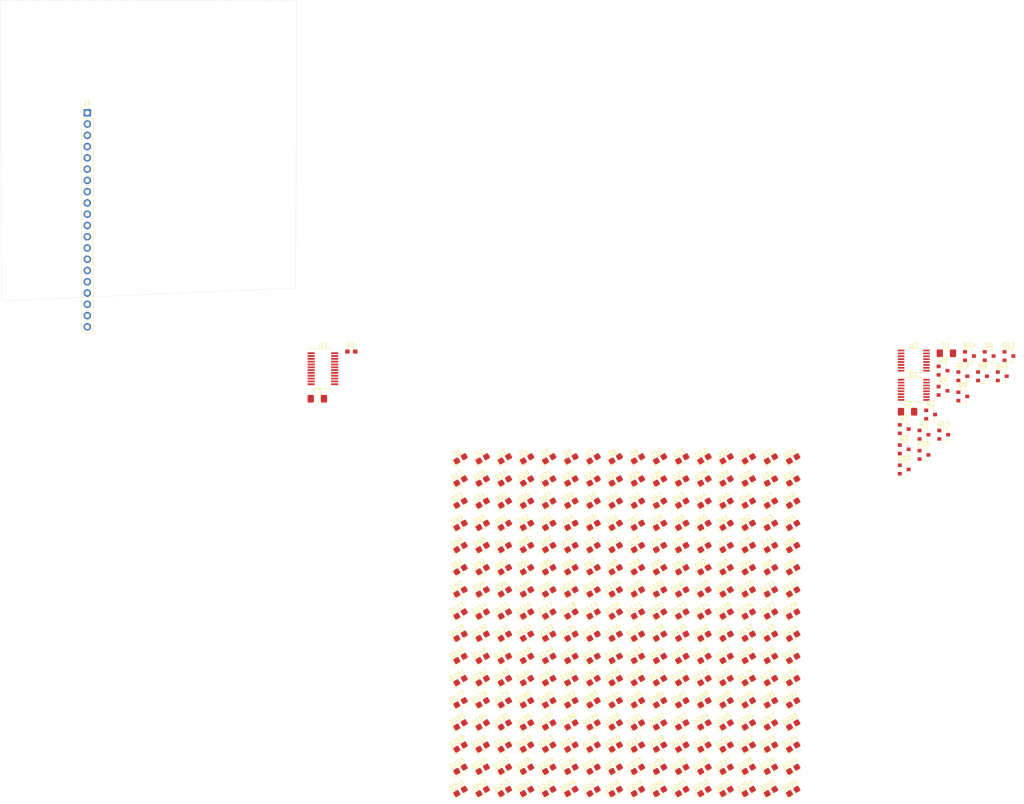
<source format=kicad_pcb>
(kicad_pcb (version 20200628) (host pcbnew "5.99.0-unknown-77313e4~101~ubuntu20.04.1")
  (layers (0 "F.Cu" signal) (31 "B.Cu" signal) (34 "B.Paste" user) (35 "F.Paste" user) (36 "B.SilkS" user) (37 "F.SilkS" user) (38 "B.Mask" user) (39 "F.Mask" user) (44 "Edge.Cuts" user))
  (net 0 "")
  (net 1 "P_LED")
  (net 2 "GND")
  (net 3 "/ledArray/COM_14")
  (net 4 "COL_0")
  (net 5 "COL_1")
  (net 6 "COL_2")
  (net 7 "COL_3")
  (net 8 "COL_4")
  (net 9 "COL_5")
  (net 10 "COL_6")
  (net 11 "COL_7")
  (net 12 "COL_8")
  (net 13 "COL_9")
  (net 14 "COL_10")
  (net 15 "COL_11")
  (net 16 "COL_12")
  (net 17 "COL_13")
  (net 18 "COL_14")
  (net 19 "COL_15")
  (net 20 "/ledArray/COM_12")
  (net 21 "/ledArray/COM_11")
  (net 22 "/ledArray/COM_10")
  (net 23 "/ledArray/COM_13")
  (net 24 "/ledArray/COM_9")
  (net 25 "/ledArray/COM")
  (net 26 "/ledArray/COM_15")
  (net 27 "/ledArray/COM_4")
  (net 28 "/ledArray/COM_8")
  (net 29 "/ledArray/COM_3")
  (net 30 "/ledArray/COM_2")
  (net 31 "/ledArray/COM_5")
  (net 32 "/ledArray/COM_6")
  (net 33 "/ledArray/COM_1")
  (net 34 "/ledArray/COM_7")
  (net 35 "/ROWblank")
  (net 36 "/ROWlatch")
  (net 37 "/ROWdat")
  (net 38 "/BLANK")
  (net 39 "/LATCH")
  (net 40 "/SCLK")
  (net 41 "Net-(J1-Pad8)")
  (net 42 "Net-(J1-Pad7)")
  (net 43 "/AMBER")
  (net 44 "Net-(Q1-Pad1)")
  (net 45 "Net-(Q2-Pad1)")
  (net 46 "Net-(Q3-Pad1)")
  (net 47 "Net-(Q4-Pad1)")
  (net 48 "Net-(Q5-Pad1)")
  (net 49 "Net-(Q6-Pad1)")
  (net 50 "Net-(Q7-Pad1)")
  (net 51 "Net-(Q8-Pad1)")
  (net 52 "Net-(Q9-Pad1)")
  (net 53 "Net-(Q10-Pad1)")
  (net 54 "Net-(Q11-Pad1)")
  (net 55 "Net-(Q12-Pad1)")
  (net 56 "Net-(Q13-Pad1)")
  (net 57 "Net-(Q14-Pad1)")
  (net 58 "Net-(Q15-Pad1)")
  (net 59 "Net-(Q16-Pad1)")
  (net 60 "Net-(R1-Pad1)")
  (net 61 "Net-(U1-Pad9)")
  (net 62 "Net-(U2-Pad9)")
  (net 63 "Net-(U2-Pad8)")
  (net 64 "Net-(U3-Pad22)")
  (module "Package_SO:QSOP-24_3.9x8.7mm_P0.635mm" (layer "F.Cu") (at 68.98 79.68)
    (fp_text reference "U3" (at 0 -5.25) (layer "F.SilkS"))
    (fp_text value "TLC59025")
    (pad "24" smd rect (at 2.6543 -3.4925) (size 1.6 0.41) (layers "F.Cu" "F.Paste" "F.Mask") (net 1 "P_LED"))
    (pad "23" smd rect (at 2.6543 -2.8575) (size 1.6 0.41) (layers "F.Cu" "F.Paste" "F.Mask") (net 60 "Net-(R1-Pad1)"))
    (pad "22" smd rect (at 2.6543 -2.2225) (size 1.6 0.41) (layers "F.Cu" "F.Paste" "F.Mask") (net 64 "Net-(U3-Pad22)"))
    (pad "21" smd rect (at 2.6543 -1.5875) (size 1.6 0.41) (layers "F.Cu" "F.Paste" "F.Mask") (net 38 "/BLANK"))
    (pad "16" smd rect (at 2.6543 1.5875) (size 1.6 0.41) (layers "F.Cu" "F.Paste" "F.Mask") (net 15 "COL_11"))
    (pad "15" smd rect (at 2.6543 2.2225) (size 1.6 0.41) (layers "F.Cu" "F.Paste" "F.Mask") (net 14 "COL_10"))
    (pad "14" smd rect (at 2.6543 2.8575) (size 1.6 0.41) (layers "F.Cu" "F.Paste" "F.Mask") (net 13 "COL_9"))
    (pad "13" smd rect (at 2.6543 3.4925) (size 1.6 0.41) (layers "F.Cu" "F.Paste" "F.Mask") (net 12 "COL_8"))
    (pad "12" smd rect (at -2.6543 3.4925) (size 1.6 0.41) (layers "F.Cu" "F.Paste" "F.Mask") (net 11 "COL_7"))
    (pad "11" smd rect (at -2.6543 2.8575) (size 1.6 0.41) (layers "F.Cu" "F.Paste" "F.Mask") (net 10 "COL_6"))
    (pad "10" smd rect (at -2.6543 2.2225) (size 1.6 0.41) (layers "F.Cu" "F.Paste" "F.Mask") (net 9 "COL_5"))
    (pad "9" smd rect (at -2.6543 1.5875) (size 1.6 0.41) (layers "F.Cu" "F.Paste" "F.Mask") (net 8 "COL_4"))
    (pad "4" smd rect (at -2.6543 -1.5875) (size 1.6 0.41) (layers "F.Cu" "F.Paste" "F.Mask") (net 39 "/LATCH"))
    (pad "3" smd rect (at -2.6543 -2.2225) (size 1.6 0.41) (layers "F.Cu" "F.Paste" "F.Mask") (net 40 "/SCLK"))
    (pad "2" smd rect (at -2.6543 -2.8575) (size 1.6 0.41) (layers "F.Cu" "F.Paste" "F.Mask") (net 43 "/AMBER"))
    (pad "1" smd rect (at -2.6543 -3.4925) (size 1.6 0.41) (layers "F.Cu" "F.Paste" "F.Mask") (net 2 "GND"))
    (pad "5" smd rect (at -2.6543 -0.9525) (size 1.6 0.41) (layers "F.Cu" "F.Paste" "F.Mask") (net 4 "COL_0"))
    (pad "6" smd rect (at -2.6543 -0.3175) (size 1.6 0.41) (layers "F.Cu" "F.Paste" "F.Mask") (net 5 "COL_1"))
    (pad "19" smd rect (at 2.6543 -0.3175) (size 1.6 0.41) (layers "F.Cu" "F.Paste" "F.Mask") (net 18 "COL_14"))
    (pad "20" smd rect (at 2.6543 -0.9525) (size 1.6 0.41) (layers "F.Cu" "F.Paste" "F.Mask") (net 19 "COL_15"))
    (pad "7" smd rect (at -2.6543 0.3175) (size 1.6 0.41) (layers "F.Cu" "F.Paste" "F.Mask") (net 6 "COL_2"))
    (pad "8" smd rect (at -2.6543 0.9525) (size 1.6 0.41) (layers "F.Cu" "F.Paste" "F.Mask") (net 7 "COL_3"))
    (pad "18" smd rect (at 2.6543 0.3175) (size 1.6 0.41) (layers "F.Cu" "F.Paste" "F.Mask") (net 17 "COL_13"))
    (pad "17" smd rect (at 2.6543 0.9525) (size 1.6 0.41) (layers "F.Cu" "F.Paste" "F.Mask") (net 16 "COL_12"))
  )
  (module "Package_SO:TSSOP-16_4.4x5mm_P0.65mm" (layer "F.Cu") (at 202.2 77.85)
    (fp_text reference "U2" (at 0 -3.45) (layer "F.SilkS"))
    (fp_text value "74HC595")
    (pad "16" smd roundrect (at 2.8625 -2.275) (size 1.475 0.4) (layers "F.Cu" "F.Paste" "F.Mask") (net 1 "P_LED"))
    (pad "15" smd roundrect (at 2.8625 -1.625) (size 1.475 0.4) (layers "F.Cu" "F.Paste" "F.Mask") (net 52 "Net-(Q9-Pad1)"))
    (pad "14" smd roundrect (at 2.8625 -0.975) (size 1.475 0.4) (layers "F.Cu" "F.Paste" "F.Mask") (net 61 "Net-(U1-Pad9)"))
    (pad "13" smd roundrect (at 2.8625 -0.325) (size 1.475 0.4) (layers "F.Cu" "F.Paste" "F.Mask") (net 35 "/ROWblank"))
    (pad "12" smd roundrect (at 2.8625 0.325) (size 1.475 0.4) (layers "F.Cu" "F.Paste" "F.Mask") (net 36 "/ROWlatch"))
    (pad "11" smd roundrect (at 2.8625 0.975) (size 1.475 0.4) (layers "F.Cu" "F.Paste" "F.Mask") (net 40 "/SCLK"))
    (pad "10" smd roundrect (at 2.8625 1.625) (size 1.475 0.4) (layers "F.Cu" "F.Paste" "F.Mask") (net 1 "P_LED"))
    (pad "9" smd roundrect (at 2.8625 2.275) (size 1.475 0.4) (layers "F.Cu" "F.Paste" "F.Mask") (net 62 "Net-(U2-Pad9)"))
    (pad "8" smd roundrect (at -2.8625 2.275) (size 1.475 0.4) (layers "F.Cu" "F.Paste" "F.Mask") (net 63 "Net-(U2-Pad8)"))
    (pad "7" smd roundrect (at -2.8625 1.625) (size 1.475 0.4) (layers "F.Cu" "F.Paste" "F.Mask") (net 59 "Net-(Q16-Pad1)"))
    (pad "6" smd roundrect (at -2.8625 0.975) (size 1.475 0.4) (layers "F.Cu" "F.Paste" "F.Mask") (net 58 "Net-(Q15-Pad1)"))
    (pad "5" smd roundrect (at -2.8625 0.325) (size 1.475 0.4) (layers "F.Cu" "F.Paste" "F.Mask") (net 57 "Net-(Q14-Pad1)"))
    (pad "4" smd roundrect (at -2.8625 -0.325) (size 1.475 0.4) (layers "F.Cu" "F.Paste" "F.Mask") (net 56 "Net-(Q13-Pad1)"))
    (pad "3" smd roundrect (at -2.8625 -0.975) (size 1.475 0.4) (layers "F.Cu" "F.Paste" "F.Mask") (net 55 "Net-(Q12-Pad1)"))
    (pad "2" smd roundrect (at -2.8625 -1.625) (size 1.475 0.4) (layers "F.Cu" "F.Paste" "F.Mask") (net 54 "Net-(Q11-Pad1)"))
    (pad "1" smd roundrect (at -2.8625 -2.275) (size 1.475 0.4) (layers "F.Cu" "F.Paste" "F.Mask") (net 53 "Net-(Q10-Pad1)"))
  )
  (module "Package_SO:TSSOP-16_4.4x5mm_P0.65mm" (layer "F.Cu") (at 202.2 84.44)
    (fp_text reference "U1" (at 0 -3.45) (layer "F.SilkS"))
    (fp_text value "74HC595")
    (pad "16" smd roundrect (at 2.8625 -2.275) (size 1.475 0.4) (layers "F.Cu" "F.Paste" "F.Mask") (net 1 "P_LED"))
    (pad "15" smd roundrect (at 2.8625 -1.625) (size 1.475 0.4) (layers "F.Cu" "F.Paste" "F.Mask") (net 44 "Net-(Q1-Pad1)"))
    (pad "14" smd roundrect (at 2.8625 -0.975) (size 1.475 0.4) (layers "F.Cu" "F.Paste" "F.Mask") (net 37 "/ROWdat"))
    (pad "13" smd roundrect (at 2.8625 -0.325) (size 1.475 0.4) (layers "F.Cu" "F.Paste" "F.Mask") (net 35 "/ROWblank"))
    (pad "12" smd roundrect (at 2.8625 0.325) (size 1.475 0.4) (layers "F.Cu" "F.Paste" "F.Mask") (net 36 "/ROWlatch"))
    (pad "11" smd roundrect (at 2.8625 0.975) (size 1.475 0.4) (layers "F.Cu" "F.Paste" "F.Mask") (net 40 "/SCLK"))
    (pad "10" smd roundrect (at 2.8625 1.625) (size 1.475 0.4) (layers "F.Cu" "F.Paste" "F.Mask") (net 1 "P_LED"))
    (pad "9" smd roundrect (at 2.8625 2.275) (size 1.475 0.4) (layers "F.Cu" "F.Paste" "F.Mask") (net 61 "Net-(U1-Pad9)"))
    (pad "8" smd roundrect (at -2.8625 2.275) (size 1.475 0.4) (layers "F.Cu" "F.Paste" "F.Mask") (net 2 "GND"))
    (pad "7" smd roundrect (at -2.8625 1.625) (size 1.475 0.4) (layers "F.Cu" "F.Paste" "F.Mask") (net 51 "Net-(Q8-Pad1)"))
    (pad "6" smd roundrect (at -2.8625 0.975) (size 1.475 0.4) (layers "F.Cu" "F.Paste" "F.Mask") (net 50 "Net-(Q7-Pad1)"))
    (pad "5" smd roundrect (at -2.8625 0.325) (size 1.475 0.4) (layers "F.Cu" "F.Paste" "F.Mask") (net 49 "Net-(Q6-Pad1)"))
    (pad "4" smd roundrect (at -2.8625 -0.325) (size 1.475 0.4) (layers "F.Cu" "F.Paste" "F.Mask") (net 48 "Net-(Q5-Pad1)"))
    (pad "3" smd roundrect (at -2.8625 -0.975) (size 1.475 0.4) (layers "F.Cu" "F.Paste" "F.Mask") (net 47 "Net-(Q4-Pad1)"))
    (pad "2" smd roundrect (at -2.8625 -1.625) (size 1.475 0.4) (layers "F.Cu" "F.Paste" "F.Mask") (net 46 "Net-(Q3-Pad1)"))
    (pad "1" smd roundrect (at -2.8625 -2.275) (size 1.475 0.4) (layers "F.Cu" "F.Paste" "F.Mask") (net 45 "Net-(Q2-Pad1)"))
  )
  (module "Resistor_SMD:R_0603_1608Metric_Pad1.05x0.95mm_HandSolder" (layer "F.Cu") (at 75.38 75.81)
    (fp_text reference "R1" (at 0 -1.43) (layer "F.SilkS"))
    (fp_text value "R")
    (pad "2" smd roundrect (at 0.875 0) (size 1.05 0.95) (layers "F.Cu" "F.Paste" "F.Mask") (net 2 "GND"))
    (pad "1" smd roundrect (at -0.875 0) (size 1.05 0.95) (layers "F.Cu" "F.Paste" "F.Mask") (net 60 "Net-(R1-Pad1)"))
  )
  (module "Package_TO_SOT_SMD:SOT-23" (layer "F.Cu") (at 204.5 99.11)
    (fp_text reference "Q16" (at 0 -2.5) (layer "F.SilkS"))
    (fp_text value "AO3401A")
    (pad "3" smd rect (at 1 0) (size 0.9 0.8) (layers "F.Cu" "F.Paste" "F.Mask") (net 34 "/ledArray/COM_7"))
    (pad "2" smd rect (at -1 0.95) (size 0.9 0.8) (layers "F.Cu" "F.Paste" "F.Mask") (net 1 "P_LED"))
    (pad "1" smd rect (at -1 -0.95) (size 0.9 0.8) (layers "F.Cu" "F.Paste" "F.Mask") (net 59 "Net-(Q16-Pad1)"))
  )
  (module "Package_TO_SOT_SMD:SOT-23" (layer "F.Cu") (at 208.95 94.56)
    (fp_text reference "Q15" (at 0 -2.5) (layer "F.SilkS"))
    (fp_text value "AO3401A")
    (pad "3" smd rect (at 1 0) (size 0.9 0.8) (layers "F.Cu" "F.Paste" "F.Mask") (net 33 "/ledArray/COM_1"))
    (pad "2" smd rect (at -1 0.95) (size 0.9 0.8) (layers "F.Cu" "F.Paste" "F.Mask") (net 1 "P_LED"))
    (pad "1" smd rect (at -1 -0.95) (size 0.9 0.8) (layers "F.Cu" "F.Paste" "F.Mask") (net 58 "Net-(Q15-Pad1)"))
  )
  (module "Package_TO_SOT_SMD:SOT-23" (layer "F.Cu") (at 214.75 76.83)
    (fp_text reference "Q14" (at 0 -2.5) (layer "F.SilkS"))
    (fp_text value "AO3401A")
    (pad "3" smd rect (at 1 0) (size 0.9 0.8) (layers "F.Cu" "F.Paste" "F.Mask") (net 32 "/ledArray/COM_6"))
    (pad "2" smd rect (at -1 0.95) (size 0.9 0.8) (layers "F.Cu" "F.Paste" "F.Mask") (net 1 "P_LED"))
    (pad "1" smd rect (at -1 -0.95) (size 0.9 0.8) (layers "F.Cu" "F.Paste" "F.Mask") (net 57 "Net-(Q14-Pad1)"))
  )
  (module "Package_TO_SOT_SMD:SOT-23" (layer "F.Cu") (at 213.25 81.38)
    (fp_text reference "Q13" (at 0 -2.5) (layer "F.SilkS"))
    (fp_text value "AO3401A")
    (pad "3" smd rect (at 1 0) (size 0.9 0.8) (layers "F.Cu" "F.Paste" "F.Mask") (net 31 "/ledArray/COM_5"))
    (pad "2" smd rect (at -1 0.95) (size 0.9 0.8) (layers "F.Cu" "F.Paste" "F.Mask") (net 1 "P_LED"))
    (pad "1" smd rect (at -1 -0.95) (size 0.9 0.8) (layers "F.Cu" "F.Paste" "F.Mask") (net 56 "Net-(Q13-Pad1)"))
  )
  (module "Package_TO_SOT_SMD:SOT-23" (layer "F.Cu") (at 223.65 76.83)
    (fp_text reference "Q12" (at 0 -2.5) (layer "F.SilkS"))
    (fp_text value "AO3401A")
    (pad "3" smd rect (at 1 0) (size 0.9 0.8) (layers "F.Cu" "F.Paste" "F.Mask") (net 30 "/ledArray/COM_2"))
    (pad "2" smd rect (at -1 0.95) (size 0.9 0.8) (layers "F.Cu" "F.Paste" "F.Mask") (net 1 "P_LED"))
    (pad "1" smd rect (at -1 -0.95) (size 0.9 0.8) (layers "F.Cu" "F.Paste" "F.Mask") (net 55 "Net-(Q12-Pad1)"))
  )
  (module "Package_TO_SOT_SMD:SOT-23" (layer "F.Cu") (at 222.15 81.38)
    (fp_text reference "Q11" (at 0 -2.5) (layer "F.SilkS"))
    (fp_text value "AO3401A")
    (pad "3" smd rect (at 1 0) (size 0.9 0.8) (layers "F.Cu" "F.Paste" "F.Mask") (net 29 "/ledArray/COM_3"))
    (pad "2" smd rect (at -1 0.95) (size 0.9 0.8) (layers "F.Cu" "F.Paste" "F.Mask") (net 1 "P_LED"))
    (pad "1" smd rect (at -1 -0.95) (size 0.9 0.8) (layers "F.Cu" "F.Paste" "F.Mask") (net 54 "Net-(Q11-Pad1)"))
  )
  (module "Package_TO_SOT_SMD:SOT-23" (layer "F.Cu") (at 200.05 102.4)
    (fp_text reference "Q10" (at 0 -2.5) (layer "F.SilkS"))
    (fp_text value "AO3401A")
    (pad "3" smd rect (at 1 0) (size 0.9 0.8) (layers "F.Cu" "F.Paste" "F.Mask") (net 28 "/ledArray/COM_8"))
    (pad "2" smd rect (at -1 0.95) (size 0.9 0.8) (layers "F.Cu" "F.Paste" "F.Mask") (net 1 "P_LED"))
    (pad "1" smd rect (at -1 -0.95) (size 0.9 0.8) (layers "F.Cu" "F.Paste" "F.Mask") (net 53 "Net-(Q10-Pad1)"))
  )
  (module "Package_TO_SOT_SMD:SOT-23" (layer "F.Cu") (at 213.25 85.93)
    (fp_text reference "Q9" (at 0 -2.5) (layer "F.SilkS"))
    (fp_text value "AO3401A")
    (pad "3" smd rect (at 1 0) (size 0.9 0.8) (layers "F.Cu" "F.Paste" "F.Mask") (net 27 "/ledArray/COM_4"))
    (pad "2" smd rect (at -1 0.95) (size 0.9 0.8) (layers "F.Cu" "F.Paste" "F.Mask") (net 1 "P_LED"))
    (pad "1" smd rect (at -1 -0.95) (size 0.9 0.8) (layers "F.Cu" "F.Paste" "F.Mask") (net 52 "Net-(Q9-Pad1)"))
  )
  (module "Package_TO_SOT_SMD:SOT-23" (layer "F.Cu") (at 217.7 81.38)
    (fp_text reference "Q8" (at 0 -2.5) (layer "F.SilkS"))
    (fp_text value "AO3401A")
    (pad "3" smd rect (at 1 0) (size 0.9 0.8) (layers "F.Cu" "F.Paste" "F.Mask") (net 26 "/ledArray/COM_15"))
    (pad "2" smd rect (at -1 0.95) (size 0.9 0.8) (layers "F.Cu" "F.Paste" "F.Mask") (net 1 "P_LED"))
    (pad "1" smd rect (at -1 -0.95) (size 0.9 0.8) (layers "F.Cu" "F.Paste" "F.Mask") (net 51 "Net-(Q8-Pad1)"))
  )
  (module "Package_TO_SOT_SMD:SOT-23" (layer "F.Cu") (at 200.05 93.3)
    (fp_text reference "Q7" (at 0 -2.5) (layer "F.SilkS"))
    (fp_text value "AO3401A")
    (pad "3" smd rect (at 1 0) (size 0.9 0.8) (layers "F.Cu" "F.Paste" "F.Mask") (net 25 "/ledArray/COM"))
    (pad "2" smd rect (at -1 0.95) (size 0.9 0.8) (layers "F.Cu" "F.Paste" "F.Mask") (net 1 "P_LED"))
    (pad "1" smd rect (at -1 -0.95) (size 0.9 0.8) (layers "F.Cu" "F.Paste" "F.Mask") (net 50 "Net-(Q7-Pad1)"))
  )
  (module "Package_TO_SOT_SMD:SOT-23" (layer "F.Cu") (at 219.2 76.83)
    (fp_text reference "Q6" (at 0 -2.5) (layer "F.SilkS"))
    (fp_text value "AO3401A")
    (pad "3" smd rect (at 1 0) (size 0.9 0.8) (layers "F.Cu" "F.Paste" "F.Mask") (net 24 "/ledArray/COM_9"))
    (pad "2" smd rect (at -1 0.95) (size 0.9 0.8) (layers "F.Cu" "F.Paste" "F.Mask") (net 1 "P_LED"))
    (pad "1" smd rect (at -1 -0.95) (size 0.9 0.8) (layers "F.Cu" "F.Paste" "F.Mask") (net 49 "Net-(Q6-Pad1)"))
  )
  (module "Package_TO_SOT_SMD:SOT-23" (layer "F.Cu") (at 208.8 80.12)
    (fp_text reference "Q5" (at 0 -2.5) (layer "F.SilkS"))
    (fp_text value "AO3401A")
    (pad "3" smd rect (at 1 0) (size 0.9 0.8) (layers "F.Cu" "F.Paste" "F.Mask") (net 23 "/ledArray/COM_13"))
    (pad "2" smd rect (at -1 0.95) (size 0.9 0.8) (layers "F.Cu" "F.Paste" "F.Mask") (net 1 "P_LED"))
    (pad "1" smd rect (at -1 -0.95) (size 0.9 0.8) (layers "F.Cu" "F.Paste" "F.Mask") (net 48 "Net-(Q5-Pad1)"))
  )
  (module "Package_TO_SOT_SMD:SOT-23" (layer "F.Cu") (at 208.8 84.67)
    (fp_text reference "Q4" (at 0 -2.5) (layer "F.SilkS"))
    (fp_text value "AO3401A")
    (pad "3" smd rect (at 1 0) (size 0.9 0.8) (layers "F.Cu" "F.Paste" "F.Mask") (net 22 "/ledArray/COM_10"))
    (pad "2" smd rect (at -1 0.95) (size 0.9 0.8) (layers "F.Cu" "F.Paste" "F.Mask") (net 1 "P_LED"))
    (pad "1" smd rect (at -1 -0.95) (size 0.9 0.8) (layers "F.Cu" "F.Paste" "F.Mask") (net 47 "Net-(Q4-Pad1)"))
  )
  (module "Package_TO_SOT_SMD:SOT-23" (layer "F.Cu") (at 206 90.01)
    (fp_text reference "Q3" (at 0 -2.5) (layer "F.SilkS"))
    (fp_text value "AO3401A")
    (pad "3" smd rect (at 1 0) (size 0.9 0.8) (layers "F.Cu" "F.Paste" "F.Mask") (net 21 "/ledArray/COM_11"))
    (pad "2" smd rect (at -1 0.95) (size 0.9 0.8) (layers "F.Cu" "F.Paste" "F.Mask") (net 1 "P_LED"))
    (pad "1" smd rect (at -1 -0.95) (size 0.9 0.8) (layers "F.Cu" "F.Paste" "F.Mask") (net 46 "Net-(Q3-Pad1)"))
  )
  (module "Package_TO_SOT_SMD:SOT-23" (layer "F.Cu") (at 200.05 97.85)
    (fp_text reference "Q2" (at 0 -2.5) (layer "F.SilkS"))
    (fp_text value "AO3401A")
    (pad "3" smd rect (at 1 0) (size 0.9 0.8) (layers "F.Cu" "F.Paste" "F.Mask") (net 20 "/ledArray/COM_12"))
    (pad "2" smd rect (at -1 0.95) (size 0.9 0.8) (layers "F.Cu" "F.Paste" "F.Mask") (net 1 "P_LED"))
    (pad "1" smd rect (at -1 -0.95) (size 0.9 0.8) (layers "F.Cu" "F.Paste" "F.Mask") (net 45 "Net-(Q2-Pad1)"))
  )
  (module "Package_TO_SOT_SMD:SOT-23" (layer "F.Cu") (at 204.5 94.56)
    (fp_text reference "Q1" (at 0 -2.5) (layer "F.SilkS"))
    (fp_text value "AO3401A")
    (pad "3" smd rect (at 1 0) (size 0.9 0.8) (layers "F.Cu" "F.Paste" "F.Mask") (net 3 "/ledArray/COM_14"))
    (pad "2" smd rect (at -1 0.95) (size 0.9 0.8) (layers "F.Cu" "F.Paste" "F.Mask") (net 1 "P_LED"))
    (pad "1" smd rect (at -1 -0.95) (size 0.9 0.8) (layers "F.Cu" "F.Paste" "F.Mask") (net 44 "Net-(Q1-Pad1)"))
  )
  (module "Connector_PinHeader_2.54mm:PinHeader_1x20_P2.54mm_Vertical" (layer "F.Cu") (at 15.85 21.98)
    (fp_text reference "J1" (at 0 -2.33) (layer "F.SilkS"))
    (fp_text value "Conn_01x20")
    (pad "20" thru_hole oval (at 0 48.26) (size 1.7 1.7) (drill 1) (layers *.Cu *.Mask) (net 1 "P_LED"))
    (pad "19" thru_hole oval (at 0 45.72) (size 1.7 1.7) (drill 1) (layers *.Cu *.Mask) (net 1 "P_LED"))
    (pad "18" thru_hole oval (at 0 43.18) (size 1.7 1.7) (drill 1) (layers *.Cu *.Mask) (net 1 "P_LED"))
    (pad "17" thru_hole oval (at 0 40.64) (size 1.7 1.7) (drill 1) (layers *.Cu *.Mask) (net 2 "GND"))
    (pad "16" thru_hole oval (at 0 38.1) (size 1.7 1.7) (drill 1) (layers *.Cu *.Mask) (net 35 "/ROWblank"))
    (pad "15" thru_hole oval (at 0 35.56) (size 1.7 1.7) (drill 1) (layers *.Cu *.Mask) (net 36 "/ROWlatch"))
    (pad "14" thru_hole oval (at 0 33.02) (size 1.7 1.7) (drill 1) (layers *.Cu *.Mask) (net 37 "/ROWdat"))
    (pad "13" thru_hole oval (at 0 30.48) (size 1.7 1.7) (drill 1) (layers *.Cu *.Mask) (net 2 "GND"))
    (pad "12" thru_hole oval (at 0 27.94) (size 1.7 1.7) (drill 1) (layers *.Cu *.Mask) (net 38 "/BLANK"))
    (pad "11" thru_hole oval (at 0 25.4) (size 1.7 1.7) (drill 1) (layers *.Cu *.Mask) (net 39 "/LATCH"))
    (pad "10" thru_hole oval (at 0 22.86) (size 1.7 1.7) (drill 1) (layers *.Cu *.Mask) (net 40 "/SCLK"))
    (pad "9" thru_hole oval (at 0 20.32) (size 1.7 1.7) (drill 1) (layers *.Cu *.Mask) (net 2 "GND"))
    (pad "8" thru_hole oval (at 0 17.78) (size 1.7 1.7) (drill 1) (layers *.Cu *.Mask) (net 41 "Net-(J1-Pad8)"))
    (pad "7" thru_hole oval (at 0 15.24) (size 1.7 1.7) (drill 1) (layers *.Cu *.Mask) (net 42 "Net-(J1-Pad7)"))
    (pad "6" thru_hole oval (at 0 12.7) (size 1.7 1.7) (drill 1) (layers *.Cu *.Mask) (net 43 "/AMBER"))
    (pad "5" thru_hole oval (at 0 10.16) (size 1.7 1.7) (drill 1) (layers *.Cu *.Mask) (net 1 "P_LED"))
    (pad "4" thru_hole oval (at 0 7.62) (size 1.7 1.7) (drill 1) (layers *.Cu *.Mask) (net 1 "P_LED"))
    (pad "3" thru_hole oval (at 0 5.08) (size 1.7 1.7) (drill 1) (layers *.Cu *.Mask) (net 1 "P_LED"))
    (pad "2" thru_hole oval (at 0 2.54) (size 1.7 1.7) (drill 1) (layers *.Cu *.Mask) (net 2 "GND"))
    (pad "1" thru_hole rect (at 0 0) (size 1.7 1.7) (drill 1) (layers *.Cu *.Mask) (net 2 "GND"))
  )
  (module "LED_SMD:LED_0805_2012Metric_Castellated" (layer "F.Cu") (at 175 175 30)
    (fp_text reference "D256" (at 0 -1.6 30) (layer "F.SilkS"))
    (fp_text value "LED")
    (pad "2" smd roundrect (at 0.9625 0 30) (size 1.325 1.3) (layers "F.Cu" "F.Paste" "F.Mask") (roundrect_rratio 0.192308) (net 34 "/ledArray/COM_7"))
    (pad "1" smd roundrect (at -0.9625 0 30) (size 1.325 1.3) (layers "F.Cu" "F.Paste" "F.Mask") (roundrect_rratio 0.192308) (net 19 "COL_15"))
  )
  (module "LED_SMD:LED_0805_2012Metric_Castellated" (layer "F.Cu") (at 170 175 30)
    (fp_text reference "D255" (at 0 -1.6 30) (layer "F.SilkS"))
    (fp_text value "LED")
    (pad "2" smd roundrect (at 0.9625 0 30) (size 1.325 1.3) (layers "F.Cu" "F.Paste" "F.Mask") (roundrect_rratio 0.192308) (net 34 "/ledArray/COM_7"))
    (pad "1" smd roundrect (at -0.9625 0 30) (size 1.325 1.3) (layers "F.Cu" "F.Paste" "F.Mask") (roundrect_rratio 0.192308) (net 18 "COL_14"))
  )
  (module "LED_SMD:LED_0805_2012Metric_Castellated" (layer "F.Cu") (at 165 175 30)
    (fp_text reference "D254" (at 0 -1.6 30) (layer "F.SilkS"))
    (fp_text value "LED")
    (pad "2" smd roundrect (at 0.9625 0 30) (size 1.325 1.3) (layers "F.Cu" "F.Paste" "F.Mask") (roundrect_rratio 0.192308) (net 34 "/ledArray/COM_7"))
    (pad "1" smd roundrect (at -0.9625 0 30) (size 1.325 1.3) (layers "F.Cu" "F.Paste" "F.Mask") (roundrect_rratio 0.192308) (net 17 "COL_13"))
  )
  (module "LED_SMD:LED_0805_2012Metric_Castellated" (layer "F.Cu") (at 160 175 30)
    (fp_text reference "D253" (at 0 -1.6 30) (layer "F.SilkS"))
    (fp_text value "LED")
    (pad "2" smd roundrect (at 0.9625 0 30) (size 1.325 1.3) (layers "F.Cu" "F.Paste" "F.Mask") (roundrect_rratio 0.192308) (net 34 "/ledArray/COM_7"))
    (pad "1" smd roundrect (at -0.9625 0 30) (size 1.325 1.3) (layers "F.Cu" "F.Paste" "F.Mask") (roundrect_rratio 0.192308) (net 16 "COL_12"))
  )
  (module "LED_SMD:LED_0805_2012Metric_Castellated" (layer "F.Cu") (at 155 175 30)
    (fp_text reference "D252" (at 0 -1.6 30) (layer "F.SilkS"))
    (fp_text value "LED")
    (pad "2" smd roundrect (at 0.9625 0 30) (size 1.325 1.3) (layers "F.Cu" "F.Paste" "F.Mask") (roundrect_rratio 0.192308) (net 34 "/ledArray/COM_7"))
    (pad "1" smd roundrect (at -0.9625 0 30) (size 1.325 1.3) (layers "F.Cu" "F.Paste" "F.Mask") (roundrect_rratio 0.192308) (net 15 "COL_11"))
  )
  (module "LED_SMD:LED_0805_2012Metric_Castellated" (layer "F.Cu") (at 150 175 30)
    (fp_text reference "D251" (at 0 -1.6 30) (layer "F.SilkS"))
    (fp_text value "LED")
    (pad "2" smd roundrect (at 0.9625 0 30) (size 1.325 1.3) (layers "F.Cu" "F.Paste" "F.Mask") (roundrect_rratio 0.192308) (net 34 "/ledArray/COM_7"))
    (pad "1" smd roundrect (at -0.9625 0 30) (size 1.325 1.3) (layers "F.Cu" "F.Paste" "F.Mask") (roundrect_rratio 0.192308) (net 14 "COL_10"))
  )
  (module "LED_SMD:LED_0805_2012Metric_Castellated" (layer "F.Cu") (at 145 175 30)
    (fp_text reference "D250" (at 0 -1.6 30) (layer "F.SilkS"))
    (fp_text value "LED")
    (pad "2" smd roundrect (at 0.9625 0 30) (size 1.325 1.3) (layers "F.Cu" "F.Paste" "F.Mask") (roundrect_rratio 0.192308) (net 34 "/ledArray/COM_7"))
    (pad "1" smd roundrect (at -0.9625 0 30) (size 1.325 1.3) (layers "F.Cu" "F.Paste" "F.Mask") (roundrect_rratio 0.192308) (net 13 "COL_9"))
  )
  (module "LED_SMD:LED_0805_2012Metric_Castellated" (layer "F.Cu") (at 140 175 30)
    (fp_text reference "D249" (at 0 -1.6 30) (layer "F.SilkS"))
    (fp_text value "LED")
    (pad "2" smd roundrect (at 0.9625 0 30) (size 1.325 1.3) (layers "F.Cu" "F.Paste" "F.Mask") (roundrect_rratio 0.192308) (net 34 "/ledArray/COM_7"))
    (pad "1" smd roundrect (at -0.9625 0 30) (size 1.325 1.3) (layers "F.Cu" "F.Paste" "F.Mask") (roundrect_rratio 0.192308) (net 12 "COL_8"))
  )
  (module "LED_SMD:LED_0805_2012Metric_Castellated" (layer "F.Cu") (at 135 175 30)
    (fp_text reference "D248" (at 0 -1.6 30) (layer "F.SilkS"))
    (fp_text value "LED")
    (pad "2" smd roundrect (at 0.9625 0 30) (size 1.325 1.3) (layers "F.Cu" "F.Paste" "F.Mask") (roundrect_rratio 0.192308) (net 34 "/ledArray/COM_7"))
    (pad "1" smd roundrect (at -0.9625 0 30) (size 1.325 1.3) (layers "F.Cu" "F.Paste" "F.Mask") (roundrect_rratio 0.192308) (net 11 "COL_7"))
  )
  (module "LED_SMD:LED_0805_2012Metric_Castellated" (layer "F.Cu") (at 130 175 30)
    (fp_text reference "D247" (at 0 -1.6 30) (layer "F.SilkS"))
    (fp_text value "LED")
    (pad "2" smd roundrect (at 0.9625 0 30) (size 1.325 1.3) (layers "F.Cu" "F.Paste" "F.Mask") (roundrect_rratio 0.192308) (net 34 "/ledArray/COM_7"))
    (pad "1" smd roundrect (at -0.9625 0 30) (size 1.325 1.3) (layers "F.Cu" "F.Paste" "F.Mask") (roundrect_rratio 0.192308) (net 10 "COL_6"))
  )
  (module "LED_SMD:LED_0805_2012Metric_Castellated" (layer "F.Cu") (at 125 175 30)
    (fp_text reference "D246" (at 0 -1.6 30) (layer "F.SilkS"))
    (fp_text value "LED")
    (pad "2" smd roundrect (at 0.9625 0 30) (size 1.325 1.3) (layers "F.Cu" "F.Paste" "F.Mask") (roundrect_rratio 0.192308) (net 34 "/ledArray/COM_7"))
    (pad "1" smd roundrect (at -0.9625 0 30) (size 1.325 1.3) (layers "F.Cu" "F.Paste" "F.Mask") (roundrect_rratio 0.192308) (net 9 "COL_5"))
  )
  (module "LED_SMD:LED_0805_2012Metric_Castellated" (layer "F.Cu") (at 120 175 30)
    (fp_text reference "D245" (at 0 -1.6 30) (layer "F.SilkS"))
    (fp_text value "LED")
    (pad "2" smd roundrect (at 0.9625 0 30) (size 1.325 1.3) (layers "F.Cu" "F.Paste" "F.Mask") (roundrect_rratio 0.192308) (net 34 "/ledArray/COM_7"))
    (pad "1" smd roundrect (at -0.9625 0 30) (size 1.325 1.3) (layers "F.Cu" "F.Paste" "F.Mask") (roundrect_rratio 0.192308) (net 8 "COL_4"))
  )
  (module "LED_SMD:LED_0805_2012Metric_Castellated" (layer "F.Cu") (at 115 175 30)
    (fp_text reference "D244" (at 0 -1.6 30) (layer "F.SilkS"))
    (fp_text value "LED")
    (pad "2" smd roundrect (at 0.9625 0 30) (size 1.325 1.3) (layers "F.Cu" "F.Paste" "F.Mask") (roundrect_rratio 0.192308) (net 34 "/ledArray/COM_7"))
    (pad "1" smd roundrect (at -0.9625 0 30) (size 1.325 1.3) (layers "F.Cu" "F.Paste" "F.Mask") (roundrect_rratio 0.192308) (net 7 "COL_3"))
  )
  (module "LED_SMD:LED_0805_2012Metric_Castellated" (layer "F.Cu") (at 110 175 30)
    (fp_text reference "D243" (at 0 -1.6 30) (layer "F.SilkS"))
    (fp_text value "LED")
    (pad "2" smd roundrect (at 0.9625 0 30) (size 1.325 1.3) (layers "F.Cu" "F.Paste" "F.Mask") (roundrect_rratio 0.192308) (net 34 "/ledArray/COM_7"))
    (pad "1" smd roundrect (at -0.9625 0 30) (size 1.325 1.3) (layers "F.Cu" "F.Paste" "F.Mask") (roundrect_rratio 0.192308) (net 6 "COL_2"))
  )
  (module "LED_SMD:LED_0805_2012Metric_Castellated" (layer "F.Cu") (at 105 175 30)
    (fp_text reference "D242" (at 0 -1.6 30) (layer "F.SilkS"))
    (fp_text value "LED")
    (pad "2" smd roundrect (at 0.9625 0 30) (size 1.325 1.3) (layers "F.Cu" "F.Paste" "F.Mask") (roundrect_rratio 0.192308) (net 34 "/ledArray/COM_7"))
    (pad "1" smd roundrect (at -0.9625 0 30) (size 1.325 1.3) (layers "F.Cu" "F.Paste" "F.Mask") (roundrect_rratio 0.192308) (net 5 "COL_1"))
  )
  (module "LED_SMD:LED_0805_2012Metric_Castellated" (layer "F.Cu") (at 100 175 30)
    (fp_text reference "D241" (at 0 -1.6 30) (layer "F.SilkS"))
    (fp_text value "LED")
    (pad "2" smd roundrect (at 0.9625 0 30) (size 1.325 1.3) (layers "F.Cu" "F.Paste" "F.Mask") (roundrect_rratio 0.192308) (net 34 "/ledArray/COM_7"))
    (pad "1" smd roundrect (at -0.9625 0 30) (size 1.325 1.3) (layers "F.Cu" "F.Paste" "F.Mask") (roundrect_rratio 0.192308) (net 4 "COL_0"))
  )
  (module "LED_SMD:LED_0805_2012Metric_Castellated" (layer "F.Cu") (at 175 170 30)
    (fp_text reference "D240" (at 0 -1.6 30) (layer "F.SilkS"))
    (fp_text value "LED")
    (pad "2" smd roundrect (at 0.9625 0 30) (size 1.325 1.3) (layers "F.Cu" "F.Paste" "F.Mask") (roundrect_rratio 0.192308) (net 33 "/ledArray/COM_1"))
    (pad "1" smd roundrect (at -0.9625 0 30) (size 1.325 1.3) (layers "F.Cu" "F.Paste" "F.Mask") (roundrect_rratio 0.192308) (net 19 "COL_15"))
  )
  (module "LED_SMD:LED_0805_2012Metric_Castellated" (layer "F.Cu") (at 170 170 30)
    (fp_text reference "D239" (at 0 -1.6 30) (layer "F.SilkS"))
    (fp_text value "LED")
    (pad "2" smd roundrect (at 0.9625 0 30) (size 1.325 1.3) (layers "F.Cu" "F.Paste" "F.Mask") (roundrect_rratio 0.192308) (net 33 "/ledArray/COM_1"))
    (pad "1" smd roundrect (at -0.9625 0 30) (size 1.325 1.3) (layers "F.Cu" "F.Paste" "F.Mask") (roundrect_rratio 0.192308) (net 18 "COL_14"))
  )
  (module "LED_SMD:LED_0805_2012Metric_Castellated" (layer "F.Cu") (at 165 170 30)
    (fp_text reference "D238" (at 0 -1.6 30) (layer "F.SilkS"))
    (fp_text value "LED")
    (pad "2" smd roundrect (at 0.9625 0 30) (size 1.325 1.3) (layers "F.Cu" "F.Paste" "F.Mask") (roundrect_rratio 0.192308) (net 33 "/ledArray/COM_1"))
    (pad "1" smd roundrect (at -0.9625 0 30) (size 1.325 1.3) (layers "F.Cu" "F.Paste" "F.Mask") (roundrect_rratio 0.192308) (net 17 "COL_13"))
  )
  (module "LED_SMD:LED_0805_2012Metric_Castellated" (layer "F.Cu") (at 160 170 30)
    (fp_text reference "D237" (at 0 -1.6 30) (layer "F.SilkS"))
    (fp_text value "LED")
    (pad "2" smd roundrect (at 0.9625 0 30) (size 1.325 1.3) (layers "F.Cu" "F.Paste" "F.Mask") (roundrect_rratio 0.192308) (net 33 "/ledArray/COM_1"))
    (pad "1" smd roundrect (at -0.9625 0 30) (size 1.325 1.3) (layers "F.Cu" "F.Paste" "F.Mask") (roundrect_rratio 0.192308) (net 16 "COL_12"))
  )
  (module "LED_SMD:LED_0805_2012Metric_Castellated" (layer "F.Cu") (at 155 170 30)
    (fp_text reference "D236" (at 0 -1.6 30) (layer "F.SilkS"))
    (fp_text value "LED")
    (pad "2" smd roundrect (at 0.9625 0 30) (size 1.325 1.3) (layers "F.Cu" "F.Paste" "F.Mask") (roundrect_rratio 0.192308) (net 33 "/ledArray/COM_1"))
    (pad "1" smd roundrect (at -0.9625 0 30) (size 1.325 1.3) (layers "F.Cu" "F.Paste" "F.Mask") (roundrect_rratio 0.192308) (net 15 "COL_11"))
  )
  (module "LED_SMD:LED_0805_2012Metric_Castellated" (layer "F.Cu") (at 150 170 30)
    (fp_text reference "D235" (at 0 -1.6 30) (layer "F.SilkS"))
    (fp_text value "LED")
    (pad "2" smd roundrect (at 0.9625 0 30) (size 1.325 1.3) (layers "F.Cu" "F.Paste" "F.Mask") (roundrect_rratio 0.192308) (net 33 "/ledArray/COM_1"))
    (pad "1" smd roundrect (at -0.9625 0 30) (size 1.325 1.3) (layers "F.Cu" "F.Paste" "F.Mask") (roundrect_rratio 0.192308) (net 14 "COL_10"))
  )
  (module "LED_SMD:LED_0805_2012Metric_Castellated" (layer "F.Cu") (at 145 170 30)
    (fp_text reference "D234" (at 0 -1.6 30) (layer "F.SilkS"))
    (fp_text value "LED")
    (pad "2" smd roundrect (at 0.9625 0 30) (size 1.325 1.3) (layers "F.Cu" "F.Paste" "F.Mask") (roundrect_rratio 0.192308) (net 33 "/ledArray/COM_1"))
    (pad "1" smd roundrect (at -0.9625 0 30) (size 1.325 1.3) (layers "F.Cu" "F.Paste" "F.Mask") (roundrect_rratio 0.192308) (net 13 "COL_9"))
  )
  (module "LED_SMD:LED_0805_2012Metric_Castellated" (layer "F.Cu") (at 140 170 30)
    (fp_text reference "D233" (at 0 -1.6 30) (layer "F.SilkS"))
    (fp_text value "LED")
    (pad "2" smd roundrect (at 0.9625 0 30) (size 1.325 1.3) (layers "F.Cu" "F.Paste" "F.Mask") (roundrect_rratio 0.192308) (net 33 "/ledArray/COM_1"))
    (pad "1" smd roundrect (at -0.9625 0 30) (size 1.325 1.3) (layers "F.Cu" "F.Paste" "F.Mask") (roundrect_rratio 0.192308) (net 12 "COL_8"))
  )
  (module "LED_SMD:LED_0805_2012Metric_Castellated" (layer "F.Cu") (at 135 170 30)
    (fp_text reference "D232" (at 0 -1.6 30) (layer "F.SilkS"))
    (fp_text value "LED")
    (pad "2" smd roundrect (at 0.9625 0 30) (size 1.325 1.3) (layers "F.Cu" "F.Paste" "F.Mask") (roundrect_rratio 0.192308) (net 33 "/ledArray/COM_1"))
    (pad "1" smd roundrect (at -0.9625 0 30) (size 1.325 1.3) (layers "F.Cu" "F.Paste" "F.Mask") (roundrect_rratio 0.192308) (net 11 "COL_7"))
  )
  (module "LED_SMD:LED_0805_2012Metric_Castellated" (layer "F.Cu") (at 130 170 30)
    (fp_text reference "D231" (at 0 -1.6 30) (layer "F.SilkS"))
    (fp_text value "LED")
    (pad "2" smd roundrect (at 0.9625 0 30) (size 1.325 1.3) (layers "F.Cu" "F.Paste" "F.Mask") (roundrect_rratio 0.192308) (net 33 "/ledArray/COM_1"))
    (pad "1" smd roundrect (at -0.9625 0 30) (size 1.325 1.3) (layers "F.Cu" "F.Paste" "F.Mask") (roundrect_rratio 0.192308) (net 10 "COL_6"))
  )
  (module "LED_SMD:LED_0805_2012Metric_Castellated" (layer "F.Cu") (at 125 170 30)
    (fp_text reference "D230" (at 0 -1.6 30) (layer "F.SilkS"))
    (fp_text value "LED")
    (pad "2" smd roundrect (at 0.9625 0 30) (size 1.325 1.3) (layers "F.Cu" "F.Paste" "F.Mask") (roundrect_rratio 0.192308) (net 33 "/ledArray/COM_1"))
    (pad "1" smd roundrect (at -0.9625 0 30) (size 1.325 1.3) (layers "F.Cu" "F.Paste" "F.Mask") (roundrect_rratio 0.192308) (net 9 "COL_5"))
  )
  (module "LED_SMD:LED_0805_2012Metric_Castellated" (layer "F.Cu") (at 120 170 30)
    (fp_text reference "D229" (at 0 -1.6 30) (layer "F.SilkS"))
    (fp_text value "LED")
    (pad "2" smd roundrect (at 0.9625 0 30) (size 1.325 1.3) (layers "F.Cu" "F.Paste" "F.Mask") (roundrect_rratio 0.192308) (net 33 "/ledArray/COM_1"))
    (pad "1" smd roundrect (at -0.9625 0 30) (size 1.325 1.3) (layers "F.Cu" "F.Paste" "F.Mask") (roundrect_rratio 0.192308) (net 8 "COL_4"))
  )
  (module "LED_SMD:LED_0805_2012Metric_Castellated" (layer "F.Cu") (at 115 170 30)
    (fp_text reference "D228" (at 0 -1.6 30) (layer "F.SilkS"))
    (fp_text value "LED")
    (pad "2" smd roundrect (at 0.9625 0 30) (size 1.325 1.3) (layers "F.Cu" "F.Paste" "F.Mask") (roundrect_rratio 0.192308) (net 33 "/ledArray/COM_1"))
    (pad "1" smd roundrect (at -0.9625 0 30) (size 1.325 1.3) (layers "F.Cu" "F.Paste" "F.Mask") (roundrect_rratio 0.192308) (net 7 "COL_3"))
  )
  (module "LED_SMD:LED_0805_2012Metric_Castellated" (layer "F.Cu") (at 110 170 30)
    (fp_text reference "D227" (at 0 -1.6 30) (layer "F.SilkS"))
    (fp_text value "LED")
    (pad "2" smd roundrect (at 0.9625 0 30) (size 1.325 1.3) (layers "F.Cu" "F.Paste" "F.Mask") (roundrect_rratio 0.192308) (net 33 "/ledArray/COM_1"))
    (pad "1" smd roundrect (at -0.9625 0 30) (size 1.325 1.3) (layers "F.Cu" "F.Paste" "F.Mask") (roundrect_rratio 0.192308) (net 6 "COL_2"))
  )
  (module "LED_SMD:LED_0805_2012Metric_Castellated" (layer "F.Cu") (at 105 170 30)
    (fp_text reference "D226" (at 0 -1.6 30) (layer "F.SilkS"))
    (fp_text value "LED")
    (pad "2" smd roundrect (at 0.9625 0 30) (size 1.325 1.3) (layers "F.Cu" "F.Paste" "F.Mask") (roundrect_rratio 0.192308) (net 33 "/ledArray/COM_1"))
    (pad "1" smd roundrect (at -0.9625 0 30) (size 1.325 1.3) (layers "F.Cu" "F.Paste" "F.Mask") (roundrect_rratio 0.192308) (net 5 "COL_1"))
  )
  (module "LED_SMD:LED_0805_2012Metric_Castellated" (layer "F.Cu") (at 100 170 30)
    (fp_text reference "D225" (at 0 -1.6 30) (layer "F.SilkS"))
    (fp_text value "LED")
    (pad "2" smd roundrect (at 0.9625 0 30) (size 1.325 1.3) (layers "F.Cu" "F.Paste" "F.Mask") (roundrect_rratio 0.192308) (net 33 "/ledArray/COM_1"))
    (pad "1" smd roundrect (at -0.9625 0 30) (size 1.325 1.3) (layers "F.Cu" "F.Paste" "F.Mask") (roundrect_rratio 0.192308) (net 4 "COL_0"))
  )
  (module "LED_SMD:LED_0805_2012Metric_Castellated" (layer "F.Cu") (at 175 165 30)
    (fp_text reference "D224" (at 0 -1.6 30) (layer "F.SilkS"))
    (fp_text value "LED")
    (pad "2" smd roundrect (at 0.9625 0 30) (size 1.325 1.3) (layers "F.Cu" "F.Paste" "F.Mask") (roundrect_rratio 0.192308) (net 32 "/ledArray/COM_6"))
    (pad "1" smd roundrect (at -0.9625 0 30) (size 1.325 1.3) (layers "F.Cu" "F.Paste" "F.Mask") (roundrect_rratio 0.192308) (net 19 "COL_15"))
  )
  (module "LED_SMD:LED_0805_2012Metric_Castellated" (layer "F.Cu") (at 170 165 30)
    (fp_text reference "D223" (at 0 -1.6 30) (layer "F.SilkS"))
    (fp_text value "LED")
    (pad "2" smd roundrect (at 0.9625 0 30) (size 1.325 1.3) (layers "F.Cu" "F.Paste" "F.Mask") (roundrect_rratio 0.192308) (net 32 "/ledArray/COM_6"))
    (pad "1" smd roundrect (at -0.9625 0 30) (size 1.325 1.3) (layers "F.Cu" "F.Paste" "F.Mask") (roundrect_rratio 0.192308) (net 18 "COL_14"))
  )
  (module "LED_SMD:LED_0805_2012Metric_Castellated" (layer "F.Cu") (at 165 165 30)
    (fp_text reference "D222" (at 0 -1.6 30) (layer "F.SilkS"))
    (fp_text value "LED")
    (pad "2" smd roundrect (at 0.9625 0 30) (size 1.325 1.3) (layers "F.Cu" "F.Paste" "F.Mask") (roundrect_rratio 0.192308) (net 32 "/ledArray/COM_6"))
    (pad "1" smd roundrect (at -0.9625 0 30) (size 1.325 1.3) (layers "F.Cu" "F.Paste" "F.Mask") (roundrect_rratio 0.192308) (net 17 "COL_13"))
  )
  (module "LED_SMD:LED_0805_2012Metric_Castellated" (layer "F.Cu") (at 160 165 30)
    (fp_text reference "D221" (at 0 -1.6 30) (layer "F.SilkS"))
    (fp_text value "LED")
    (pad "2" smd roundrect (at 0.9625 0 30) (size 1.325 1.3) (layers "F.Cu" "F.Paste" "F.Mask") (roundrect_rratio 0.192308) (net 32 "/ledArray/COM_6"))
    (pad "1" smd roundrect (at -0.9625 0 30) (size 1.325 1.3) (layers "F.Cu" "F.Paste" "F.Mask") (roundrect_rratio 0.192308) (net 16 "COL_12"))
  )
  (module "LED_SMD:LED_0805_2012Metric_Castellated" (layer "F.Cu") (at 155 165 30)
    (fp_text reference "D220" (at 0 -1.6 30) (layer "F.SilkS"))
    (fp_text value "LED")
    (pad "2" smd roundrect (at 0.9625 0 30) (size 1.325 1.3) (layers "F.Cu" "F.Paste" "F.Mask") (roundrect_rratio 0.192308) (net 32 "/ledArray/COM_6"))
    (pad "1" smd roundrect (at -0.9625 0 30) (size 1.325 1.3) (layers "F.Cu" "F.Paste" "F.Mask") (roundrect_rratio 0.192308) (net 15 "COL_11"))
  )
  (module "LED_SMD:LED_0805_2012Metric_Castellated" (layer "F.Cu") (at 150 165 30)
    (fp_text reference "D219" (at 0 -1.6 30) (layer "F.SilkS"))
    (fp_text value "LED")
    (pad "2" smd roundrect (at 0.9625 0 30) (size 1.325 1.3) (layers "F.Cu" "F.Paste" "F.Mask") (roundrect_rratio 0.192308) (net 32 "/ledArray/COM_6"))
    (pad "1" smd roundrect (at -0.9625 0 30) (size 1.325 1.3) (layers "F.Cu" "F.Paste" "F.Mask") (roundrect_rratio 0.192308) (net 14 "COL_10"))
  )
  (module "LED_SMD:LED_0805_2012Metric_Castellated" (layer "F.Cu") (at 145 165 30)
    (fp_text reference "D218" (at 0 -1.6 30) (layer "F.SilkS"))
    (fp_text value "LED")
    (pad "2" smd roundrect (at 0.9625 0 30) (size 1.325 1.3) (layers "F.Cu" "F.Paste" "F.Mask") (roundrect_rratio 0.192308) (net 32 "/ledArray/COM_6"))
    (pad "1" smd roundrect (at -0.9625 0 30) (size 1.325 1.3) (layers "F.Cu" "F.Paste" "F.Mask") (roundrect_rratio 0.192308) (net 13 "COL_9"))
  )
  (module "LED_SMD:LED_0805_2012Metric_Castellated" (layer "F.Cu") (at 140 165 30)
    (fp_text reference "D217" (at 0 -1.6 30) (layer "F.SilkS"))
    (fp_text value "LED")
    (pad "2" smd roundrect (at 0.9625 0 30) (size 1.325 1.3) (layers "F.Cu" "F.Paste" "F.Mask") (roundrect_rratio 0.192308) (net 32 "/ledArray/COM_6"))
    (pad "1" smd roundrect (at -0.9625 0 30) (size 1.325 1.3) (layers "F.Cu" "F.Paste" "F.Mask") (roundrect_rratio 0.192308) (net 12 "COL_8"))
  )
  (module "LED_SMD:LED_0805_2012Metric_Castellated" (layer "F.Cu") (at 135 165 30)
    (fp_text reference "D216" (at 0 -1.6 30) (layer "F.SilkS"))
    (fp_text value "LED")
    (pad "2" smd roundrect (at 0.9625 0 30) (size 1.325 1.3) (layers "F.Cu" "F.Paste" "F.Mask") (roundrect_rratio 0.192308) (net 32 "/ledArray/COM_6"))
    (pad "1" smd roundrect (at -0.9625 0 30) (size 1.325 1.3) (layers "F.Cu" "F.Paste" "F.Mask") (roundrect_rratio 0.192308) (net 11 "COL_7"))
  )
  (module "LED_SMD:LED_0805_2012Metric_Castellated" (layer "F.Cu") (at 130 165 30)
    (fp_text reference "D215" (at 0 -1.6 30) (layer "F.SilkS"))
    (fp_text value "LED")
    (pad "2" smd roundrect (at 0.9625 0 30) (size 1.325 1.3) (layers "F.Cu" "F.Paste" "F.Mask") (roundrect_rratio 0.192308) (net 32 "/ledArray/COM_6"))
    (pad "1" smd roundrect (at -0.9625 0 30) (size 1.325 1.3) (layers "F.Cu" "F.Paste" "F.Mask") (roundrect_rratio 0.192308) (net 10 "COL_6"))
  )
  (module "LED_SMD:LED_0805_2012Metric_Castellated" (layer "F.Cu") (at 125 165 30)
    (fp_text reference "D214" (at 0 -1.6 30) (layer "F.SilkS"))
    (fp_text value "LED")
    (pad "2" smd roundrect (at 0.9625 0 30) (size 1.325 1.3) (layers "F.Cu" "F.Paste" "F.Mask") (roundrect_rratio 0.192308) (net 32 "/ledArray/COM_6"))
    (pad "1" smd roundrect (at -0.9625 0 30) (size 1.325 1.3) (layers "F.Cu" "F.Paste" "F.Mask") (roundrect_rratio 0.192308) (net 9 "COL_5"))
  )
  (module "LED_SMD:LED_0805_2012Metric_Castellated" (layer "F.Cu") (at 120 165 30)
    (fp_text reference "D213" (at 0 -1.6 30) (layer "F.SilkS"))
    (fp_text value "LED")
    (pad "2" smd roundrect (at 0.9625 0 30) (size 1.325 1.3) (layers "F.Cu" "F.Paste" "F.Mask") (roundrect_rratio 0.192308) (net 32 "/ledArray/COM_6"))
    (pad "1" smd roundrect (at -0.9625 0 30) (size 1.325 1.3) (layers "F.Cu" "F.Paste" "F.Mask") (roundrect_rratio 0.192308) (net 8 "COL_4"))
  )
  (module "LED_SMD:LED_0805_2012Metric_Castellated" (layer "F.Cu") (at 115 165 30)
    (fp_text reference "D212" (at 0 -1.6 30) (layer "F.SilkS"))
    (fp_text value "LED")
    (pad "2" smd roundrect (at 0.9625 0 30) (size 1.325 1.3) (layers "F.Cu" "F.Paste" "F.Mask") (roundrect_rratio 0.192308) (net 32 "/ledArray/COM_6"))
    (pad "1" smd roundrect (at -0.9625 0 30) (size 1.325 1.3) (layers "F.Cu" "F.Paste" "F.Mask") (roundrect_rratio 0.192308) (net 7 "COL_3"))
  )
  (module "LED_SMD:LED_0805_2012Metric_Castellated" (layer "F.Cu") (at 110 165 30)
    (fp_text reference "D211" (at 0 -1.6 30) (layer "F.SilkS"))
    (fp_text value "LED")
    (pad "2" smd roundrect (at 0.9625 0 30) (size 1.325 1.3) (layers "F.Cu" "F.Paste" "F.Mask") (roundrect_rratio 0.192308) (net 32 "/ledArray/COM_6"))
    (pad "1" smd roundrect (at -0.9625 0 30) (size 1.325 1.3) (layers "F.Cu" "F.Paste" "F.Mask") (roundrect_rratio 0.192308) (net 6 "COL_2"))
  )
  (module "LED_SMD:LED_0805_2012Metric_Castellated" (layer "F.Cu") (at 105 165 30)
    (fp_text reference "D210" (at 0 -1.6 30) (layer "F.SilkS"))
    (fp_text value "LED")
    (pad "2" smd roundrect (at 0.9625 0 30) (size 1.325 1.3) (layers "F.Cu" "F.Paste" "F.Mask") (roundrect_rratio 0.192308) (net 32 "/ledArray/COM_6"))
    (pad "1" smd roundrect (at -0.9625 0 30) (size 1.325 1.3) (layers "F.Cu" "F.Paste" "F.Mask") (roundrect_rratio 0.192308) (net 5 "COL_1"))
  )
  (module "LED_SMD:LED_0805_2012Metric_Castellated" (layer "F.Cu") (at 100 165 30)
    (fp_text reference "D209" (at 0 -1.6 30) (layer "F.SilkS"))
    (fp_text value "LED")
    (pad "2" smd roundrect (at 0.9625 0 30) (size 1.325 1.3) (layers "F.Cu" "F.Paste" "F.Mask") (roundrect_rratio 0.192308) (net 32 "/ledArray/COM_6"))
    (pad "1" smd roundrect (at -0.9625 0 30) (size 1.325 1.3) (layers "F.Cu" "F.Paste" "F.Mask") (roundrect_rratio 0.192308) (net 4 "COL_0"))
  )
  (module "LED_SMD:LED_0805_2012Metric_Castellated" (layer "F.Cu") (at 175 160 30)
    (fp_text reference "D208" (at 0 -1.6 30) (layer "F.SilkS"))
    (fp_text value "LED")
    (pad "2" smd roundrect (at 0.9625 0 30) (size 1.325 1.3) (layers "F.Cu" "F.Paste" "F.Mask") (roundrect_rratio 0.192308) (net 31 "/ledArray/COM_5"))
    (pad "1" smd roundrect (at -0.9625 0 30) (size 1.325 1.3) (layers "F.Cu" "F.Paste" "F.Mask") (roundrect_rratio 0.192308) (net 19 "COL_15"))
  )
  (module "LED_SMD:LED_0805_2012Metric_Castellated" (layer "F.Cu") (at 170 160 30)
    (fp_text reference "D207" (at 0 -1.6 30) (layer "F.SilkS"))
    (fp_text value "LED")
    (pad "2" smd roundrect (at 0.9625 0 30) (size 1.325 1.3) (layers "F.Cu" "F.Paste" "F.Mask") (roundrect_rratio 0.192308) (net 31 "/ledArray/COM_5"))
    (pad "1" smd roundrect (at -0.9625 0 30) (size 1.325 1.3) (layers "F.Cu" "F.Paste" "F.Mask") (roundrect_rratio 0.192308) (net 18 "COL_14"))
  )
  (module "LED_SMD:LED_0805_2012Metric_Castellated" (layer "F.Cu") (at 165 160 30)
    (fp_text reference "D206" (at 0 -1.6 30) (layer "F.SilkS"))
    (fp_text value "LED")
    (pad "2" smd roundrect (at 0.9625 0 30) (size 1.325 1.3) (layers "F.Cu" "F.Paste" "F.Mask") (roundrect_rratio 0.192308) (net 31 "/ledArray/COM_5"))
    (pad "1" smd roundrect (at -0.9625 0 30) (size 1.325 1.3) (layers "F.Cu" "F.Paste" "F.Mask") (roundrect_rratio 0.192308) (net 17 "COL_13"))
  )
  (module "LED_SMD:LED_0805_2012Metric_Castellated" (layer "F.Cu") (at 160 160 30)
    (fp_text reference "D205" (at 0 -1.6 30) (layer "F.SilkS"))
    (fp_text value "LED")
    (pad "2" smd roundrect (at 0.9625 0 30) (size 1.325 1.3) (layers "F.Cu" "F.Paste" "F.Mask") (roundrect_rratio 0.192308) (net 31 "/ledArray/COM_5"))
    (pad "1" smd roundrect (at -0.9625 0 30) (size 1.325 1.3) (layers "F.Cu" "F.Paste" "F.Mask") (roundrect_rratio 0.192308) (net 16 "COL_12"))
  )
  (module "LED_SMD:LED_0805_2012Metric_Castellated" (layer "F.Cu") (at 155 160 30)
    (fp_text reference "D204" (at 0 -1.6 30) (layer "F.SilkS"))
    (fp_text value "LED")
    (pad "2" smd roundrect (at 0.9625 0 30) (size 1.325 1.3) (layers "F.Cu" "F.Paste" "F.Mask") (roundrect_rratio 0.192308) (net 31 "/ledArray/COM_5"))
    (pad "1" smd roundrect (at -0.9625 0 30) (size 1.325 1.3) (layers "F.Cu" "F.Paste" "F.Mask") (roundrect_rratio 0.192308) (net 15 "COL_11"))
  )
  (module "LED_SMD:LED_0805_2012Metric_Castellated" (layer "F.Cu") (at 150 160 30)
    (fp_text reference "D203" (at 0 -1.6 30) (layer "F.SilkS"))
    (fp_text value "LED")
    (pad "2" smd roundrect (at 0.9625 0 30) (size 1.325 1.3) (layers "F.Cu" "F.Paste" "F.Mask") (roundrect_rratio 0.192308) (net 31 "/ledArray/COM_5"))
    (pad "1" smd roundrect (at -0.9625 0 30) (size 1.325 1.3) (layers "F.Cu" "F.Paste" "F.Mask") (roundrect_rratio 0.192308) (net 14 "COL_10"))
  )
  (module "LED_SMD:LED_0805_2012Metric_Castellated" (layer "F.Cu") (at 145 160 30)
    (fp_text reference "D202" (at 0 -1.6 30) (layer "F.SilkS"))
    (fp_text value "LED")
    (pad "2" smd roundrect (at 0.9625 0 30) (size 1.325 1.3) (layers "F.Cu" "F.Paste" "F.Mask") (roundrect_rratio 0.192308) (net 31 "/ledArray/COM_5"))
    (pad "1" smd roundrect (at -0.9625 0 30) (size 1.325 1.3) (layers "F.Cu" "F.Paste" "F.Mask") (roundrect_rratio 0.192308) (net 13 "COL_9"))
  )
  (module "LED_SMD:LED_0805_2012Metric_Castellated" (layer "F.Cu") (at 140 160 30)
    (fp_text reference "D201" (at 0 -1.6 30) (layer "F.SilkS"))
    (fp_text value "LED")
    (pad "2" smd roundrect (at 0.9625 0 30) (size 1.325 1.3) (layers "F.Cu" "F.Paste" "F.Mask") (roundrect_rratio 0.192308) (net 31 "/ledArray/COM_5"))
    (pad "1" smd roundrect (at -0.9625 0 30) (size 1.325 1.3) (layers "F.Cu" "F.Paste" "F.Mask") (roundrect_rratio 0.192308) (net 12 "COL_8"))
  )
  (module "LED_SMD:LED_0805_2012Metric_Castellated" (layer "F.Cu") (at 135 160 30)
    (fp_text reference "D200" (at 0 -1.6 30) (layer "F.SilkS"))
    (fp_text value "LED")
    (pad "2" smd roundrect (at 0.9625 0 30) (size 1.325 1.3) (layers "F.Cu" "F.Paste" "F.Mask") (roundrect_rratio 0.192308) (net 31 "/ledArray/COM_5"))
    (pad "1" smd roundrect (at -0.9625 0 30) (size 1.325 1.3) (layers "F.Cu" "F.Paste" "F.Mask") (roundrect_rratio 0.192308) (net 11 "COL_7"))
  )
  (module "LED_SMD:LED_0805_2012Metric_Castellated" (layer "F.Cu") (at 130 160 30)
    (fp_text reference "D199" (at 0 -1.6 30) (layer "F.SilkS"))
    (fp_text value "LED")
    (pad "2" smd roundrect (at 0.9625 0 30) (size 1.325 1.3) (layers "F.Cu" "F.Paste" "F.Mask") (roundrect_rratio 0.192308) (net 31 "/ledArray/COM_5"))
    (pad "1" smd roundrect (at -0.9625 0 30) (size 1.325 1.3) (layers "F.Cu" "F.Paste" "F.Mask") (roundrect_rratio 0.192308) (net 10 "COL_6"))
  )
  (module "LED_SMD:LED_0805_2012Metric_Castellated" (layer "F.Cu") (at 125 160 30)
    (fp_text reference "D198" (at 0 -1.6 30) (layer "F.SilkS"))
    (fp_text value "LED")
    (pad "2" smd roundrect (at 0.9625 0 30) (size 1.325 1.3) (layers "F.Cu" "F.Paste" "F.Mask") (roundrect_rratio 0.192308) (net 31 "/ledArray/COM_5"))
    (pad "1" smd roundrect (at -0.9625 0 30) (size 1.325 1.3) (layers "F.Cu" "F.Paste" "F.Mask") (roundrect_rratio 0.192308) (net 9 "COL_5"))
  )
  (module "LED_SMD:LED_0805_2012Metric_Castellated" (layer "F.Cu") (at 120 160 30)
    (fp_text reference "D197" (at 0 -1.6 30) (layer "F.SilkS"))
    (fp_text value "LED")
    (pad "2" smd roundrect (at 0.9625 0 30) (size 1.325 1.3) (layers "F.Cu" "F.Paste" "F.Mask") (roundrect_rratio 0.192308) (net 31 "/ledArray/COM_5"))
    (pad "1" smd roundrect (at -0.9625 0 30) (size 1.325 1.3) (layers "F.Cu" "F.Paste" "F.Mask") (roundrect_rratio 0.192308) (net 8 "COL_4"))
  )
  (module "LED_SMD:LED_0805_2012Metric_Castellated" (layer "F.Cu") (at 115 160 30)
    (fp_text reference "D196" (at 0 -1.6 30) (layer "F.SilkS"))
    (fp_text value "LED")
    (pad "2" smd roundrect (at 0.9625 0 30) (size 1.325 1.3) (layers "F.Cu" "F.Paste" "F.Mask") (roundrect_rratio 0.192308) (net 31 "/ledArray/COM_5"))
    (pad "1" smd roundrect (at -0.9625 0 30) (size 1.325 1.3) (layers "F.Cu" "F.Paste" "F.Mask") (roundrect_rratio 0.192308) (net 7 "COL_3"))
  )
  (module "LED_SMD:LED_0805_2012Metric_Castellated" (layer "F.Cu") (at 110 160 30)
    (fp_text reference "D195" (at 0 -1.6 30) (layer "F.SilkS"))
    (fp_text value "LED")
    (pad "2" smd roundrect (at 0.9625 0 30) (size 1.325 1.3) (layers "F.Cu" "F.Paste" "F.Mask") (roundrect_rratio 0.192308) (net 31 "/ledArray/COM_5"))
    (pad "1" smd roundrect (at -0.9625 0 30) (size 1.325 1.3) (layers "F.Cu" "F.Paste" "F.Mask") (roundrect_rratio 0.192308) (net 6 "COL_2"))
  )
  (module "LED_SMD:LED_0805_2012Metric_Castellated" (layer "F.Cu") (at 105 160 30)
    (fp_text reference "D194" (at 0 -1.6 30) (layer "F.SilkS"))
    (fp_text value "LED")
    (pad "2" smd roundrect (at 0.9625 0 30) (size 1.325 1.3) (layers "F.Cu" "F.Paste" "F.Mask") (roundrect_rratio 0.192308) (net 31 "/ledArray/COM_5"))
    (pad "1" smd roundrect (at -0.9625 0 30) (size 1.325 1.3) (layers "F.Cu" "F.Paste" "F.Mask") (roundrect_rratio 0.192308) (net 5 "COL_1"))
  )
  (module "LED_SMD:LED_0805_2012Metric_Castellated" (layer "F.Cu") (at 100 160 30)
    (fp_text reference "D193" (at 0 -1.6 30) (layer "F.SilkS"))
    (fp_text value "LED")
    (pad "2" smd roundrect (at 0.9625 0 30) (size 1.325 1.3) (layers "F.Cu" "F.Paste" "F.Mask") (roundrect_rratio 0.192308) (net 31 "/ledArray/COM_5"))
    (pad "1" smd roundrect (at -0.9625 0 30) (size 1.325 1.3) (layers "F.Cu" "F.Paste" "F.Mask") (roundrect_rratio 0.192308) (net 4 "COL_0"))
  )
  (module "LED_SMD:LED_0805_2012Metric_Castellated" (layer "F.Cu") (at 175 155 30)
    (fp_text reference "D192" (at 0 -1.6 30) (layer "F.SilkS"))
    (fp_text value "LED")
    (pad "2" smd roundrect (at 0.9625 0 30) (size 1.325 1.3) (layers "F.Cu" "F.Paste" "F.Mask") (roundrect_rratio 0.192308) (net 30 "/ledArray/COM_2"))
    (pad "1" smd roundrect (at -0.9625 0 30) (size 1.325 1.3) (layers "F.Cu" "F.Paste" "F.Mask") (roundrect_rratio 0.192308) (net 19 "COL_15"))
  )
  (module "LED_SMD:LED_0805_2012Metric_Castellated" (layer "F.Cu") (at 170 155 30)
    (fp_text reference "D191" (at 0 -1.6 30) (layer "F.SilkS"))
    (fp_text value "LED")
    (pad "2" smd roundrect (at 0.9625 0 30) (size 1.325 1.3) (layers "F.Cu" "F.Paste" "F.Mask") (roundrect_rratio 0.192308) (net 30 "/ledArray/COM_2"))
    (pad "1" smd roundrect (at -0.9625 0 30) (size 1.325 1.3) (layers "F.Cu" "F.Paste" "F.Mask") (roundrect_rratio 0.192308) (net 18 "COL_14"))
  )
  (module "LED_SMD:LED_0805_2012Metric_Castellated" (layer "F.Cu") (at 165 155 30)
    (fp_text reference "D190" (at 0 -1.6 30) (layer "F.SilkS"))
    (fp_text value "LED")
    (pad "2" smd roundrect (at 0.9625 0 30) (size 1.325 1.3) (layers "F.Cu" "F.Paste" "F.Mask") (roundrect_rratio 0.192308) (net 30 "/ledArray/COM_2"))
    (pad "1" smd roundrect (at -0.9625 0 30) (size 1.325 1.3) (layers "F.Cu" "F.Paste" "F.Mask") (roundrect_rratio 0.192308) (net 17 "COL_13"))
  )
  (module "LED_SMD:LED_0805_2012Metric_Castellated" (layer "F.Cu") (at 160 155 30)
    (fp_text reference "D189" (at 0 -1.6 30) (layer "F.SilkS"))
    (fp_text value "LED")
    (pad "2" smd roundrect (at 0.9625 0 30) (size 1.325 1.3) (layers "F.Cu" "F.Paste" "F.Mask") (roundrect_rratio 0.192308) (net 30 "/ledArray/COM_2"))
    (pad "1" smd roundrect (at -0.9625 0 30) (size 1.325 1.3) (layers "F.Cu" "F.Paste" "F.Mask") (roundrect_rratio 0.192308) (net 16 "COL_12"))
  )
  (module "LED_SMD:LED_0805_2012Metric_Castellated" (layer "F.Cu") (at 155 155 30)
    (fp_text reference "D188" (at 0 -1.6 30) (layer "F.SilkS"))
    (fp_text value "LED")
    (pad "2" smd roundrect (at 0.9625 0 30) (size 1.325 1.3) (layers "F.Cu" "F.Paste" "F.Mask") (roundrect_rratio 0.192308) (net 30 "/ledArray/COM_2"))
    (pad "1" smd roundrect (at -0.9625 0 30) (size 1.325 1.3) (layers "F.Cu" "F.Paste" "F.Mask") (roundrect_rratio 0.192308) (net 15 "COL_11"))
  )
  (module "LED_SMD:LED_0805_2012Metric_Castellated" (layer "F.Cu") (at 150 155 30)
    (fp_text reference "D187" (at 0 -1.6 30) (layer "F.SilkS"))
    (fp_text value "LED")
    (pad "2" smd roundrect (at 0.9625 0 30) (size 1.325 1.3) (layers "F.Cu" "F.Paste" "F.Mask") (roundrect_rratio 0.192308) (net 30 "/ledArray/COM_2"))
    (pad "1" smd roundrect (at -0.9625 0 30) (size 1.325 1.3) (layers "F.Cu" "F.Paste" "F.Mask") (roundrect_rratio 0.192308) (net 14 "COL_10"))
  )
  (module "LED_SMD:LED_0805_2012Metric_Castellated" (layer "F.Cu") (at 145 155 30)
    (fp_text reference "D186" (at 0 -1.6 30) (layer "F.SilkS"))
    (fp_text value "LED")
    (pad "2" smd roundrect (at 0.9625 0 30) (size 1.325 1.3) (layers "F.Cu" "F.Paste" "F.Mask") (roundrect_rratio 0.192308) (net 30 "/ledArray/COM_2"))
    (pad "1" smd roundrect (at -0.9625 0 30) (size 1.325 1.3) (layers "F.Cu" "F.Paste" "F.Mask") (roundrect_rratio 0.192308) (net 13 "COL_9"))
  )
  (module "LED_SMD:LED_0805_2012Metric_Castellated" (layer "F.Cu") (at 140 155 30)
    (fp_text reference "D185" (at 0 -1.6 30) (layer "F.SilkS"))
    (fp_text value "LED")
    (pad "2" smd roundrect (at 0.9625 0 30) (size 1.325 1.3) (layers "F.Cu" "F.Paste" "F.Mask") (roundrect_rratio 0.192308) (net 30 "/ledArray/COM_2"))
    (pad "1" smd roundrect (at -0.9625 0 30) (size 1.325 1.3) (layers "F.Cu" "F.Paste" "F.Mask") (roundrect_rratio 0.192308) (net 12 "COL_8"))
  )
  (module "LED_SMD:LED_0805_2012Metric_Castellated" (layer "F.Cu") (at 135 155 30)
    (fp_text reference "D184" (at 0 -1.6 30) (layer "F.SilkS"))
    (fp_text value "LED")
    (pad "2" smd roundrect (at 0.9625 0 30) (size 1.325 1.3) (layers "F.Cu" "F.Paste" "F.Mask") (roundrect_rratio 0.192308) (net 30 "/ledArray/COM_2"))
    (pad "1" smd roundrect (at -0.9625 0 30) (size 1.325 1.3) (layers "F.Cu" "F.Paste" "F.Mask") (roundrect_rratio 0.192308) (net 11 "COL_7"))
  )
  (module "LED_SMD:LED_0805_2012Metric_Castellated" (layer "F.Cu") (at 130 155 30)
    (fp_text reference "D183" (at 0 -1.6 30) (layer "F.SilkS"))
    (fp_text value "LED")
    (pad "2" smd roundrect (at 0.9625 0 30) (size 1.325 1.3) (layers "F.Cu" "F.Paste" "F.Mask") (roundrect_rratio 0.192308) (net 30 "/ledArray/COM_2"))
    (pad "1" smd roundrect (at -0.9625 0 30) (size 1.325 1.3) (layers "F.Cu" "F.Paste" "F.Mask") (roundrect_rratio 0.192308) (net 10 "COL_6"))
  )
  (module "LED_SMD:LED_0805_2012Metric_Castellated" (layer "F.Cu") (at 125 155 30)
    (fp_text reference "D182" (at 0 -1.6 30) (layer "F.SilkS"))
    (fp_text value "LED")
    (pad "2" smd roundrect (at 0.9625 0 30) (size 1.325 1.3) (layers "F.Cu" "F.Paste" "F.Mask") (roundrect_rratio 0.192308) (net 30 "/ledArray/COM_2"))
    (pad "1" smd roundrect (at -0.9625 0 30) (size 1.325 1.3) (layers "F.Cu" "F.Paste" "F.Mask") (roundrect_rratio 0.192308) (net 9 "COL_5"))
  )
  (module "LED_SMD:LED_0805_2012Metric_Castellated" (layer "F.Cu") (at 120 155 30)
    (fp_text reference "D181" (at 0 -1.6 30) (layer "F.SilkS"))
    (fp_text value "LED")
    (pad "2" smd roundrect (at 0.9625 0 30) (size 1.325 1.3) (layers "F.Cu" "F.Paste" "F.Mask") (roundrect_rratio 0.192308) (net 30 "/ledArray/COM_2"))
    (pad "1" smd roundrect (at -0.9625 0 30) (size 1.325 1.3) (layers "F.Cu" "F.Paste" "F.Mask") (roundrect_rratio 0.192308) (net 8 "COL_4"))
  )
  (module "LED_SMD:LED_0805_2012Metric_Castellated" (layer "F.Cu") (at 115 155 30)
    (fp_text reference "D180" (at 0 -1.6 30) (layer "F.SilkS"))
    (fp_text value "LED")
    (pad "2" smd roundrect (at 0.9625 0 30) (size 1.325 1.3) (layers "F.Cu" "F.Paste" "F.Mask") (roundrect_rratio 0.192308) (net 30 "/ledArray/COM_2"))
    (pad "1" smd roundrect (at -0.9625 0 30) (size 1.325 1.3) (layers "F.Cu" "F.Paste" "F.Mask") (roundrect_rratio 0.192308) (net 7 "COL_3"))
  )
  (module "LED_SMD:LED_0805_2012Metric_Castellated" (layer "F.Cu") (at 110 155 30)
    (fp_text reference "D179" (at 0 -1.6 30) (layer "F.SilkS"))
    (fp_text value "LED")
    (pad "2" smd roundrect (at 0.9625 0 30) (size 1.325 1.3) (layers "F.Cu" "F.Paste" "F.Mask") (roundrect_rratio 0.192308) (net 30 "/ledArray/COM_2"))
    (pad "1" smd roundrect (at -0.9625 0 30) (size 1.325 1.3) (layers "F.Cu" "F.Paste" "F.Mask") (roundrect_rratio 0.192308) (net 6 "COL_2"))
  )
  (module "LED_SMD:LED_0805_2012Metric_Castellated" (layer "F.Cu") (at 105 155 30)
    (fp_text reference "D178" (at 0 -1.6 30) (layer "F.SilkS"))
    (fp_text value "LED")
    (pad "2" smd roundrect (at 0.9625 0 30) (size 1.325 1.3) (layers "F.Cu" "F.Paste" "F.Mask") (roundrect_rratio 0.192308) (net 30 "/ledArray/COM_2"))
    (pad "1" smd roundrect (at -0.9625 0 30) (size 1.325 1.3) (layers "F.Cu" "F.Paste" "F.Mask") (roundrect_rratio 0.192308) (net 5 "COL_1"))
  )
  (module "LED_SMD:LED_0805_2012Metric_Castellated" (layer "F.Cu") (at 100 155 30)
    (fp_text reference "D177" (at 0 -1.6 30) (layer "F.SilkS"))
    (fp_text value "LED")
    (pad "2" smd roundrect (at 0.9625 0 30) (size 1.325 1.3) (layers "F.Cu" "F.Paste" "F.Mask") (roundrect_rratio 0.192308) (net 30 "/ledArray/COM_2"))
    (pad "1" smd roundrect (at -0.9625 0 30) (size 1.325 1.3) (layers "F.Cu" "F.Paste" "F.Mask") (roundrect_rratio 0.192308) (net 4 "COL_0"))
  )
  (module "LED_SMD:LED_0805_2012Metric_Castellated" (layer "F.Cu") (at 175 150 30)
    (fp_text reference "D176" (at 0 -1.6 30) (layer "F.SilkS"))
    (fp_text value "LED")
    (pad "2" smd roundrect (at 0.9625 0 30) (size 1.325 1.3) (layers "F.Cu" "F.Paste" "F.Mask") (roundrect_rratio 0.192308) (net 29 "/ledArray/COM_3"))
    (pad "1" smd roundrect (at -0.9625 0 30) (size 1.325 1.3) (layers "F.Cu" "F.Paste" "F.Mask") (roundrect_rratio 0.192308) (net 19 "COL_15"))
  )
  (module "LED_SMD:LED_0805_2012Metric_Castellated" (layer "F.Cu") (at 170 150 30)
    (fp_text reference "D175" (at 0 -1.6 30) (layer "F.SilkS"))
    (fp_text value "LED")
    (pad "2" smd roundrect (at 0.9625 0 30) (size 1.325 1.3) (layers "F.Cu" "F.Paste" "F.Mask") (roundrect_rratio 0.192308) (net 29 "/ledArray/COM_3"))
    (pad "1" smd roundrect (at -0.9625 0 30) (size 1.325 1.3) (layers "F.Cu" "F.Paste" "F.Mask") (roundrect_rratio 0.192308) (net 18 "COL_14"))
  )
  (module "LED_SMD:LED_0805_2012Metric_Castellated" (layer "F.Cu") (at 165 150 30)
    (fp_text reference "D174" (at 0 -1.6 30) (layer "F.SilkS"))
    (fp_text value "LED")
    (pad "2" smd roundrect (at 0.9625 0 30) (size 1.325 1.3) (layers "F.Cu" "F.Paste" "F.Mask") (roundrect_rratio 0.192308) (net 29 "/ledArray/COM_3"))
    (pad "1" smd roundrect (at -0.9625 0 30) (size 1.325 1.3) (layers "F.Cu" "F.Paste" "F.Mask") (roundrect_rratio 0.192308) (net 17 "COL_13"))
  )
  (module "LED_SMD:LED_0805_2012Metric_Castellated" (layer "F.Cu") (at 160 150 30)
    (fp_text reference "D173" (at 0 -1.6 30) (layer "F.SilkS"))
    (fp_text value "LED")
    (pad "2" smd roundrect (at 0.9625 0 30) (size 1.325 1.3) (layers "F.Cu" "F.Paste" "F.Mask") (roundrect_rratio 0.192308) (net 29 "/ledArray/COM_3"))
    (pad "1" smd roundrect (at -0.9625 0 30) (size 1.325 1.3) (layers "F.Cu" "F.Paste" "F.Mask") (roundrect_rratio 0.192308) (net 16 "COL_12"))
  )
  (module "LED_SMD:LED_0805_2012Metric_Castellated" (layer "F.Cu") (at 155 150 30)
    (fp_text reference "D172" (at 0 -1.6 30) (layer "F.SilkS"))
    (fp_text value "LED")
    (pad "2" smd roundrect (at 0.9625 0 30) (size 1.325 1.3) (layers "F.Cu" "F.Paste" "F.Mask") (roundrect_rratio 0.192308) (net 29 "/ledArray/COM_3"))
    (pad "1" smd roundrect (at -0.9625 0 30) (size 1.325 1.3) (layers "F.Cu" "F.Paste" "F.Mask") (roundrect_rratio 0.192308) (net 15 "COL_11"))
  )
  (module "LED_SMD:LED_0805_2012Metric_Castellated" (layer "F.Cu") (at 150 150 30)
    (fp_text reference "D171" (at 0 -1.6 30) (layer "F.SilkS"))
    (fp_text value "LED")
    (pad "2" smd roundrect (at 0.9625 0 30) (size 1.325 1.3) (layers "F.Cu" "F.Paste" "F.Mask") (roundrect_rratio 0.192308) (net 29 "/ledArray/COM_3"))
    (pad "1" smd roundrect (at -0.9625 0 30) (size 1.325 1.3) (layers "F.Cu" "F.Paste" "F.Mask") (roundrect_rratio 0.192308) (net 14 "COL_10"))
  )
  (module "LED_SMD:LED_0805_2012Metric_Castellated" (layer "F.Cu") (at 145 150 30)
    (fp_text reference "D170" (at 0 -1.6 30) (layer "F.SilkS"))
    (fp_text value "LED")
    (pad "2" smd roundrect (at 0.9625 0 30) (size 1.325 1.3) (layers "F.Cu" "F.Paste" "F.Mask") (roundrect_rratio 0.192308) (net 29 "/ledArray/COM_3"))
    (pad "1" smd roundrect (at -0.9625 0 30) (size 1.325 1.3) (layers "F.Cu" "F.Paste" "F.Mask") (roundrect_rratio 0.192308) (net 13 "COL_9"))
  )
  (module "LED_SMD:LED_0805_2012Metric_Castellated" (layer "F.Cu") (at 140 150 30)
    (fp_text reference "D169" (at 0 -1.6 30) (layer "F.SilkS"))
    (fp_text value "LED")
    (pad "2" smd roundrect (at 0.9625 0 30) (size 1.325 1.3) (layers "F.Cu" "F.Paste" "F.Mask") (roundrect_rratio 0.192308) (net 29 "/ledArray/COM_3"))
    (pad "1" smd roundrect (at -0.9625 0 30) (size 1.325 1.3) (layers "F.Cu" "F.Paste" "F.Mask") (roundrect_rratio 0.192308) (net 12 "COL_8"))
  )
  (module "LED_SMD:LED_0805_2012Metric_Castellated" (layer "F.Cu") (at 135 150 30)
    (fp_text reference "D168" (at 0 -1.6 30) (layer "F.SilkS"))
    (fp_text value "LED")
    (pad "2" smd roundrect (at 0.9625 0 30) (size 1.325 1.3) (layers "F.Cu" "F.Paste" "F.Mask") (roundrect_rratio 0.192308) (net 29 "/ledArray/COM_3"))
    (pad "1" smd roundrect (at -0.9625 0 30) (size 1.325 1.3) (layers "F.Cu" "F.Paste" "F.Mask") (roundrect_rratio 0.192308) (net 11 "COL_7"))
  )
  (module "LED_SMD:LED_0805_2012Metric_Castellated" (layer "F.Cu") (at 130 150 30)
    (fp_text reference "D167" (at 0 -1.6 30) (layer "F.SilkS"))
    (fp_text value "LED")
    (pad "2" smd roundrect (at 0.9625 0 30) (size 1.325 1.3) (layers "F.Cu" "F.Paste" "F.Mask") (roundrect_rratio 0.192308) (net 29 "/ledArray/COM_3"))
    (pad "1" smd roundrect (at -0.9625 0 30) (size 1.325 1.3) (layers "F.Cu" "F.Paste" "F.Mask") (roundrect_rratio 0.192308) (net 10 "COL_6"))
  )
  (module "LED_SMD:LED_0805_2012Metric_Castellated" (layer "F.Cu") (at 125 150 30)
    (fp_text reference "D166" (at 0 -1.6 30) (layer "F.SilkS"))
    (fp_text value "LED")
    (pad "2" smd roundrect (at 0.9625 0 30) (size 1.325 1.3) (layers "F.Cu" "F.Paste" "F.Mask") (roundrect_rratio 0.192308) (net 29 "/ledArray/COM_3"))
    (pad "1" smd roundrect (at -0.9625 0 30) (size 1.325 1.3) (layers "F.Cu" "F.Paste" "F.Mask") (roundrect_rratio 0.192308) (net 9 "COL_5"))
  )
  (module "LED_SMD:LED_0805_2012Metric_Castellated" (layer "F.Cu") (at 120 150 30)
    (fp_text reference "D165" (at 0 -1.6 30) (layer "F.SilkS"))
    (fp_text value "LED")
    (pad "2" smd roundrect (at 0.9625 0 30) (size 1.325 1.3) (layers "F.Cu" "F.Paste" "F.Mask") (roundrect_rratio 0.192308) (net 29 "/ledArray/COM_3"))
    (pad "1" smd roundrect (at -0.9625 0 30) (size 1.325 1.3) (layers "F.Cu" "F.Paste" "F.Mask") (roundrect_rratio 0.192308) (net 8 "COL_4"))
  )
  (module "LED_SMD:LED_0805_2012Metric_Castellated" (layer "F.Cu") (at 115 150 30)
    (fp_text reference "D164" (at 0 -1.6 30) (layer "F.SilkS"))
    (fp_text value "LED")
    (pad "2" smd roundrect (at 0.9625 0 30) (size 1.325 1.3) (layers "F.Cu" "F.Paste" "F.Mask") (roundrect_rratio 0.192308) (net 29 "/ledArray/COM_3"))
    (pad "1" smd roundrect (at -0.9625 0 30) (size 1.325 1.3) (layers "F.Cu" "F.Paste" "F.Mask") (roundrect_rratio 0.192308) (net 7 "COL_3"))
  )
  (module "LED_SMD:LED_0805_2012Metric_Castellated" (layer "F.Cu") (at 110 150 30)
    (fp_text reference "D163" (at 0 -1.6 30) (layer "F.SilkS"))
    (fp_text value "LED")
    (pad "2" smd roundrect (at 0.9625 0 30) (size 1.325 1.3) (layers "F.Cu" "F.Paste" "F.Mask") (roundrect_rratio 0.192308) (net 29 "/ledArray/COM_3"))
    (pad "1" smd roundrect (at -0.9625 0 30) (size 1.325 1.3) (layers "F.Cu" "F.Paste" "F.Mask") (roundrect_rratio 0.192308) (net 6 "COL_2"))
  )
  (module "LED_SMD:LED_0805_2012Metric_Castellated" (layer "F.Cu") (at 105 150 30)
    (fp_text reference "D162" (at 0 -1.6 30) (layer "F.SilkS"))
    (fp_text value "LED")
    (pad "2" smd roundrect (at 0.9625 0 30) (size 1.325 1.3) (layers "F.Cu" "F.Paste" "F.Mask") (roundrect_rratio 0.192308) (net 29 "/ledArray/COM_3"))
    (pad "1" smd roundrect (at -0.9625 0 30) (size 1.325 1.3) (layers "F.Cu" "F.Paste" "F.Mask") (roundrect_rratio 0.192308) (net 5 "COL_1"))
  )
  (module "LED_SMD:LED_0805_2012Metric_Castellated" (layer "F.Cu") (at 100 150 30)
    (fp_text reference "D161" (at 0 -1.6 30) (layer "F.SilkS"))
    (fp_text value "LED")
    (pad "2" smd roundrect (at 0.9625 0 30) (size 1.325 1.3) (layers "F.Cu" "F.Paste" "F.Mask") (roundrect_rratio 0.192308) (net 29 "/ledArray/COM_3"))
    (pad "1" smd roundrect (at -0.9625 0 30) (size 1.325 1.3) (layers "F.Cu" "F.Paste" "F.Mask") (roundrect_rratio 0.192308) (net 4 "COL_0"))
  )
  (module "LED_SMD:LED_0805_2012Metric_Castellated" (layer "F.Cu") (at 175 145 30)
    (fp_text reference "D160" (at 0 -1.6 30) (layer "F.SilkS"))
    (fp_text value "LED")
    (pad "2" smd roundrect (at 0.9625 0 30) (size 1.325 1.3) (layers "F.Cu" "F.Paste" "F.Mask") (roundrect_rratio 0.192308) (net 28 "/ledArray/COM_8"))
    (pad "1" smd roundrect (at -0.9625 0 30) (size 1.325 1.3) (layers "F.Cu" "F.Paste" "F.Mask") (roundrect_rratio 0.192308) (net 19 "COL_15"))
  )
  (module "LED_SMD:LED_0805_2012Metric_Castellated" (layer "F.Cu") (at 170 145 30)
    (fp_text reference "D159" (at 0 -1.6 30) (layer "F.SilkS"))
    (fp_text value "LED")
    (pad "2" smd roundrect (at 0.9625 0 30) (size 1.325 1.3) (layers "F.Cu" "F.Paste" "F.Mask") (roundrect_rratio 0.192308) (net 28 "/ledArray/COM_8"))
    (pad "1" smd roundrect (at -0.9625 0 30) (size 1.325 1.3) (layers "F.Cu" "F.Paste" "F.Mask") (roundrect_rratio 0.192308) (net 18 "COL_14"))
  )
  (module "LED_SMD:LED_0805_2012Metric_Castellated" (layer "F.Cu") (at 165 145 30)
    (fp_text reference "D158" (at 0 -1.6 30) (layer "F.SilkS"))
    (fp_text value "LED")
    (pad "2" smd roundrect (at 0.9625 0 30) (size 1.325 1.3) (layers "F.Cu" "F.Paste" "F.Mask") (roundrect_rratio 0.192308) (net 28 "/ledArray/COM_8"))
    (pad "1" smd roundrect (at -0.9625 0 30) (size 1.325 1.3) (layers "F.Cu" "F.Paste" "F.Mask") (roundrect_rratio 0.192308) (net 17 "COL_13"))
  )
  (module "LED_SMD:LED_0805_2012Metric_Castellated" (layer "F.Cu") (at 160 145 30)
    (fp_text reference "D157" (at 0 -1.6 30) (layer "F.SilkS"))
    (fp_text value "LED")
    (pad "2" smd roundrect (at 0.9625 0 30) (size 1.325 1.3) (layers "F.Cu" "F.Paste" "F.Mask") (roundrect_rratio 0.192308) (net 28 "/ledArray/COM_8"))
    (pad "1" smd roundrect (at -0.9625 0 30) (size 1.325 1.3) (layers "F.Cu" "F.Paste" "F.Mask") (roundrect_rratio 0.192308) (net 16 "COL_12"))
  )
  (module "LED_SMD:LED_0805_2012Metric_Castellated" (layer "F.Cu") (at 155 145 30)
    (fp_text reference "D156" (at 0 -1.6 30) (layer "F.SilkS"))
    (fp_text value "LED")
    (pad "2" smd roundrect (at 0.9625 0 30) (size 1.325 1.3) (layers "F.Cu" "F.Paste" "F.Mask") (roundrect_rratio 0.192308) (net 28 "/ledArray/COM_8"))
    (pad "1" smd roundrect (at -0.9625 0 30) (size 1.325 1.3) (layers "F.Cu" "F.Paste" "F.Mask") (roundrect_rratio 0.192308) (net 15 "COL_11"))
  )
  (module "LED_SMD:LED_0805_2012Metric_Castellated" (layer "F.Cu") (at 150 145 30)
    (fp_text reference "D155" (at 0 -1.6 30) (layer "F.SilkS"))
    (fp_text value "LED")
    (pad "2" smd roundrect (at 0.9625 0 30) (size 1.325 1.3) (layers "F.Cu" "F.Paste" "F.Mask") (roundrect_rratio 0.192308) (net 28 "/ledArray/COM_8"))
    (pad "1" smd roundrect (at -0.9625 0 30) (size 1.325 1.3) (layers "F.Cu" "F.Paste" "F.Mask") (roundrect_rratio 0.192308) (net 14 "COL_10"))
  )
  (module "LED_SMD:LED_0805_2012Metric_Castellated" (layer "F.Cu") (at 145 145 30)
    (fp_text reference "D154" (at 0 -1.6 30) (layer "F.SilkS"))
    (fp_text value "LED")
    (pad "2" smd roundrect (at 0.9625 0 30) (size 1.325 1.3) (layers "F.Cu" "F.Paste" "F.Mask") (roundrect_rratio 0.192308) (net 28 "/ledArray/COM_8"))
    (pad "1" smd roundrect (at -0.9625 0 30) (size 1.325 1.3) (layers "F.Cu" "F.Paste" "F.Mask") (roundrect_rratio 0.192308) (net 13 "COL_9"))
  )
  (module "LED_SMD:LED_0805_2012Metric_Castellated" (layer "F.Cu") (at 140 145 30)
    (fp_text reference "D153" (at 0 -1.6 30) (layer "F.SilkS"))
    (fp_text value "LED")
    (pad "2" smd roundrect (at 0.9625 0 30) (size 1.325 1.3) (layers "F.Cu" "F.Paste" "F.Mask") (roundrect_rratio 0.192308) (net 28 "/ledArray/COM_8"))
    (pad "1" smd roundrect (at -0.9625 0 30) (size 1.325 1.3) (layers "F.Cu" "F.Paste" "F.Mask") (roundrect_rratio 0.192308) (net 12 "COL_8"))
  )
  (module "LED_SMD:LED_0805_2012Metric_Castellated" (layer "F.Cu") (at 135 145 30)
    (fp_text reference "D152" (at 0 -1.6 30) (layer "F.SilkS"))
    (fp_text value "LED")
    (pad "2" smd roundrect (at 0.9625 0 30) (size 1.325 1.3) (layers "F.Cu" "F.Paste" "F.Mask") (roundrect_rratio 0.192308) (net 28 "/ledArray/COM_8"))
    (pad "1" smd roundrect (at -0.9625 0 30) (size 1.325 1.3) (layers "F.Cu" "F.Paste" "F.Mask") (roundrect_rratio 0.192308) (net 11 "COL_7"))
  )
  (module "LED_SMD:LED_0805_2012Metric_Castellated" (layer "F.Cu") (at 130 145 30)
    (fp_text reference "D151" (at 0 -1.6 30) (layer "F.SilkS"))
    (fp_text value "LED")
    (pad "2" smd roundrect (at 0.9625 0 30) (size 1.325 1.3) (layers "F.Cu" "F.Paste" "F.Mask") (roundrect_rratio 0.192308) (net 28 "/ledArray/COM_8"))
    (pad "1" smd roundrect (at -0.9625 0 30) (size 1.325 1.3) (layers "F.Cu" "F.Paste" "F.Mask") (roundrect_rratio 0.192308) (net 10 "COL_6"))
  )
  (module "LED_SMD:LED_0805_2012Metric_Castellated" (layer "F.Cu") (at 125 145 30)
    (fp_text reference "D150" (at 0 -1.6 30) (layer "F.SilkS"))
    (fp_text value "LED")
    (pad "2" smd roundrect (at 0.9625 0 30) (size 1.325 1.3) (layers "F.Cu" "F.Paste" "F.Mask") (roundrect_rratio 0.192308) (net 28 "/ledArray/COM_8"))
    (pad "1" smd roundrect (at -0.9625 0 30) (size 1.325 1.3) (layers "F.Cu" "F.Paste" "F.Mask") (roundrect_rratio 0.192308) (net 9 "COL_5"))
  )
  (module "LED_SMD:LED_0805_2012Metric_Castellated" (layer "F.Cu") (at 120 145 30)
    (fp_text reference "D149" (at 0 -1.6 30) (layer "F.SilkS"))
    (fp_text value "LED")
    (pad "2" smd roundrect (at 0.9625 0 30) (size 1.325 1.3) (layers "F.Cu" "F.Paste" "F.Mask") (roundrect_rratio 0.192308) (net 28 "/ledArray/COM_8"))
    (pad "1" smd roundrect (at -0.9625 0 30) (size 1.325 1.3) (layers "F.Cu" "F.Paste" "F.Mask") (roundrect_rratio 0.192308) (net 8 "COL_4"))
  )
  (module "LED_SMD:LED_0805_2012Metric_Castellated" (layer "F.Cu") (at 115 145 30)
    (fp_text reference "D148" (at 0 -1.6 30) (layer "F.SilkS"))
    (fp_text value "LED")
    (pad "2" smd roundrect (at 0.9625 0 30) (size 1.325 1.3) (layers "F.Cu" "F.Paste" "F.Mask") (roundrect_rratio 0.192308) (net 28 "/ledArray/COM_8"))
    (pad "1" smd roundrect (at -0.9625 0 30) (size 1.325 1.3) (layers "F.Cu" "F.Paste" "F.Mask") (roundrect_rratio 0.192308) (net 7 "COL_3"))
  )
  (module "LED_SMD:LED_0805_2012Metric_Castellated" (layer "F.Cu") (at 110 145 30)
    (fp_text reference "D147" (at 0 -1.6 30) (layer "F.SilkS"))
    (fp_text value "LED")
    (pad "2" smd roundrect (at 0.9625 0 30) (size 1.325 1.3) (layers "F.Cu" "F.Paste" "F.Mask") (roundrect_rratio 0.192308) (net 28 "/ledArray/COM_8"))
    (pad "1" smd roundrect (at -0.9625 0 30) (size 1.325 1.3) (layers "F.Cu" "F.Paste" "F.Mask") (roundrect_rratio 0.192308) (net 6 "COL_2"))
  )
  (module "LED_SMD:LED_0805_2012Metric_Castellated" (layer "F.Cu") (at 105 145 30)
    (fp_text reference "D146" (at 0 -1.6 30) (layer "F.SilkS"))
    (fp_text value "LED")
    (pad "2" smd roundrect (at 0.9625 0 30) (size 1.325 1.3) (layers "F.Cu" "F.Paste" "F.Mask") (roundrect_rratio 0.192308) (net 28 "/ledArray/COM_8"))
    (pad "1" smd roundrect (at -0.9625 0 30) (size 1.325 1.3) (layers "F.Cu" "F.Paste" "F.Mask") (roundrect_rratio 0.192308) (net 5 "COL_1"))
  )
  (module "LED_SMD:LED_0805_2012Metric_Castellated" (layer "F.Cu") (at 100 145 30)
    (fp_text reference "D145" (at 0 -1.6 30) (layer "F.SilkS"))
    (fp_text value "LED")
    (pad "2" smd roundrect (at 0.9625 0 30) (size 1.325 1.3) (layers "F.Cu" "F.Paste" "F.Mask") (roundrect_rratio 0.192308) (net 28 "/ledArray/COM_8"))
    (pad "1" smd roundrect (at -0.9625 0 30) (size 1.325 1.3) (layers "F.Cu" "F.Paste" "F.Mask") (roundrect_rratio 0.192308) (net 4 "COL_0"))
  )
  (module "LED_SMD:LED_0805_2012Metric_Castellated" (layer "F.Cu") (at 175 140 30)
    (fp_text reference "D144" (at 0 -1.6 30) (layer "F.SilkS"))
    (fp_text value "LED")
    (pad "2" smd roundrect (at 0.9625 0 30) (size 1.325 1.3) (layers "F.Cu" "F.Paste" "F.Mask") (roundrect_rratio 0.192308) (net 27 "/ledArray/COM_4"))
    (pad "1" smd roundrect (at -0.9625 0 30) (size 1.325 1.3) (layers "F.Cu" "F.Paste" "F.Mask") (roundrect_rratio 0.192308) (net 19 "COL_15"))
  )
  (module "LED_SMD:LED_0805_2012Metric_Castellated" (layer "F.Cu") (at 170 140 30)
    (fp_text reference "D143" (at 0 -1.6 30) (layer "F.SilkS"))
    (fp_text value "LED")
    (pad "2" smd roundrect (at 0.9625 0 30) (size 1.325 1.3) (layers "F.Cu" "F.Paste" "F.Mask") (roundrect_rratio 0.192308) (net 27 "/ledArray/COM_4"))
    (pad "1" smd roundrect (at -0.9625 0 30) (size 1.325 1.3) (layers "F.Cu" "F.Paste" "F.Mask") (roundrect_rratio 0.192308) (net 18 "COL_14"))
  )
  (module "LED_SMD:LED_0805_2012Metric_Castellated" (layer "F.Cu") (at 165 140 30)
    (fp_text reference "D142" (at 0 -1.6 30) (layer "F.SilkS"))
    (fp_text value "LED")
    (pad "2" smd roundrect (at 0.9625 0 30) (size 1.325 1.3) (layers "F.Cu" "F.Paste" "F.Mask") (roundrect_rratio 0.192308) (net 27 "/ledArray/COM_4"))
    (pad "1" smd roundrect (at -0.9625 0 30) (size 1.325 1.3) (layers "F.Cu" "F.Paste" "F.Mask") (roundrect_rratio 0.192308) (net 17 "COL_13"))
  )
  (module "LED_SMD:LED_0805_2012Metric_Castellated" (layer "F.Cu") (at 160 140 30)
    (fp_text reference "D141" (at 0 -1.6 30) (layer "F.SilkS"))
    (fp_text value "LED")
    (pad "2" smd roundrect (at 0.9625 0 30) (size 1.325 1.3) (layers "F.Cu" "F.Paste" "F.Mask") (roundrect_rratio 0.192308) (net 27 "/ledArray/COM_4"))
    (pad "1" smd roundrect (at -0.9625 0 30) (size 1.325 1.3) (layers "F.Cu" "F.Paste" "F.Mask") (roundrect_rratio 0.192308) (net 16 "COL_12"))
  )
  (module "LED_SMD:LED_0805_2012Metric_Castellated" (layer "F.Cu") (at 155 140 30)
    (fp_text reference "D140" (at 0 -1.6 30) (layer "F.SilkS"))
    (fp_text value "LED")
    (pad "2" smd roundrect (at 0.9625 0 30) (size 1.325 1.3) (layers "F.Cu" "F.Paste" "F.Mask") (roundrect_rratio 0.192308) (net 27 "/ledArray/COM_4"))
    (pad "1" smd roundrect (at -0.9625 0 30) (size 1.325 1.3) (layers "F.Cu" "F.Paste" "F.Mask") (roundrect_rratio 0.192308) (net 15 "COL_11"))
  )
  (module "LED_SMD:LED_0805_2012Metric_Castellated" (layer "F.Cu") (at 150 140 30)
    (fp_text reference "D139" (at 0 -1.6 30) (layer "F.SilkS"))
    (fp_text value "LED")
    (pad "2" smd roundrect (at 0.9625 0 30) (size 1.325 1.3) (layers "F.Cu" "F.Paste" "F.Mask") (roundrect_rratio 0.192308) (net 27 "/ledArray/COM_4"))
    (pad "1" smd roundrect (at -0.9625 0 30) (size 1.325 1.3) (layers "F.Cu" "F.Paste" "F.Mask") (roundrect_rratio 0.192308) (net 14 "COL_10"))
  )
  (module "LED_SMD:LED_0805_2012Metric_Castellated" (layer "F.Cu") (at 145 140 30)
    (fp_text reference "D138" (at 0 -1.6 30) (layer "F.SilkS"))
    (fp_text value "LED")
    (pad "2" smd roundrect (at 0.9625 0 30) (size 1.325 1.3) (layers "F.Cu" "F.Paste" "F.Mask") (roundrect_rratio 0.192308) (net 27 "/ledArray/COM_4"))
    (pad "1" smd roundrect (at -0.9625 0 30) (size 1.325 1.3) (layers "F.Cu" "F.Paste" "F.Mask") (roundrect_rratio 0.192308) (net 13 "COL_9"))
  )
  (module "LED_SMD:LED_0805_2012Metric_Castellated" (layer "F.Cu") (at 140 140 30)
    (fp_text reference "D137" (at 0 -1.6 30) (layer "F.SilkS"))
    (fp_text value "LED")
    (pad "2" smd roundrect (at 0.9625 0 30) (size 1.325 1.3) (layers "F.Cu" "F.Paste" "F.Mask") (roundrect_rratio 0.192308) (net 27 "/ledArray/COM_4"))
    (pad "1" smd roundrect (at -0.9625 0 30) (size 1.325 1.3) (layers "F.Cu" "F.Paste" "F.Mask") (roundrect_rratio 0.192308) (net 12 "COL_8"))
  )
  (module "LED_SMD:LED_0805_2012Metric_Castellated" (layer "F.Cu") (at 135 140 30)
    (fp_text reference "D136" (at 0 -1.6 30) (layer "F.SilkS"))
    (fp_text value "LED")
    (pad "2" smd roundrect (at 0.9625 0 30) (size 1.325 1.3) (layers "F.Cu" "F.Paste" "F.Mask") (roundrect_rratio 0.192308) (net 27 "/ledArray/COM_4"))
    (pad "1" smd roundrect (at -0.9625 0 30) (size 1.325 1.3) (layers "F.Cu" "F.Paste" "F.Mask") (roundrect_rratio 0.192308) (net 11 "COL_7"))
  )
  (module "LED_SMD:LED_0805_2012Metric_Castellated" (layer "F.Cu") (at 130 140 30)
    (fp_text reference "D135" (at 0 -1.6 30) (layer "F.SilkS"))
    (fp_text value "LED")
    (pad "2" smd roundrect (at 0.9625 0 30) (size 1.325 1.3) (layers "F.Cu" "F.Paste" "F.Mask") (roundrect_rratio 0.192308) (net 27 "/ledArray/COM_4"))
    (pad "1" smd roundrect (at -0.9625 0 30) (size 1.325 1.3) (layers "F.Cu" "F.Paste" "F.Mask") (roundrect_rratio 0.192308) (net 10 "COL_6"))
  )
  (module "LED_SMD:LED_0805_2012Metric_Castellated" (layer "F.Cu") (at 125 140 30)
    (fp_text reference "D134" (at 0 -1.6 30) (layer "F.SilkS"))
    (fp_text value "LED")
    (pad "2" smd roundrect (at 0.9625 0 30) (size 1.325 1.3) (layers "F.Cu" "F.Paste" "F.Mask") (roundrect_rratio 0.192308) (net 27 "/ledArray/COM_4"))
    (pad "1" smd roundrect (at -0.9625 0 30) (size 1.325 1.3) (layers "F.Cu" "F.Paste" "F.Mask") (roundrect_rratio 0.192308) (net 9 "COL_5"))
  )
  (module "LED_SMD:LED_0805_2012Metric_Castellated" (layer "F.Cu") (at 120 140 30)
    (fp_text reference "D133" (at 0 -1.6 30) (layer "F.SilkS"))
    (fp_text value "LED")
    (pad "2" smd roundrect (at 0.9625 0 30) (size 1.325 1.3) (layers "F.Cu" "F.Paste" "F.Mask") (roundrect_rratio 0.192308) (net 27 "/ledArray/COM_4"))
    (pad "1" smd roundrect (at -0.9625 0 30) (size 1.325 1.3) (layers "F.Cu" "F.Paste" "F.Mask") (roundrect_rratio 0.192308) (net 8 "COL_4"))
  )
  (module "LED_SMD:LED_0805_2012Metric_Castellated" (layer "F.Cu") (at 115 140 30)
    (fp_text reference "D132" (at 0 -1.6 30) (layer "F.SilkS"))
    (fp_text value "LED")
    (pad "2" smd roundrect (at 0.9625 0 30) (size 1.325 1.3) (layers "F.Cu" "F.Paste" "F.Mask") (roundrect_rratio 0.192308) (net 27 "/ledArray/COM_4"))
    (pad "1" smd roundrect (at -0.9625 0 30) (size 1.325 1.3) (layers "F.Cu" "F.Paste" "F.Mask") (roundrect_rratio 0.192308) (net 7 "COL_3"))
  )
  (module "LED_SMD:LED_0805_2012Metric_Castellated" (layer "F.Cu") (at 110 140 30)
    (fp_text reference "D131" (at 0 -1.6 30) (layer "F.SilkS"))
    (fp_text value "LED")
    (pad "2" smd roundrect (at 0.9625 0 30) (size 1.325 1.3) (layers "F.Cu" "F.Paste" "F.Mask") (roundrect_rratio 0.192308) (net 27 "/ledArray/COM_4"))
    (pad "1" smd roundrect (at -0.9625 0 30) (size 1.325 1.3) (layers "F.Cu" "F.Paste" "F.Mask") (roundrect_rratio 0.192308) (net 6 "COL_2"))
  )
  (module "LED_SMD:LED_0805_2012Metric_Castellated" (layer "F.Cu") (at 105 140 30)
    (fp_text reference "D130" (at 0 -1.6 30) (layer "F.SilkS"))
    (fp_text value "LED")
    (pad "2" smd roundrect (at 0.9625 0 30) (size 1.325 1.3) (layers "F.Cu" "F.Paste" "F.Mask") (roundrect_rratio 0.192308) (net 27 "/ledArray/COM_4"))
    (pad "1" smd roundrect (at -0.9625 0 30) (size 1.325 1.3) (layers "F.Cu" "F.Paste" "F.Mask") (roundrect_rratio 0.192308) (net 5 "COL_1"))
  )
  (module "LED_SMD:LED_0805_2012Metric_Castellated" (layer "F.Cu") (at 100 140 30)
    (fp_text reference "D129" (at 0 -1.6 30) (layer "F.SilkS"))
    (fp_text value "LED")
    (pad "2" smd roundrect (at 0.9625 0 30) (size 1.325 1.3) (layers "F.Cu" "F.Paste" "F.Mask") (roundrect_rratio 0.192308) (net 27 "/ledArray/COM_4"))
    (pad "1" smd roundrect (at -0.9625 0 30) (size 1.325 1.3) (layers "F.Cu" "F.Paste" "F.Mask") (roundrect_rratio 0.192308) (net 4 "COL_0"))
  )
  (module "LED_SMD:LED_0805_2012Metric_Castellated" (layer "F.Cu") (at 175 135 30)
    (fp_text reference "D128" (at 0 -1.6 30) (layer "F.SilkS"))
    (fp_text value "LED")
    (pad "2" smd roundrect (at 0.9625 0 30) (size 1.325 1.3) (layers "F.Cu" "F.Paste" "F.Mask") (roundrect_rratio 0.192308) (net 26 "/ledArray/COM_15"))
    (pad "1" smd roundrect (at -0.9625 0 30) (size 1.325 1.3) (layers "F.Cu" "F.Paste" "F.Mask") (roundrect_rratio 0.192308) (net 19 "COL_15"))
  )
  (module "LED_SMD:LED_0805_2012Metric_Castellated" (layer "F.Cu") (at 170 135 30)
    (fp_text reference "D127" (at 0 -1.6 30) (layer "F.SilkS"))
    (fp_text value "LED")
    (pad "2" smd roundrect (at 0.9625 0 30) (size 1.325 1.3) (layers "F.Cu" "F.Paste" "F.Mask") (roundrect_rratio 0.192308) (net 26 "/ledArray/COM_15"))
    (pad "1" smd roundrect (at -0.9625 0 30) (size 1.325 1.3) (layers "F.Cu" "F.Paste" "F.Mask") (roundrect_rratio 0.192308) (net 18 "COL_14"))
  )
  (module "LED_SMD:LED_0805_2012Metric_Castellated" (layer "F.Cu") (at 165 135 30)
    (fp_text reference "D126" (at 0 -1.6 30) (layer "F.SilkS"))
    (fp_text value "LED")
    (pad "2" smd roundrect (at 0.9625 0 30) (size 1.325 1.3) (layers "F.Cu" "F.Paste" "F.Mask") (roundrect_rratio 0.192308) (net 26 "/ledArray/COM_15"))
    (pad "1" smd roundrect (at -0.9625 0 30) (size 1.325 1.3) (layers "F.Cu" "F.Paste" "F.Mask") (roundrect_rratio 0.192308) (net 17 "COL_13"))
  )
  (module "LED_SMD:LED_0805_2012Metric_Castellated" (layer "F.Cu") (at 160 135 30)
    (fp_text reference "D125" (at 0 -1.6 30) (layer "F.SilkS"))
    (fp_text value "LED")
    (pad "2" smd roundrect (at 0.9625 0 30) (size 1.325 1.3) (layers "F.Cu" "F.Paste" "F.Mask") (roundrect_rratio 0.192308) (net 26 "/ledArray/COM_15"))
    (pad "1" smd roundrect (at -0.9625 0 30) (size 1.325 1.3) (layers "F.Cu" "F.Paste" "F.Mask") (roundrect_rratio 0.192308) (net 16 "COL_12"))
  )
  (module "LED_SMD:LED_0805_2012Metric_Castellated" (layer "F.Cu") (at 155 135 30)
    (fp_text reference "D124" (at 0 -1.6 30) (layer "F.SilkS"))
    (fp_text value "LED")
    (pad "2" smd roundrect (at 0.9625 0 30) (size 1.325 1.3) (layers "F.Cu" "F.Paste" "F.Mask") (roundrect_rratio 0.192308) (net 26 "/ledArray/COM_15"))
    (pad "1" smd roundrect (at -0.9625 0 30) (size 1.325 1.3) (layers "F.Cu" "F.Paste" "F.Mask") (roundrect_rratio 0.192308) (net 15 "COL_11"))
  )
  (module "LED_SMD:LED_0805_2012Metric_Castellated" (layer "F.Cu") (at 150 135 30)
    (fp_text reference "D123" (at 0 -1.6 30) (layer "F.SilkS"))
    (fp_text value "LED")
    (pad "2" smd roundrect (at 0.9625 0 30) (size 1.325 1.3) (layers "F.Cu" "F.Paste" "F.Mask") (roundrect_rratio 0.192308) (net 26 "/ledArray/COM_15"))
    (pad "1" smd roundrect (at -0.9625 0 30) (size 1.325 1.3) (layers "F.Cu" "F.Paste" "F.Mask") (roundrect_rratio 0.192308) (net 14 "COL_10"))
  )
  (module "LED_SMD:LED_0805_2012Metric_Castellated" (layer "F.Cu") (at 145 135 30)
    (fp_text reference "D122" (at 0 -1.6 30) (layer "F.SilkS"))
    (fp_text value "LED")
    (pad "2" smd roundrect (at 0.9625 0 30) (size 1.325 1.3) (layers "F.Cu" "F.Paste" "F.Mask") (roundrect_rratio 0.192308) (net 26 "/ledArray/COM_15"))
    (pad "1" smd roundrect (at -0.9625 0 30) (size 1.325 1.3) (layers "F.Cu" "F.Paste" "F.Mask") (roundrect_rratio 0.192308) (net 13 "COL_9"))
  )
  (module "LED_SMD:LED_0805_2012Metric_Castellated" (layer "F.Cu") (at 140 135 30)
    (fp_text reference "D121" (at 0 -1.6 30) (layer "F.SilkS"))
    (fp_text value "LED")
    (pad "2" smd roundrect (at 0.9625 0 30) (size 1.325 1.3) (layers "F.Cu" "F.Paste" "F.Mask") (roundrect_rratio 0.192308) (net 26 "/ledArray/COM_15"))
    (pad "1" smd roundrect (at -0.9625 0 30) (size 1.325 1.3) (layers "F.Cu" "F.Paste" "F.Mask") (roundrect_rratio 0.192308) (net 12 "COL_8"))
  )
  (module "LED_SMD:LED_0805_2012Metric_Castellated" (layer "F.Cu") (at 135 135 30)
    (fp_text reference "D120" (at 0 -1.6 30) (layer "F.SilkS"))
    (fp_text value "LED")
    (pad "2" smd roundrect (at 0.9625 0 30) (size 1.325 1.3) (layers "F.Cu" "F.Paste" "F.Mask") (roundrect_rratio 0.192308) (net 26 "/ledArray/COM_15"))
    (pad "1" smd roundrect (at -0.9625 0 30) (size 1.325 1.3) (layers "F.Cu" "F.Paste" "F.Mask") (roundrect_rratio 0.192308) (net 11 "COL_7"))
  )
  (module "LED_SMD:LED_0805_2012Metric_Castellated" (layer "F.Cu") (at 130 135 30)
    (fp_text reference "D119" (at 0 -1.6 30) (layer "F.SilkS"))
    (fp_text value "LED")
    (pad "2" smd roundrect (at 0.9625 0 30) (size 1.325 1.3) (layers "F.Cu" "F.Paste" "F.Mask") (roundrect_rratio 0.192308) (net 26 "/ledArray/COM_15"))
    (pad "1" smd roundrect (at -0.9625 0 30) (size 1.325 1.3) (layers "F.Cu" "F.Paste" "F.Mask") (roundrect_rratio 0.192308) (net 10 "COL_6"))
  )
  (module "LED_SMD:LED_0805_2012Metric_Castellated" (layer "F.Cu") (at 125 135 30)
    (fp_text reference "D118" (at 0 -1.6 30) (layer "F.SilkS"))
    (fp_text value "LED")
    (pad "2" smd roundrect (at 0.9625 0 30) (size 1.325 1.3) (layers "F.Cu" "F.Paste" "F.Mask") (roundrect_rratio 0.192308) (net 26 "/ledArray/COM_15"))
    (pad "1" smd roundrect (at -0.9625 0 30) (size 1.325 1.3) (layers "F.Cu" "F.Paste" "F.Mask") (roundrect_rratio 0.192308) (net 9 "COL_5"))
  )
  (module "LED_SMD:LED_0805_2012Metric_Castellated" (layer "F.Cu") (at 120 135 30)
    (fp_text reference "D117" (at 0 -1.6 30) (layer "F.SilkS"))
    (fp_text value "LED")
    (pad "2" smd roundrect (at 0.9625 0 30) (size 1.325 1.3) (layers "F.Cu" "F.Paste" "F.Mask") (roundrect_rratio 0.192308) (net 26 "/ledArray/COM_15"))
    (pad "1" smd roundrect (at -0.9625 0 30) (size 1.325 1.3) (layers "F.Cu" "F.Paste" "F.Mask") (roundrect_rratio 0.192308) (net 8 "COL_4"))
  )
  (module "LED_SMD:LED_0805_2012Metric_Castellated" (layer "F.Cu") (at 115 135 30)
    (fp_text reference "D116" (at 0 -1.6 30) (layer "F.SilkS"))
    (fp_text value "LED")
    (pad "2" smd roundrect (at 0.9625 0 30) (size 1.325 1.3) (layers "F.Cu" "F.Paste" "F.Mask") (roundrect_rratio 0.192308) (net 26 "/ledArray/COM_15"))
    (pad "1" smd roundrect (at -0.9625 0 30) (size 1.325 1.3) (layers "F.Cu" "F.Paste" "F.Mask") (roundrect_rratio 0.192308) (net 7 "COL_3"))
  )
  (module "LED_SMD:LED_0805_2012Metric_Castellated" (layer "F.Cu") (at 110 135 30)
    (fp_text reference "D115" (at 0 -1.6 30) (layer "F.SilkS"))
    (fp_text value "LED")
    (pad "2" smd roundrect (at 0.9625 0 30) (size 1.325 1.3) (layers "F.Cu" "F.Paste" "F.Mask") (roundrect_rratio 0.192308) (net 26 "/ledArray/COM_15"))
    (pad "1" smd roundrect (at -0.9625 0 30) (size 1.325 1.3) (layers "F.Cu" "F.Paste" "F.Mask") (roundrect_rratio 0.192308) (net 6 "COL_2"))
  )
  (module "LED_SMD:LED_0805_2012Metric_Castellated" (layer "F.Cu") (at 105 135 30)
    (fp_text reference "D114" (at 0 -1.6 30) (layer "F.SilkS"))
    (fp_text value "LED")
    (pad "2" smd roundrect (at 0.9625 0 30) (size 1.325 1.3) (layers "F.Cu" "F.Paste" "F.Mask") (roundrect_rratio 0.192308) (net 26 "/ledArray/COM_15"))
    (pad "1" smd roundrect (at -0.9625 0 30) (size 1.325 1.3) (layers "F.Cu" "F.Paste" "F.Mask") (roundrect_rratio 0.192308) (net 5 "COL_1"))
  )
  (module "LED_SMD:LED_0805_2012Metric_Castellated" (layer "F.Cu") (at 100 135 30)
    (fp_text reference "D113" (at 0 -1.6 30) (layer "F.SilkS"))
    (fp_text value "LED")
    (pad "2" smd roundrect (at 0.9625 0 30) (size 1.325 1.3) (layers "F.Cu" "F.Paste" "F.Mask") (roundrect_rratio 0.192308) (net 26 "/ledArray/COM_15"))
    (pad "1" smd roundrect (at -0.9625 0 30) (size 1.325 1.3) (layers "F.Cu" "F.Paste" "F.Mask") (roundrect_rratio 0.192308) (net 4 "COL_0"))
  )
  (module "LED_SMD:LED_0805_2012Metric_Castellated" (layer "F.Cu") (at 175 130 30)
    (fp_text reference "D112" (at 0 -1.6 30) (layer "F.SilkS"))
    (fp_text value "LED")
    (pad "2" smd roundrect (at 0.9625 0 30) (size 1.325 1.3) (layers "F.Cu" "F.Paste" "F.Mask") (roundrect_rratio 0.192308) (net 25 "/ledArray/COM"))
    (pad "1" smd roundrect (at -0.9625 0 30) (size 1.325 1.3) (layers "F.Cu" "F.Paste" "F.Mask") (roundrect_rratio 0.192308) (net 19 "COL_15"))
  )
  (module "LED_SMD:LED_0805_2012Metric_Castellated" (layer "F.Cu") (at 170 130 30)
    (fp_text reference "D111" (at 0 -1.6 30) (layer "F.SilkS"))
    (fp_text value "LED")
    (pad "2" smd roundrect (at 0.9625 0 30) (size 1.325 1.3) (layers "F.Cu" "F.Paste" "F.Mask") (roundrect_rratio 0.192308) (net 25 "/ledArray/COM"))
    (pad "1" smd roundrect (at -0.9625 0 30) (size 1.325 1.3) (layers "F.Cu" "F.Paste" "F.Mask") (roundrect_rratio 0.192308) (net 18 "COL_14"))
  )
  (module "LED_SMD:LED_0805_2012Metric_Castellated" (layer "F.Cu") (at 165 130 30)
    (fp_text reference "D110" (at 0 -1.6 30) (layer "F.SilkS"))
    (fp_text value "LED")
    (pad "2" smd roundrect (at 0.9625 0 30) (size 1.325 1.3) (layers "F.Cu" "F.Paste" "F.Mask") (roundrect_rratio 0.192308) (net 25 "/ledArray/COM"))
    (pad "1" smd roundrect (at -0.9625 0 30) (size 1.325 1.3) (layers "F.Cu" "F.Paste" "F.Mask") (roundrect_rratio 0.192308) (net 17 "COL_13"))
  )
  (module "LED_SMD:LED_0805_2012Metric_Castellated" (layer "F.Cu") (at 160 130 30)
    (fp_text reference "D109" (at 0 -1.6 30) (layer "F.SilkS"))
    (fp_text value "LED")
    (pad "2" smd roundrect (at 0.9625 0 30) (size 1.325 1.3) (layers "F.Cu" "F.Paste" "F.Mask") (roundrect_rratio 0.192308) (net 25 "/ledArray/COM"))
    (pad "1" smd roundrect (at -0.9625 0 30) (size 1.325 1.3) (layers "F.Cu" "F.Paste" "F.Mask") (roundrect_rratio 0.192308) (net 16 "COL_12"))
  )
  (module "LED_SMD:LED_0805_2012Metric_Castellated" (layer "F.Cu") (at 155 130 30)
    (fp_text reference "D108" (at 0 -1.6 30) (layer "F.SilkS"))
    (fp_text value "LED")
    (pad "2" smd roundrect (at 0.9625 0 30) (size 1.325 1.3) (layers "F.Cu" "F.Paste" "F.Mask") (roundrect_rratio 0.192308) (net 25 "/ledArray/COM"))
    (pad "1" smd roundrect (at -0.9625 0 30) (size 1.325 1.3) (layers "F.Cu" "F.Paste" "F.Mask") (roundrect_rratio 0.192308) (net 15 "COL_11"))
  )
  (module "LED_SMD:LED_0805_2012Metric_Castellated" (layer "F.Cu") (at 150 130 30)
    (fp_text reference "D107" (at 0 -1.6 30) (layer "F.SilkS"))
    (fp_text value "LED")
    (pad "2" smd roundrect (at 0.9625 0 30) (size 1.325 1.3) (layers "F.Cu" "F.Paste" "F.Mask") (roundrect_rratio 0.192308) (net 25 "/ledArray/COM"))
    (pad "1" smd roundrect (at -0.9625 0 30) (size 1.325 1.3) (layers "F.Cu" "F.Paste" "F.Mask") (roundrect_rratio 0.192308) (net 14 "COL_10"))
  )
  (module "LED_SMD:LED_0805_2012Metric_Castellated" (layer "F.Cu") (at 145 130 30)
    (fp_text reference "D106" (at 0 -1.6 30) (layer "F.SilkS"))
    (fp_text value "LED")
    (pad "2" smd roundrect (at 0.9625 0 30) (size 1.325 1.3) (layers "F.Cu" "F.Paste" "F.Mask") (roundrect_rratio 0.192308) (net 25 "/ledArray/COM"))
    (pad "1" smd roundrect (at -0.9625 0 30) (size 1.325 1.3) (layers "F.Cu" "F.Paste" "F.Mask") (roundrect_rratio 0.192308) (net 13 "COL_9"))
  )
  (module "LED_SMD:LED_0805_2012Metric_Castellated" (layer "F.Cu") (at 140 130 30)
    (fp_text reference "D105" (at 0 -1.6 30) (layer "F.SilkS"))
    (fp_text value "LED")
    (pad "2" smd roundrect (at 0.9625 0 30) (size 1.325 1.3) (layers "F.Cu" "F.Paste" "F.Mask") (roundrect_rratio 0.192308) (net 25 "/ledArray/COM"))
    (pad "1" smd roundrect (at -0.9625 0 30) (size 1.325 1.3) (layers "F.Cu" "F.Paste" "F.Mask") (roundrect_rratio 0.192308) (net 12 "COL_8"))
  )
  (module "LED_SMD:LED_0805_2012Metric_Castellated" (layer "F.Cu") (at 135 130 30)
    (fp_text reference "D104" (at 0 -1.6 30) (layer "F.SilkS"))
    (fp_text value "LED")
    (pad "2" smd roundrect (at 0.9625 0 30) (size 1.325 1.3) (layers "F.Cu" "F.Paste" "F.Mask") (roundrect_rratio 0.192308) (net 25 "/ledArray/COM"))
    (pad "1" smd roundrect (at -0.9625 0 30) (size 1.325 1.3) (layers "F.Cu" "F.Paste" "F.Mask") (roundrect_rratio 0.192308) (net 11 "COL_7"))
  )
  (module "LED_SMD:LED_0805_2012Metric_Castellated" (layer "F.Cu") (at 130 130 30)
    (fp_text reference "D103" (at 0 -1.6 30) (layer "F.SilkS"))
    (fp_text value "LED")
    (pad "2" smd roundrect (at 0.9625 0 30) (size 1.325 1.3) (layers "F.Cu" "F.Paste" "F.Mask") (roundrect_rratio 0.192308) (net 25 "/ledArray/COM"))
    (pad "1" smd roundrect (at -0.9625 0 30) (size 1.325 1.3) (layers "F.Cu" "F.Paste" "F.Mask") (roundrect_rratio 0.192308) (net 10 "COL_6"))
  )
  (module "LED_SMD:LED_0805_2012Metric_Castellated" (layer "F.Cu") (at 125 130 30)
    (fp_text reference "D102" (at 0 -1.6 30) (layer "F.SilkS"))
    (fp_text value "LED")
    (pad "2" smd roundrect (at 0.9625 0 30) (size 1.325 1.3) (layers "F.Cu" "F.Paste" "F.Mask") (roundrect_rratio 0.192308) (net 25 "/ledArray/COM"))
    (pad "1" smd roundrect (at -0.9625 0 30) (size 1.325 1.3) (layers "F.Cu" "F.Paste" "F.Mask") (roundrect_rratio 0.192308) (net 9 "COL_5"))
  )
  (module "LED_SMD:LED_0805_2012Metric_Castellated" (layer "F.Cu") (at 120 130 30)
    (fp_text reference "D101" (at 0 -1.6 30) (layer "F.SilkS"))
    (fp_text value "LED")
    (pad "2" smd roundrect (at 0.9625 0 30) (size 1.325 1.3) (layers "F.Cu" "F.Paste" "F.Mask") (roundrect_rratio 0.192308) (net 25 "/ledArray/COM"))
    (pad "1" smd roundrect (at -0.9625 0 30) (size 1.325 1.3) (layers "F.Cu" "F.Paste" "F.Mask") (roundrect_rratio 0.192308) (net 8 "COL_4"))
  )
  (module "LED_SMD:LED_0805_2012Metric_Castellated" (layer "F.Cu") (at 115 130 30)
    (fp_text reference "D100" (at 0 -1.6 30) (layer "F.SilkS"))
    (fp_text value "LED")
    (pad "2" smd roundrect (at 0.9625 0 30) (size 1.325 1.3) (layers "F.Cu" "F.Paste" "F.Mask") (roundrect_rratio 0.192308) (net 25 "/ledArray/COM"))
    (pad "1" smd roundrect (at -0.9625 0 30) (size 1.325 1.3) (layers "F.Cu" "F.Paste" "F.Mask") (roundrect_rratio 0.192308) (net 7 "COL_3"))
  )
  (module "LED_SMD:LED_0805_2012Metric_Castellated" (layer "F.Cu") (at 110 130 30)
    (fp_text reference "D99" (at 0 -1.6 30) (layer "F.SilkS"))
    (fp_text value "LED")
    (pad "2" smd roundrect (at 0.9625 0 30) (size 1.325 1.3) (layers "F.Cu" "F.Paste" "F.Mask") (roundrect_rratio 0.192308) (net 25 "/ledArray/COM"))
    (pad "1" smd roundrect (at -0.9625 0 30) (size 1.325 1.3) (layers "F.Cu" "F.Paste" "F.Mask") (roundrect_rratio 0.192308) (net 6 "COL_2"))
  )
  (module "LED_SMD:LED_0805_2012Metric_Castellated" (layer "F.Cu") (at 105 130 30)
    (fp_text reference "D98" (at 0 -1.6 30) (layer "F.SilkS"))
    (fp_text value "LED")
    (pad "2" smd roundrect (at 0.9625 0 30) (size 1.325 1.3) (layers "F.Cu" "F.Paste" "F.Mask") (roundrect_rratio 0.192308) (net 25 "/ledArray/COM"))
    (pad "1" smd roundrect (at -0.9625 0 30) (size 1.325 1.3) (layers "F.Cu" "F.Paste" "F.Mask") (roundrect_rratio 0.192308) (net 5 "COL_1"))
  )
  (module "LED_SMD:LED_0805_2012Metric_Castellated" (layer "F.Cu") (at 100 130 30)
    (fp_text reference "D97" (at 0 -1.6 30) (layer "F.SilkS"))
    (fp_text value "LED")
    (pad "2" smd roundrect (at 0.9625 0 30) (size 1.325 1.3) (layers "F.Cu" "F.Paste" "F.Mask") (roundrect_rratio 0.192308) (net 25 "/ledArray/COM"))
    (pad "1" smd roundrect (at -0.9625 0 30) (size 1.325 1.3) (layers "F.Cu" "F.Paste" "F.Mask") (roundrect_rratio 0.192308) (net 4 "COL_0"))
  )
  (module "LED_SMD:LED_0805_2012Metric_Castellated" (layer "F.Cu") (at 175 125 30)
    (fp_text reference "D96" (at 0 -1.6 30) (layer "F.SilkS"))
    (fp_text value "LED")
    (pad "2" smd roundrect (at 0.9625 0 30) (size 1.325 1.3) (layers "F.Cu" "F.Paste" "F.Mask") (roundrect_rratio 0.192308) (net 24 "/ledArray/COM_9"))
    (pad "1" smd roundrect (at -0.9625 0 30) (size 1.325 1.3) (layers "F.Cu" "F.Paste" "F.Mask") (roundrect_rratio 0.192308) (net 19 "COL_15"))
  )
  (module "LED_SMD:LED_0805_2012Metric_Castellated" (layer "F.Cu") (at 170 125 30)
    (fp_text reference "D95" (at 0 -1.6 30) (layer "F.SilkS"))
    (fp_text value "LED")
    (pad "2" smd roundrect (at 0.9625 0 30) (size 1.325 1.3) (layers "F.Cu" "F.Paste" "F.Mask") (roundrect_rratio 0.192308) (net 24 "/ledArray/COM_9"))
    (pad "1" smd roundrect (at -0.9625 0 30) (size 1.325 1.3) (layers "F.Cu" "F.Paste" "F.Mask") (roundrect_rratio 0.192308) (net 18 "COL_14"))
  )
  (module "LED_SMD:LED_0805_2012Metric_Castellated" (layer "F.Cu") (at 165 125 30)
    (fp_text reference "D94" (at 0 -1.6 30) (layer "F.SilkS"))
    (fp_text value "LED")
    (pad "2" smd roundrect (at 0.9625 0 30) (size 1.325 1.3) (layers "F.Cu" "F.Paste" "F.Mask") (roundrect_rratio 0.192308) (net 24 "/ledArray/COM_9"))
    (pad "1" smd roundrect (at -0.9625 0 30) (size 1.325 1.3) (layers "F.Cu" "F.Paste" "F.Mask") (roundrect_rratio 0.192308) (net 17 "COL_13"))
  )
  (module "LED_SMD:LED_0805_2012Metric_Castellated" (layer "F.Cu") (at 160 125 30)
    (fp_text reference "D93" (at 0 -1.6 30) (layer "F.SilkS"))
    (fp_text value "LED")
    (pad "2" smd roundrect (at 0.9625 0 30) (size 1.325 1.3) (layers "F.Cu" "F.Paste" "F.Mask") (roundrect_rratio 0.192308) (net 24 "/ledArray/COM_9"))
    (pad "1" smd roundrect (at -0.9625 0 30) (size 1.325 1.3) (layers "F.Cu" "F.Paste" "F.Mask") (roundrect_rratio 0.192308) (net 16 "COL_12"))
  )
  (module "LED_SMD:LED_0805_2012Metric_Castellated" (layer "F.Cu") (at 155 125 30)
    (fp_text reference "D92" (at 0 -1.6 30) (layer "F.SilkS"))
    (fp_text value "LED")
    (pad "2" smd roundrect (at 0.9625 0 30) (size 1.325 1.3) (layers "F.Cu" "F.Paste" "F.Mask") (roundrect_rratio 0.192308) (net 24 "/ledArray/COM_9"))
    (pad "1" smd roundrect (at -0.9625 0 30) (size 1.325 1.3) (layers "F.Cu" "F.Paste" "F.Mask") (roundrect_rratio 0.192308) (net 15 "COL_11"))
  )
  (module "LED_SMD:LED_0805_2012Metric_Castellated" (layer "F.Cu") (at 150 125 30)
    (fp_text reference "D91" (at 0 -1.6 30) (layer "F.SilkS"))
    (fp_text value "LED")
    (pad "2" smd roundrect (at 0.9625 0 30) (size 1.325 1.3) (layers "F.Cu" "F.Paste" "F.Mask") (roundrect_rratio 0.192308) (net 24 "/ledArray/COM_9"))
    (pad "1" smd roundrect (at -0.9625 0 30) (size 1.325 1.3) (layers "F.Cu" "F.Paste" "F.Mask") (roundrect_rratio 0.192308) (net 14 "COL_10"))
  )
  (module "LED_SMD:LED_0805_2012Metric_Castellated" (layer "F.Cu") (at 145 125 30)
    (fp_text reference "D90" (at 0 -1.6 30) (layer "F.SilkS"))
    (fp_text value "LED")
    (pad "2" smd roundrect (at 0.9625 0 30) (size 1.325 1.3) (layers "F.Cu" "F.Paste" "F.Mask") (roundrect_rratio 0.192308) (net 24 "/ledArray/COM_9"))
    (pad "1" smd roundrect (at -0.9625 0 30) (size 1.325 1.3) (layers "F.Cu" "F.Paste" "F.Mask") (roundrect_rratio 0.192308) (net 13 "COL_9"))
  )
  (module "LED_SMD:LED_0805_2012Metric_Castellated" (layer "F.Cu") (at 140 125 30)
    (fp_text reference "D89" (at 0 -1.6 30) (layer "F.SilkS"))
    (fp_text value "LED")
    (pad "2" smd roundrect (at 0.9625 0 30) (size 1.325 1.3) (layers "F.Cu" "F.Paste" "F.Mask") (roundrect_rratio 0.192308) (net 24 "/ledArray/COM_9"))
    (pad "1" smd roundrect (at -0.9625 0 30) (size 1.325 1.3) (layers "F.Cu" "F.Paste" "F.Mask") (roundrect_rratio 0.192308) (net 12 "COL_8"))
  )
  (module "LED_SMD:LED_0805_2012Metric_Castellated" (layer "F.Cu") (at 135 125 30)
    (fp_text reference "D88" (at 0 -1.6 30) (layer "F.SilkS"))
    (fp_text value "LED")
    (pad "2" smd roundrect (at 0.9625 0 30) (size 1.325 1.3) (layers "F.Cu" "F.Paste" "F.Mask") (roundrect_rratio 0.192308) (net 24 "/ledArray/COM_9"))
    (pad "1" smd roundrect (at -0.9625 0 30) (size 1.325 1.3) (layers "F.Cu" "F.Paste" "F.Mask") (roundrect_rratio 0.192308) (net 11 "COL_7"))
  )
  (module "LED_SMD:LED_0805_2012Metric_Castellated" (layer "F.Cu") (at 130 125 30)
    (fp_text reference "D87" (at 0 -1.6 30) (layer "F.SilkS"))
    (fp_text value "LED")
    (pad "2" smd roundrect (at 0.9625 0 30) (size 1.325 1.3) (layers "F.Cu" "F.Paste" "F.Mask") (roundrect_rratio 0.192308) (net 24 "/ledArray/COM_9"))
    (pad "1" smd roundrect (at -0.9625 0 30) (size 1.325 1.3) (layers "F.Cu" "F.Paste" "F.Mask") (roundrect_rratio 0.192308) (net 10 "COL_6"))
  )
  (module "LED_SMD:LED_0805_2012Metric_Castellated" (layer "F.Cu") (at 125 125 30)
    (fp_text reference "D86" (at 0 -1.6 30) (layer "F.SilkS"))
    (fp_text value "LED")
    (pad "2" smd roundrect (at 0.9625 0 30) (size 1.325 1.3) (layers "F.Cu" "F.Paste" "F.Mask") (roundrect_rratio 0.192308) (net 24 "/ledArray/COM_9"))
    (pad "1" smd roundrect (at -0.9625 0 30) (size 1.325 1.3) (layers "F.Cu" "F.Paste" "F.Mask") (roundrect_rratio 0.192308) (net 9 "COL_5"))
  )
  (module "LED_SMD:LED_0805_2012Metric_Castellated" (layer "F.Cu") (at 120 125 30)
    (fp_text reference "D85" (at 0 -1.6 30) (layer "F.SilkS"))
    (fp_text value "LED")
    (pad "2" smd roundrect (at 0.9625 0 30) (size 1.325 1.3) (layers "F.Cu" "F.Paste" "F.Mask") (roundrect_rratio 0.192308) (net 24 "/ledArray/COM_9"))
    (pad "1" smd roundrect (at -0.9625 0 30) (size 1.325 1.3) (layers "F.Cu" "F.Paste" "F.Mask") (roundrect_rratio 0.192308) (net 8 "COL_4"))
  )
  (module "LED_SMD:LED_0805_2012Metric_Castellated" (layer "F.Cu") (at 115 125 30)
    (fp_text reference "D84" (at 0 -1.6 30) (layer "F.SilkS"))
    (fp_text value "LED")
    (pad "2" smd roundrect (at 0.9625 0 30) (size 1.325 1.3) (layers "F.Cu" "F.Paste" "F.Mask") (roundrect_rratio 0.192308) (net 24 "/ledArray/COM_9"))
    (pad "1" smd roundrect (at -0.9625 0 30) (size 1.325 1.3) (layers "F.Cu" "F.Paste" "F.Mask") (roundrect_rratio 0.192308) (net 7 "COL_3"))
  )
  (module "LED_SMD:LED_0805_2012Metric_Castellated" (layer "F.Cu") (at 110 125 30)
    (fp_text reference "D83" (at 0 -1.6 30) (layer "F.SilkS"))
    (fp_text value "LED")
    (pad "2" smd roundrect (at 0.9625 0 30) (size 1.325 1.3) (layers "F.Cu" "F.Paste" "F.Mask") (roundrect_rratio 0.192308) (net 24 "/ledArray/COM_9"))
    (pad "1" smd roundrect (at -0.9625 0 30) (size 1.325 1.3) (layers "F.Cu" "F.Paste" "F.Mask") (roundrect_rratio 0.192308) (net 6 "COL_2"))
  )
  (module "LED_SMD:LED_0805_2012Metric_Castellated" (layer "F.Cu") (at 105 125 30)
    (fp_text reference "D82" (at 0 -1.6 30) (layer "F.SilkS"))
    (fp_text value "LED")
    (pad "2" smd roundrect (at 0.9625 0 30) (size 1.325 1.3) (layers "F.Cu" "F.Paste" "F.Mask") (roundrect_rratio 0.192308) (net 24 "/ledArray/COM_9"))
    (pad "1" smd roundrect (at -0.9625 0 30) (size 1.325 1.3) (layers "F.Cu" "F.Paste" "F.Mask") (roundrect_rratio 0.192308) (net 5 "COL_1"))
  )
  (module "LED_SMD:LED_0805_2012Metric_Castellated" (layer "F.Cu") (at 100 125 30)
    (fp_text reference "D81" (at 0 -1.6 30) (layer "F.SilkS"))
    (fp_text value "LED")
    (pad "2" smd roundrect (at 0.9625 0 30) (size 1.325 1.3) (layers "F.Cu" "F.Paste" "F.Mask") (roundrect_rratio 0.192308) (net 24 "/ledArray/COM_9"))
    (pad "1" smd roundrect (at -0.9625 0 30) (size 1.325 1.3) (layers "F.Cu" "F.Paste" "F.Mask") (roundrect_rratio 0.192308) (net 4 "COL_0"))
  )
  (module "LED_SMD:LED_0805_2012Metric_Castellated" (layer "F.Cu") (at 175 120 30)
    (fp_text reference "D80" (at 0 -1.6 30) (layer "F.SilkS"))
    (fp_text value "LED")
    (pad "2" smd roundrect (at 0.9625 0 30) (size 1.325 1.3) (layers "F.Cu" "F.Paste" "F.Mask") (roundrect_rratio 0.192308) (net 23 "/ledArray/COM_13"))
    (pad "1" smd roundrect (at -0.9625 0 30) (size 1.325 1.3) (layers "F.Cu" "F.Paste" "F.Mask") (roundrect_rratio 0.192308) (net 19 "COL_15"))
  )
  (module "LED_SMD:LED_0805_2012Metric_Castellated" (layer "F.Cu") (at 170 120 30)
    (fp_text reference "D79" (at 0 -1.6 30) (layer "F.SilkS"))
    (fp_text value "LED")
    (pad "2" smd roundrect (at 0.9625 0 30) (size 1.325 1.3) (layers "F.Cu" "F.Paste" "F.Mask") (roundrect_rratio 0.192308) (net 23 "/ledArray/COM_13"))
    (pad "1" smd roundrect (at -0.9625 0 30) (size 1.325 1.3) (layers "F.Cu" "F.Paste" "F.Mask") (roundrect_rratio 0.192308) (net 18 "COL_14"))
  )
  (module "LED_SMD:LED_0805_2012Metric_Castellated" (layer "F.Cu") (at 165 120 30)
    (fp_text reference "D78" (at 0 -1.6 30) (layer "F.SilkS"))
    (fp_text value "LED")
    (pad "2" smd roundrect (at 0.9625 0 30) (size 1.325 1.3) (layers "F.Cu" "F.Paste" "F.Mask") (roundrect_rratio 0.192308) (net 23 "/ledArray/COM_13"))
    (pad "1" smd roundrect (at -0.9625 0 30) (size 1.325 1.3) (layers "F.Cu" "F.Paste" "F.Mask") (roundrect_rratio 0.192308) (net 17 "COL_13"))
  )
  (module "LED_SMD:LED_0805_2012Metric_Castellated" (layer "F.Cu") (at 160 120 30)
    (fp_text reference "D77" (at 0 -1.6 30) (layer "F.SilkS"))
    (fp_text value "LED")
    (pad "2" smd roundrect (at 0.9625 0 30) (size 1.325 1.3) (layers "F.Cu" "F.Paste" "F.Mask") (roundrect_rratio 0.192308) (net 23 "/ledArray/COM_13"))
    (pad "1" smd roundrect (at -0.9625 0 30) (size 1.325 1.3) (layers "F.Cu" "F.Paste" "F.Mask") (roundrect_rratio 0.192308) (net 16 "COL_12"))
  )
  (module "LED_SMD:LED_0805_2012Metric_Castellated" (layer "F.Cu") (at 155 120 30)
    (fp_text reference "D76" (at 0 -1.6 30) (layer "F.SilkS"))
    (fp_text value "LED")
    (pad "2" smd roundrect (at 0.9625 0 30) (size 1.325 1.3) (layers "F.Cu" "F.Paste" "F.Mask") (roundrect_rratio 0.192308) (net 23 "/ledArray/COM_13"))
    (pad "1" smd roundrect (at -0.9625 0 30) (size 1.325 1.3) (layers "F.Cu" "F.Paste" "F.Mask") (roundrect_rratio 0.192308) (net 15 "COL_11"))
  )
  (module "LED_SMD:LED_0805_2012Metric_Castellated" (layer "F.Cu") (at 150 120 30)
    (fp_text reference "D75" (at 0 -1.6 30) (layer "F.SilkS"))
    (fp_text value "LED")
    (pad "2" smd roundrect (at 0.9625 0 30) (size 1.325 1.3) (layers "F.Cu" "F.Paste" "F.Mask") (roundrect_rratio 0.192308) (net 23 "/ledArray/COM_13"))
    (pad "1" smd roundrect (at -0.9625 0 30) (size 1.325 1.3) (layers "F.Cu" "F.Paste" "F.Mask") (roundrect_rratio 0.192308) (net 14 "COL_10"))
  )
  (module "LED_SMD:LED_0805_2012Metric_Castellated" (layer "F.Cu") (at 145 120 30)
    (fp_text reference "D74" (at 0 -1.6 30) (layer "F.SilkS"))
    (fp_text value "LED")
    (pad "2" smd roundrect (at 0.9625 0 30) (size 1.325 1.3) (layers "F.Cu" "F.Paste" "F.Mask") (roundrect_rratio 0.192308) (net 23 "/ledArray/COM_13"))
    (pad "1" smd roundrect (at -0.9625 0 30) (size 1.325 1.3) (layers "F.Cu" "F.Paste" "F.Mask") (roundrect_rratio 0.192308) (net 13 "COL_9"))
  )
  (module "LED_SMD:LED_0805_2012Metric_Castellated" (layer "F.Cu") (at 140 120 30)
    (fp_text reference "D73" (at 0 -1.6 30) (layer "F.SilkS"))
    (fp_text value "LED")
    (pad "2" smd roundrect (at 0.9625 0 30) (size 1.325 1.3) (layers "F.Cu" "F.Paste" "F.Mask") (roundrect_rratio 0.192308) (net 23 "/ledArray/COM_13"))
    (pad "1" smd roundrect (at -0.9625 0 30) (size 1.325 1.3) (layers "F.Cu" "F.Paste" "F.Mask") (roundrect_rratio 0.192308) (net 12 "COL_8"))
  )
  (module "LED_SMD:LED_0805_2012Metric_Castellated" (layer "F.Cu") (at 135 120 30)
    (fp_text reference "D72" (at 0 -1.6 30) (layer "F.SilkS"))
    (fp_text value "LED")
    (pad "2" smd roundrect (at 0.9625 0 30) (size 1.325 1.3) (layers "F.Cu" "F.Paste" "F.Mask") (roundrect_rratio 0.192308) (net 23 "/ledArray/COM_13"))
    (pad "1" smd roundrect (at -0.9625 0 30) (size 1.325 1.3) (layers "F.Cu" "F.Paste" "F.Mask") (roundrect_rratio 0.192308) (net 11 "COL_7"))
  )
  (module "LED_SMD:LED_0805_2012Metric_Castellated" (layer "F.Cu") (at 130 120 30)
    (fp_text reference "D71" (at 0 -1.6 30) (layer "F.SilkS"))
    (fp_text value "LED")
    (pad "2" smd roundrect (at 0.9625 0 30) (size 1.325 1.3) (layers "F.Cu" "F.Paste" "F.Mask") (roundrect_rratio 0.192308) (net 23 "/ledArray/COM_13"))
    (pad "1" smd roundrect (at -0.9625 0 30) (size 1.325 1.3) (layers "F.Cu" "F.Paste" "F.Mask") (roundrect_rratio 0.192308) (net 10 "COL_6"))
  )
  (module "LED_SMD:LED_0805_2012Metric_Castellated" (layer "F.Cu") (at 125 120 30)
    (fp_text reference "D70" (at 0 -1.6 30) (layer "F.SilkS"))
    (fp_text value "LED")
    (pad "2" smd roundrect (at 0.9625 0 30) (size 1.325 1.3) (layers "F.Cu" "F.Paste" "F.Mask") (roundrect_rratio 0.192308) (net 23 "/ledArray/COM_13"))
    (pad "1" smd roundrect (at -0.9625 0 30) (size 1.325 1.3) (layers "F.Cu" "F.Paste" "F.Mask") (roundrect_rratio 0.192308) (net 9 "COL_5"))
  )
  (module "LED_SMD:LED_0805_2012Metric_Castellated" (layer "F.Cu") (at 120 120 30)
    (fp_text reference "D69" (at 0 -1.6 30) (layer "F.SilkS"))
    (fp_text value "LED")
    (pad "2" smd roundrect (at 0.9625 0 30) (size 1.325 1.3) (layers "F.Cu" "F.Paste" "F.Mask") (roundrect_rratio 0.192308) (net 23 "/ledArray/COM_13"))
    (pad "1" smd roundrect (at -0.9625 0 30) (size 1.325 1.3) (layers "F.Cu" "F.Paste" "F.Mask") (roundrect_rratio 0.192308) (net 8 "COL_4"))
  )
  (module "LED_SMD:LED_0805_2012Metric_Castellated" (layer "F.Cu") (at 115 120 30)
    (fp_text reference "D68" (at 0 -1.6 30) (layer "F.SilkS"))
    (fp_text value "LED")
    (pad "2" smd roundrect (at 0.9625 0 30) (size 1.325 1.3) (layers "F.Cu" "F.Paste" "F.Mask") (roundrect_rratio 0.192308) (net 23 "/ledArray/COM_13"))
    (pad "1" smd roundrect (at -0.9625 0 30) (size 1.325 1.3) (layers "F.Cu" "F.Paste" "F.Mask") (roundrect_rratio 0.192308) (net 7 "COL_3"))
  )
  (module "LED_SMD:LED_0805_2012Metric_Castellated" (layer "F.Cu") (at 110 120 30)
    (fp_text reference "D67" (at 0 -1.6 30) (layer "F.SilkS"))
    (fp_text value "LED")
    (pad "2" smd roundrect (at 0.9625 0 30) (size 1.325 1.3) (layers "F.Cu" "F.Paste" "F.Mask") (roundrect_rratio 0.192308) (net 23 "/ledArray/COM_13"))
    (pad "1" smd roundrect (at -0.9625 0 30) (size 1.325 1.3) (layers "F.Cu" "F.Paste" "F.Mask") (roundrect_rratio 0.192308) (net 6 "COL_2"))
  )
  (module "LED_SMD:LED_0805_2012Metric_Castellated" (layer "F.Cu") (at 105 120 30)
    (fp_text reference "D66" (at 0 -1.6 30) (layer "F.SilkS"))
    (fp_text value "LED")
    (pad "2" smd roundrect (at 0.9625 0 30) (size 1.325 1.3) (layers "F.Cu" "F.Paste" "F.Mask") (roundrect_rratio 0.192308) (net 23 "/ledArray/COM_13"))
    (pad "1" smd roundrect (at -0.9625 0 30) (size 1.325 1.3) (layers "F.Cu" "F.Paste" "F.Mask") (roundrect_rratio 0.192308) (net 5 "COL_1"))
  )
  (module "LED_SMD:LED_0805_2012Metric_Castellated" (layer "F.Cu") (at 100 120 30)
    (fp_text reference "D65" (at 0 -1.6 30) (layer "F.SilkS"))
    (fp_text value "LED")
    (pad "2" smd roundrect (at 0.9625 0 30) (size 1.325 1.3) (layers "F.Cu" "F.Paste" "F.Mask") (roundrect_rratio 0.192308) (net 23 "/ledArray/COM_13"))
    (pad "1" smd roundrect (at -0.9625 0 30) (size 1.325 1.3) (layers "F.Cu" "F.Paste" "F.Mask") (roundrect_rratio 0.192308) (net 4 "COL_0"))
  )
  (module "LED_SMD:LED_0805_2012Metric_Castellated" (layer "F.Cu") (at 175 115 30)
    (fp_text reference "D64" (at 0 -1.6 30) (layer "F.SilkS"))
    (fp_text value "LED")
    (pad "2" smd roundrect (at 0.9625 0 30) (size 1.325 1.3) (layers "F.Cu" "F.Paste" "F.Mask") (roundrect_rratio 0.192308) (net 22 "/ledArray/COM_10"))
    (pad "1" smd roundrect (at -0.9625 0 30) (size 1.325 1.3) (layers "F.Cu" "F.Paste" "F.Mask") (roundrect_rratio 0.192308) (net 19 "COL_15"))
  )
  (module "LED_SMD:LED_0805_2012Metric_Castellated" (layer "F.Cu") (at 170 115 30)
    (fp_text reference "D63" (at 0 -1.6 30) (layer "F.SilkS"))
    (fp_text value "LED")
    (pad "2" smd roundrect (at 0.9625 0 30) (size 1.325 1.3) (layers "F.Cu" "F.Paste" "F.Mask") (roundrect_rratio 0.192308) (net 22 "/ledArray/COM_10"))
    (pad "1" smd roundrect (at -0.9625 0 30) (size 1.325 1.3) (layers "F.Cu" "F.Paste" "F.Mask") (roundrect_rratio 0.192308) (net 18 "COL_14"))
  )
  (module "LED_SMD:LED_0805_2012Metric_Castellated" (layer "F.Cu") (at 165 115 30)
    (fp_text reference "D62" (at 0 -1.6 30) (layer "F.SilkS"))
    (fp_text value "LED")
    (pad "2" smd roundrect (at 0.9625 0 30) (size 1.325 1.3) (layers "F.Cu" "F.Paste" "F.Mask") (roundrect_rratio 0.192308) (net 22 "/ledArray/COM_10"))
    (pad "1" smd roundrect (at -0.9625 0 30) (size 1.325 1.3) (layers "F.Cu" "F.Paste" "F.Mask") (roundrect_rratio 0.192308) (net 17 "COL_13"))
  )
  (module "LED_SMD:LED_0805_2012Metric_Castellated" (layer "F.Cu") (at 160 115 30)
    (fp_text reference "D61" (at 0 -1.6 30) (layer "F.SilkS"))
    (fp_text value "LED")
    (pad "2" smd roundrect (at 0.9625 0 30) (size 1.325 1.3) (layers "F.Cu" "F.Paste" "F.Mask") (roundrect_rratio 0.192308) (net 22 "/ledArray/COM_10"))
    (pad "1" smd roundrect (at -0.9625 0 30) (size 1.325 1.3) (layers "F.Cu" "F.Paste" "F.Mask") (roundrect_rratio 0.192308) (net 16 "COL_12"))
  )
  (module "LED_SMD:LED_0805_2012Metric_Castellated" (layer "F.Cu") (at 155 115 30)
    (fp_text reference "D60" (at 0 -1.6 30) (layer "F.SilkS"))
    (fp_text value "LED")
    (pad "2" smd roundrect (at 0.9625 0 30) (size 1.325 1.3) (layers "F.Cu" "F.Paste" "F.Mask") (roundrect_rratio 0.192308) (net 22 "/ledArray/COM_10"))
    (pad "1" smd roundrect (at -0.9625 0 30) (size 1.325 1.3) (layers "F.Cu" "F.Paste" "F.Mask") (roundrect_rratio 0.192308) (net 15 "COL_11"))
  )
  (module "LED_SMD:LED_0805_2012Metric_Castellated" (layer "F.Cu") (at 150 115 30)
    (fp_text reference "D59" (at 0 -1.6 30) (layer "F.SilkS"))
    (fp_text value "LED")
    (pad "2" smd roundrect (at 0.9625 0 30) (size 1.325 1.3) (layers "F.Cu" "F.Paste" "F.Mask") (roundrect_rratio 0.192308) (net 22 "/ledArray/COM_10"))
    (pad "1" smd roundrect (at -0.9625 0 30) (size 1.325 1.3) (layers "F.Cu" "F.Paste" "F.Mask") (roundrect_rratio 0.192308) (net 14 "COL_10"))
  )
  (module "LED_SMD:LED_0805_2012Metric_Castellated" (layer "F.Cu") (at 145 115 30)
    (fp_text reference "D58" (at 0 -1.6 30) (layer "F.SilkS"))
    (fp_text value "LED")
    (pad "2" smd roundrect (at 0.9625 0 30) (size 1.325 1.3) (layers "F.Cu" "F.Paste" "F.Mask") (roundrect_rratio 0.192308) (net 22 "/ledArray/COM_10"))
    (pad "1" smd roundrect (at -0.9625 0 30) (size 1.325 1.3) (layers "F.Cu" "F.Paste" "F.Mask") (roundrect_rratio 0.192308) (net 13 "COL_9"))
  )
  (module "LED_SMD:LED_0805_2012Metric_Castellated" (layer "F.Cu") (at 140 115 30)
    (fp_text reference "D57" (at 0 -1.6 30) (layer "F.SilkS"))
    (fp_text value "LED")
    (pad "2" smd roundrect (at 0.9625 0 30) (size 1.325 1.3) (layers "F.Cu" "F.Paste" "F.Mask") (roundrect_rratio 0.192308) (net 22 "/ledArray/COM_10"))
    (pad "1" smd roundrect (at -0.9625 0 30) (size 1.325 1.3) (layers "F.Cu" "F.Paste" "F.Mask") (roundrect_rratio 0.192308) (net 12 "COL_8"))
  )
  (module "LED_SMD:LED_0805_2012Metric_Castellated" (layer "F.Cu") (at 135 115 30)
    (fp_text reference "D56" (at 0 -1.6 30) (layer "F.SilkS"))
    (fp_text value "LED")
    (pad "2" smd roundrect (at 0.9625 0 30) (size 1.325 1.3) (layers "F.Cu" "F.Paste" "F.Mask") (roundrect_rratio 0.192308) (net 22 "/ledArray/COM_10"))
    (pad "1" smd roundrect (at -0.9625 0 30) (size 1.325 1.3) (layers "F.Cu" "F.Paste" "F.Mask") (roundrect_rratio 0.192308) (net 11 "COL_7"))
  )
  (module "LED_SMD:LED_0805_2012Metric_Castellated" (layer "F.Cu") (at 130 115 30)
    (fp_text reference "D55" (at 0 -1.6 30) (layer "F.SilkS"))
    (fp_text value "LED")
    (pad "2" smd roundrect (at 0.9625 0 30) (size 1.325 1.3) (layers "F.Cu" "F.Paste" "F.Mask") (roundrect_rratio 0.192308) (net 22 "/ledArray/COM_10"))
    (pad "1" smd roundrect (at -0.9625 0 30) (size 1.325 1.3) (layers "F.Cu" "F.Paste" "F.Mask") (roundrect_rratio 0.192308) (net 10 "COL_6"))
  )
  (module "LED_SMD:LED_0805_2012Metric_Castellated" (layer "F.Cu") (at 125 115 30)
    (fp_text reference "D54" (at 0 -1.6 30) (layer "F.SilkS"))
    (fp_text value "LED")
    (pad "2" smd roundrect (at 0.9625 0 30) (size 1.325 1.3) (layers "F.Cu" "F.Paste" "F.Mask") (roundrect_rratio 0.192308) (net 22 "/ledArray/COM_10"))
    (pad "1" smd roundrect (at -0.9625 0 30) (size 1.325 1.3) (layers "F.Cu" "F.Paste" "F.Mask") (roundrect_rratio 0.192308) (net 9 "COL_5"))
  )
  (module "LED_SMD:LED_0805_2012Metric_Castellated" (layer "F.Cu") (at 120 115 30)
    (fp_text reference "D53" (at 0 -1.6 30) (layer "F.SilkS"))
    (fp_text value "LED")
    (pad "2" smd roundrect (at 0.9625 0 30) (size 1.325 1.3) (layers "F.Cu" "F.Paste" "F.Mask") (roundrect_rratio 0.192308) (net 22 "/ledArray/COM_10"))
    (pad "1" smd roundrect (at -0.9625 0 30) (size 1.325 1.3) (layers "F.Cu" "F.Paste" "F.Mask") (roundrect_rratio 0.192308) (net 8 "COL_4"))
  )
  (module "LED_SMD:LED_0805_2012Metric_Castellated" (layer "F.Cu") (at 115 115 30)
    (fp_text reference "D52" (at 0 -1.6 30) (layer "F.SilkS"))
    (fp_text value "LED")
    (pad "2" smd roundrect (at 0.9625 0 30) (size 1.325 1.3) (layers "F.Cu" "F.Paste" "F.Mask") (roundrect_rratio 0.192308) (net 22 "/ledArray/COM_10"))
    (pad "1" smd roundrect (at -0.9625 0 30) (size 1.325 1.3) (layers "F.Cu" "F.Paste" "F.Mask") (roundrect_rratio 0.192308) (net 7 "COL_3"))
  )
  (module "LED_SMD:LED_0805_2012Metric_Castellated" (layer "F.Cu") (at 110 115 30)
    (fp_text reference "D51" (at 0 -1.6 30) (layer "F.SilkS"))
    (fp_text value "LED")
    (pad "2" smd roundrect (at 0.9625 0 30) (size 1.325 1.3) (layers "F.Cu" "F.Paste" "F.Mask") (roundrect_rratio 0.192308) (net 22 "/ledArray/COM_10"))
    (pad "1" smd roundrect (at -0.9625 0 30) (size 1.325 1.3) (layers "F.Cu" "F.Paste" "F.Mask") (roundrect_rratio 0.192308) (net 6 "COL_2"))
  )
  (module "LED_SMD:LED_0805_2012Metric_Castellated" (layer "F.Cu") (at 105 115 30)
    (fp_text reference "D50" (at 0 -1.6 30) (layer "F.SilkS"))
    (fp_text value "LED")
    (pad "2" smd roundrect (at 0.9625 0 30) (size 1.325 1.3) (layers "F.Cu" "F.Paste" "F.Mask") (roundrect_rratio 0.192308) (net 22 "/ledArray/COM_10"))
    (pad "1" smd roundrect (at -0.9625 0 30) (size 1.325 1.3) (layers "F.Cu" "F.Paste" "F.Mask") (roundrect_rratio 0.192308) (net 5 "COL_1"))
  )
  (module "LED_SMD:LED_0805_2012Metric_Castellated" (layer "F.Cu") (at 100 115 30)
    (fp_text reference "D49" (at 0 -1.6 30) (layer "F.SilkS"))
    (fp_text value "LED")
    (pad "2" smd roundrect (at 0.9625 0 30) (size 1.325 1.3) (layers "F.Cu" "F.Paste" "F.Mask") (roundrect_rratio 0.192308) (net 22 "/ledArray/COM_10"))
    (pad "1" smd roundrect (at -0.9625 0 30) (size 1.325 1.3) (layers "F.Cu" "F.Paste" "F.Mask") (roundrect_rratio 0.192308) (net 4 "COL_0"))
  )
  (module "LED_SMD:LED_0805_2012Metric_Castellated" (layer "F.Cu") (at 175 110 30)
    (fp_text reference "D48" (at 0 -1.6 30) (layer "F.SilkS"))
    (fp_text value "LED")
    (pad "2" smd roundrect (at 0.9625 0 30) (size 1.325 1.3) (layers "F.Cu" "F.Paste" "F.Mask") (roundrect_rratio 0.192308) (net 21 "/ledArray/COM_11"))
    (pad "1" smd roundrect (at -0.9625 0 30) (size 1.325 1.3) (layers "F.Cu" "F.Paste" "F.Mask") (roundrect_rratio 0.192308) (net 19 "COL_15"))
  )
  (module "LED_SMD:LED_0805_2012Metric_Castellated" (layer "F.Cu") (at 170 110 30)
    (fp_text reference "D47" (at 0 -1.6 30) (layer "F.SilkS"))
    (fp_text value "LED")
    (pad "2" smd roundrect (at 0.9625 0 30) (size 1.325 1.3) (layers "F.Cu" "F.Paste" "F.Mask") (roundrect_rratio 0.192308) (net 21 "/ledArray/COM_11"))
    (pad "1" smd roundrect (at -0.9625 0 30) (size 1.325 1.3) (layers "F.Cu" "F.Paste" "F.Mask") (roundrect_rratio 0.192308) (net 18 "COL_14"))
  )
  (module "LED_SMD:LED_0805_2012Metric_Castellated" (layer "F.Cu") (at 165 110 30)
    (fp_text reference "D46" (at 0 -1.6 30) (layer "F.SilkS"))
    (fp_text value "LED")
    (pad "2" smd roundrect (at 0.9625 0 30) (size 1.325 1.3) (layers "F.Cu" "F.Paste" "F.Mask") (roundrect_rratio 0.192308) (net 21 "/ledArray/COM_11"))
    (pad "1" smd roundrect (at -0.9625 0 30) (size 1.325 1.3) (layers "F.Cu" "F.Paste" "F.Mask") (roundrect_rratio 0.192308) (net 17 "COL_13"))
  )
  (module "LED_SMD:LED_0805_2012Metric_Castellated" (layer "F.Cu") (at 160 110 30)
    (fp_text reference "D45" (at 0 -1.6 30) (layer "F.SilkS"))
    (fp_text value "LED")
    (pad "2" smd roundrect (at 0.9625 0 30) (size 1.325 1.3) (layers "F.Cu" "F.Paste" "F.Mask") (roundrect_rratio 0.192308) (net 21 "/ledArray/COM_11"))
    (pad "1" smd roundrect (at -0.9625 0 30) (size 1.325 1.3) (layers "F.Cu" "F.Paste" "F.Mask") (roundrect_rratio 0.192308) (net 16 "COL_12"))
  )
  (module "LED_SMD:LED_0805_2012Metric_Castellated" (layer "F.Cu") (at 155 110 30)
    (fp_text reference "D44" (at 0 -1.6 30) (layer "F.SilkS"))
    (fp_text value "LED")
    (pad "2" smd roundrect (at 0.9625 0 30) (size 1.325 1.3) (layers "F.Cu" "F.Paste" "F.Mask") (roundrect_rratio 0.192308) (net 21 "/ledArray/COM_11"))
    (pad "1" smd roundrect (at -0.9625 0 30) (size 1.325 1.3) (layers "F.Cu" "F.Paste" "F.Mask") (roundrect_rratio 0.192308) (net 15 "COL_11"))
  )
  (module "LED_SMD:LED_0805_2012Metric_Castellated" (layer "F.Cu") (at 150 110 30)
    (fp_text reference "D43" (at 0 -1.6 30) (layer "F.SilkS"))
    (fp_text value "LED")
    (pad "2" smd roundrect (at 0.9625 0 30) (size 1.325 1.3) (layers "F.Cu" "F.Paste" "F.Mask") (roundrect_rratio 0.192308) (net 21 "/ledArray/COM_11"))
    (pad "1" smd roundrect (at -0.9625 0 30) (size 1.325 1.3) (layers "F.Cu" "F.Paste" "F.Mask") (roundrect_rratio 0.192308) (net 14 "COL_10"))
  )
  (module "LED_SMD:LED_0805_2012Metric_Castellated" (layer "F.Cu") (at 145 110 30)
    (fp_text reference "D42" (at 0 -1.6 30) (layer "F.SilkS"))
    (fp_text value "LED")
    (pad "2" smd roundrect (at 0.9625 0 30) (size 1.325 1.3) (layers "F.Cu" "F.Paste" "F.Mask") (roundrect_rratio 0.192308) (net 21 "/ledArray/COM_11"))
    (pad "1" smd roundrect (at -0.9625 0 30) (size 1.325 1.3) (layers "F.Cu" "F.Paste" "F.Mask") (roundrect_rratio 0.192308) (net 13 "COL_9"))
  )
  (module "LED_SMD:LED_0805_2012Metric_Castellated" (layer "F.Cu") (at 140 110 30)
    (fp_text reference "D41" (at 0 -1.6 30) (layer "F.SilkS"))
    (fp_text value "LED")
    (pad "2" smd roundrect (at 0.9625 0 30) (size 1.325 1.3) (layers "F.Cu" "F.Paste" "F.Mask") (roundrect_rratio 0.192308) (net 21 "/ledArray/COM_11"))
    (pad "1" smd roundrect (at -0.9625 0 30) (size 1.325 1.3) (layers "F.Cu" "F.Paste" "F.Mask") (roundrect_rratio 0.192308) (net 12 "COL_8"))
  )
  (module "LED_SMD:LED_0805_2012Metric_Castellated" (layer "F.Cu") (at 135 110 30)
    (fp_text reference "D40" (at 0 -1.6 30) (layer "F.SilkS"))
    (fp_text value "LED")
    (pad "2" smd roundrect (at 0.9625 0 30) (size 1.325 1.3) (layers "F.Cu" "F.Paste" "F.Mask") (roundrect_rratio 0.192308) (net 21 "/ledArray/COM_11"))
    (pad "1" smd roundrect (at -0.9625 0 30) (size 1.325 1.3) (layers "F.Cu" "F.Paste" "F.Mask") (roundrect_rratio 0.192308) (net 11 "COL_7"))
  )
  (module "LED_SMD:LED_0805_2012Metric_Castellated" (layer "F.Cu") (at 130 110 30)
    (fp_text reference "D39" (at 0 -1.6 30) (layer "F.SilkS"))
    (fp_text value "LED")
    (pad "2" smd roundrect (at 0.9625 0 30) (size 1.325 1.3) (layers "F.Cu" "F.Paste" "F.Mask") (roundrect_rratio 0.192308) (net 21 "/ledArray/COM_11"))
    (pad "1" smd roundrect (at -0.9625 0 30) (size 1.325 1.3) (layers "F.Cu" "F.Paste" "F.Mask") (roundrect_rratio 0.192308) (net 10 "COL_6"))
  )
  (module "LED_SMD:LED_0805_2012Metric_Castellated" (layer "F.Cu") (at 125 110 30)
    (fp_text reference "D38" (at 0 -1.6 30) (layer "F.SilkS"))
    (fp_text value "LED")
    (pad "2" smd roundrect (at 0.9625 0 30) (size 1.325 1.3) (layers "F.Cu" "F.Paste" "F.Mask") (roundrect_rratio 0.192308) (net 21 "/ledArray/COM_11"))
    (pad "1" smd roundrect (at -0.9625 0 30) (size 1.325 1.3) (layers "F.Cu" "F.Paste" "F.Mask") (roundrect_rratio 0.192308) (net 9 "COL_5"))
  )
  (module "LED_SMD:LED_0805_2012Metric_Castellated" (layer "F.Cu") (at 120 110 30)
    (fp_text reference "D37" (at 0 -1.6 30) (layer "F.SilkS"))
    (fp_text value "LED")
    (pad "2" smd roundrect (at 0.9625 0 30) (size 1.325 1.3) (layers "F.Cu" "F.Paste" "F.Mask") (roundrect_rratio 0.192308) (net 21 "/ledArray/COM_11"))
    (pad "1" smd roundrect (at -0.9625 0 30) (size 1.325 1.3) (layers "F.Cu" "F.Paste" "F.Mask") (roundrect_rratio 0.192308) (net 8 "COL_4"))
  )
  (module "LED_SMD:LED_0805_2012Metric_Castellated" (layer "F.Cu") (at 115 110 30)
    (fp_text reference "D36" (at 0 -1.6 30) (layer "F.SilkS"))
    (fp_text value "LED")
    (pad "2" smd roundrect (at 0.9625 0 30) (size 1.325 1.3) (layers "F.Cu" "F.Paste" "F.Mask") (roundrect_rratio 0.192308) (net 21 "/ledArray/COM_11"))
    (pad "1" smd roundrect (at -0.9625 0 30) (size 1.325 1.3) (layers "F.Cu" "F.Paste" "F.Mask") (roundrect_rratio 0.192308) (net 7 "COL_3"))
  )
  (module "LED_SMD:LED_0805_2012Metric_Castellated" (layer "F.Cu") (at 110 110 30)
    (fp_text reference "D35" (at 0 -1.6 30) (layer "F.SilkS"))
    (fp_text value "LED")
    (pad "2" smd roundrect (at 0.9625 0 30) (size 1.325 1.3) (layers "F.Cu" "F.Paste" "F.Mask") (roundrect_rratio 0.192308) (net 21 "/ledArray/COM_11"))
    (pad "1" smd roundrect (at -0.9625 0 30) (size 1.325 1.3) (layers "F.Cu" "F.Paste" "F.Mask") (roundrect_rratio 0.192308) (net 6 "COL_2"))
  )
  (module "LED_SMD:LED_0805_2012Metric_Castellated" (layer "F.Cu") (at 105 110 30)
    (fp_text reference "D34" (at 0 -1.6 30) (layer "F.SilkS"))
    (fp_text value "LED")
    (pad "2" smd roundrect (at 0.9625 0 30) (size 1.325 1.3) (layers "F.Cu" "F.Paste" "F.Mask") (roundrect_rratio 0.192308) (net 21 "/ledArray/COM_11"))
    (pad "1" smd roundrect (at -0.9625 0 30) (size 1.325 1.3) (layers "F.Cu" "F.Paste" "F.Mask") (roundrect_rratio 0.192308) (net 5 "COL_1"))
  )
  (module "LED_SMD:LED_0805_2012Metric_Castellated" (layer "F.Cu") (at 100 110 30)
    (fp_text reference "D33" (at 0 -1.6 30) (layer "F.SilkS"))
    (fp_text value "LED")
    (pad "2" smd roundrect (at 0.9625 0 30) (size 1.325 1.3) (layers "F.Cu" "F.Paste" "F.Mask") (roundrect_rratio 0.192308) (net 21 "/ledArray/COM_11"))
    (pad "1" smd roundrect (at -0.9625 0 30) (size 1.325 1.3) (layers "F.Cu" "F.Paste" "F.Mask") (roundrect_rratio 0.192308) (net 4 "COL_0"))
  )
  (module "LED_SMD:LED_0805_2012Metric_Castellated" (layer "F.Cu") (at 175 105 30)
    (fp_text reference "D32" (at 0 -1.6 30) (layer "F.SilkS"))
    (fp_text value "LED")
    (pad "2" smd roundrect (at 0.9625 0 30) (size 1.325 1.3) (layers "F.Cu" "F.Paste" "F.Mask") (roundrect_rratio 0.192308) (net 20 "/ledArray/COM_12"))
    (pad "1" smd roundrect (at -0.9625 0 30) (size 1.325 1.3) (layers "F.Cu" "F.Paste" "F.Mask") (roundrect_rratio 0.192308) (net 19 "COL_15"))
  )
  (module "LED_SMD:LED_0805_2012Metric_Castellated" (layer "F.Cu") (at 170 105 30)
    (fp_text reference "D31" (at 0 -1.6 30) (layer "F.SilkS"))
    (fp_text value "LED")
    (pad "2" smd roundrect (at 0.9625 0 30) (size 1.325 1.3) (layers "F.Cu" "F.Paste" "F.Mask") (roundrect_rratio 0.192308) (net 20 "/ledArray/COM_12"))
    (pad "1" smd roundrect (at -0.9625 0 30) (size 1.325 1.3) (layers "F.Cu" "F.Paste" "F.Mask") (roundrect_rratio 0.192308) (net 18 "COL_14"))
  )
  (module "LED_SMD:LED_0805_2012Metric_Castellated" (layer "F.Cu") (at 165 105 30)
    (fp_text reference "D30" (at 0 -1.6 30) (layer "F.SilkS"))
    (fp_text value "LED")
    (pad "2" smd roundrect (at 0.9625 0 30) (size 1.325 1.3) (layers "F.Cu" "F.Paste" "F.Mask") (roundrect_rratio 0.192308) (net 20 "/ledArray/COM_12"))
    (pad "1" smd roundrect (at -0.9625 0 30) (size 1.325 1.3) (layers "F.Cu" "F.Paste" "F.Mask") (roundrect_rratio 0.192308) (net 17 "COL_13"))
  )
  (module "LED_SMD:LED_0805_2012Metric_Castellated" (layer "F.Cu") (at 160 105 30)
    (fp_text reference "D29" (at 0 -1.6 30) (layer "F.SilkS"))
    (fp_text value "LED")
    (pad "2" smd roundrect (at 0.9625 0 30) (size 1.325 1.3) (layers "F.Cu" "F.Paste" "F.Mask") (roundrect_rratio 0.192308) (net 20 "/ledArray/COM_12"))
    (pad "1" smd roundrect (at -0.9625 0 30) (size 1.325 1.3) (layers "F.Cu" "F.Paste" "F.Mask") (roundrect_rratio 0.192308) (net 16 "COL_12"))
  )
  (module "LED_SMD:LED_0805_2012Metric_Castellated" (layer "F.Cu") (at 155 105 30)
    (fp_text reference "D28" (at 0 -1.6 30) (layer "F.SilkS"))
    (fp_text value "LED")
    (pad "2" smd roundrect (at 0.9625 0 30) (size 1.325 1.3) (layers "F.Cu" "F.Paste" "F.Mask") (roundrect_rratio 0.192308) (net 20 "/ledArray/COM_12"))
    (pad "1" smd roundrect (at -0.9625 0 30) (size 1.325 1.3) (layers "F.Cu" "F.Paste" "F.Mask") (roundrect_rratio 0.192308) (net 15 "COL_11"))
  )
  (module "LED_SMD:LED_0805_2012Metric_Castellated" (layer "F.Cu") (at 150 105 30)
    (fp_text reference "D27" (at 0 -1.6 30) (layer "F.SilkS"))
    (fp_text value "LED")
    (pad "2" smd roundrect (at 0.9625 0 30) (size 1.325 1.3) (layers "F.Cu" "F.Paste" "F.Mask") (roundrect_rratio 0.192308) (net 20 "/ledArray/COM_12"))
    (pad "1" smd roundrect (at -0.9625 0 30) (size 1.325 1.3) (layers "F.Cu" "F.Paste" "F.Mask") (roundrect_rratio 0.192308) (net 14 "COL_10"))
  )
  (module "LED_SMD:LED_0805_2012Metric_Castellated" (layer "F.Cu") (at 145 105 30)
    (fp_text reference "D26" (at 0 -1.6 30) (layer "F.SilkS"))
    (fp_text value "LED")
    (pad "2" smd roundrect (at 0.9625 0 30) (size 1.325 1.3) (layers "F.Cu" "F.Paste" "F.Mask") (roundrect_rratio 0.192308) (net 20 "/ledArray/COM_12"))
    (pad "1" smd roundrect (at -0.9625 0 30) (size 1.325 1.3) (layers "F.Cu" "F.Paste" "F.Mask") (roundrect_rratio 0.192308) (net 13 "COL_9"))
  )
  (module "LED_SMD:LED_0805_2012Metric_Castellated" (layer "F.Cu") (at 140 105 30)
    (fp_text reference "D25" (at 0 -1.6 30) (layer "F.SilkS"))
    (fp_text value "LED")
    (pad "2" smd roundrect (at 0.9625 0 30) (size 1.325 1.3) (layers "F.Cu" "F.Paste" "F.Mask") (roundrect_rratio 0.192308) (net 20 "/ledArray/COM_12"))
    (pad "1" smd roundrect (at -0.9625 0 30) (size 1.325 1.3) (layers "F.Cu" "F.Paste" "F.Mask") (roundrect_rratio 0.192308) (net 12 "COL_8"))
  )
  (module "LED_SMD:LED_0805_2012Metric_Castellated" (layer "F.Cu") (at 135 105 30)
    (fp_text reference "D24" (at 0 -1.6 30) (layer "F.SilkS"))
    (fp_text value "LED")
    (pad "2" smd roundrect (at 0.9625 0 30) (size 1.325 1.3) (layers "F.Cu" "F.Paste" "F.Mask") (roundrect_rratio 0.192308) (net 20 "/ledArray/COM_12"))
    (pad "1" smd roundrect (at -0.9625 0 30) (size 1.325 1.3) (layers "F.Cu" "F.Paste" "F.Mask") (roundrect_rratio 0.192308) (net 11 "COL_7"))
  )
  (module "LED_SMD:LED_0805_2012Metric_Castellated" (layer "F.Cu") (at 130 105 30)
    (fp_text reference "D23" (at 0 -1.6 30) (layer "F.SilkS"))
    (fp_text value "LED")
    (pad "2" smd roundrect (at 0.9625 0 30) (size 1.325 1.3) (layers "F.Cu" "F.Paste" "F.Mask") (roundrect_rratio 0.192308) (net 20 "/ledArray/COM_12"))
    (pad "1" smd roundrect (at -0.9625 0 30) (size 1.325 1.3) (layers "F.Cu" "F.Paste" "F.Mask") (roundrect_rratio 0.192308) (net 10 "COL_6"))
  )
  (module "LED_SMD:LED_0805_2012Metric_Castellated" (layer "F.Cu") (at 125 105 30)
    (fp_text reference "D22" (at 0 -1.6 30) (layer "F.SilkS"))
    (fp_text value "LED")
    (pad "2" smd roundrect (at 0.9625 0 30) (size 1.325 1.3) (layers "F.Cu" "F.Paste" "F.Mask") (roundrect_rratio 0.192308) (net 20 "/ledArray/COM_12"))
    (pad "1" smd roundrect (at -0.9625 0 30) (size 1.325 1.3) (layers "F.Cu" "F.Paste" "F.Mask") (roundrect_rratio 0.192308) (net 9 "COL_5"))
  )
  (module "LED_SMD:LED_0805_2012Metric_Castellated" (layer "F.Cu") (at 120 105 30)
    (fp_text reference "D21" (at 0 -1.6 30) (layer "F.SilkS"))
    (fp_text value "LED")
    (pad "2" smd roundrect (at 0.9625 0 30) (size 1.325 1.3) (layers "F.Cu" "F.Paste" "F.Mask") (roundrect_rratio 0.192308) (net 20 "/ledArray/COM_12"))
    (pad "1" smd roundrect (at -0.9625 0 30) (size 1.325 1.3) (layers "F.Cu" "F.Paste" "F.Mask") (roundrect_rratio 0.192308) (net 8 "COL_4"))
  )
  (module "LED_SMD:LED_0805_2012Metric_Castellated" (layer "F.Cu") (at 115 105 30)
    (fp_text reference "D20" (at 0 -1.6 30) (layer "F.SilkS"))
    (fp_text value "LED")
    (pad "2" smd roundrect (at 0.9625 0 30) (size 1.325 1.3) (layers "F.Cu" "F.Paste" "F.Mask") (roundrect_rratio 0.192308) (net 20 "/ledArray/COM_12"))
    (pad "1" smd roundrect (at -0.9625 0 30) (size 1.325 1.3) (layers "F.Cu" "F.Paste" "F.Mask") (roundrect_rratio 0.192308) (net 7 "COL_3"))
  )
  (module "LED_SMD:LED_0805_2012Metric_Castellated" (layer "F.Cu") (at 110 105 30)
    (fp_text reference "D19" (at 0 -1.6 30) (layer "F.SilkS"))
    (fp_text value "LED")
    (pad "2" smd roundrect (at 0.9625 0 30) (size 1.325 1.3) (layers "F.Cu" "F.Paste" "F.Mask") (roundrect_rratio 0.192308) (net 20 "/ledArray/COM_12"))
    (pad "1" smd roundrect (at -0.9625 0 30) (size 1.325 1.3) (layers "F.Cu" "F.Paste" "F.Mask") (roundrect_rratio 0.192308) (net 6 "COL_2"))
  )
  (module "LED_SMD:LED_0805_2012Metric_Castellated" (layer "F.Cu") (at 105 105 30)
    (fp_text reference "D18" (at 0 -1.6 30) (layer "F.SilkS"))
    (fp_text value "LED")
    (pad "2" smd roundrect (at 0.9625 0 30) (size 1.325 1.3) (layers "F.Cu" "F.Paste" "F.Mask") (roundrect_rratio 0.192308) (net 20 "/ledArray/COM_12"))
    (pad "1" smd roundrect (at -0.9625 0 30) (size 1.325 1.3) (layers "F.Cu" "F.Paste" "F.Mask") (roundrect_rratio 0.192308) (net 5 "COL_1"))
  )
  (module "LED_SMD:LED_0805_2012Metric_Castellated" (layer "F.Cu") (at 100 105 30)
    (fp_text reference "D17" (at 0 -1.6 30) (layer "F.SilkS"))
    (fp_text value "LED")
    (pad "2" smd roundrect (at 0.9625 0 30) (size 1.325 1.3) (layers "F.Cu" "F.Paste" "F.Mask") (roundrect_rratio 0.192308) (net 20 "/ledArray/COM_12"))
    (pad "1" smd roundrect (at -0.9625 0 30) (size 1.325 1.3) (layers "F.Cu" "F.Paste" "F.Mask") (roundrect_rratio 0.192308) (net 4 "COL_0"))
  )
  (module "LED_SMD:LED_0805_2012Metric_Castellated" (layer "F.Cu") (at 175 100 30)
    (fp_text reference "D16" (at 0 -1.6 30) (layer "F.SilkS"))
    (fp_text value "LED")
    (pad "2" smd roundrect (at 0.9625 0 30) (size 1.325 1.3) (layers "F.Cu" "F.Paste" "F.Mask") (roundrect_rratio 0.192308) (net 3 "/ledArray/COM_14"))
    (pad "1" smd roundrect (at -0.9625 0 30) (size 1.325 1.3) (layers "F.Cu" "F.Paste" "F.Mask") (roundrect_rratio 0.192308) (net 19 "COL_15"))
  )
  (module "LED_SMD:LED_0805_2012Metric_Castellated" (layer "F.Cu") (at 170 100 30)
    (fp_text reference "D15" (at 0 -1.6 30) (layer "F.SilkS"))
    (fp_text value "LED")
    (pad "2" smd roundrect (at 0.9625 0 30) (size 1.325 1.3) (layers "F.Cu" "F.Paste" "F.Mask") (roundrect_rratio 0.192308) (net 3 "/ledArray/COM_14"))
    (pad "1" smd roundrect (at -0.9625 0 30) (size 1.325 1.3) (layers "F.Cu" "F.Paste" "F.Mask") (roundrect_rratio 0.192308) (net 18 "COL_14"))
  )
  (module "LED_SMD:LED_0805_2012Metric_Castellated" (layer "F.Cu") (at 165 100 30)
    (fp_text reference "D14" (at 0 -1.6 30) (layer "F.SilkS"))
    (fp_text value "LED")
    (pad "2" smd roundrect (at 0.9625 0 30) (size 1.325 1.3) (layers "F.Cu" "F.Paste" "F.Mask") (roundrect_rratio 0.192308) (net 3 "/ledArray/COM_14"))
    (pad "1" smd roundrect (at -0.9625 0 30) (size 1.325 1.3) (layers "F.Cu" "F.Paste" "F.Mask") (roundrect_rratio 0.192308) (net 17 "COL_13"))
  )
  (module "LED_SMD:LED_0805_2012Metric_Castellated" (layer "F.Cu") (at 160 100 30)
    (fp_text reference "D13" (at 0 -1.6 30) (layer "F.SilkS"))
    (fp_text value "LED")
    (pad "2" smd roundrect (at 0.9625 0 30) (size 1.325 1.3) (layers "F.Cu" "F.Paste" "F.Mask") (roundrect_rratio 0.192308) (net 3 "/ledArray/COM_14"))
    (pad "1" smd roundrect (at -0.9625 0 30) (size 1.325 1.3) (layers "F.Cu" "F.Paste" "F.Mask") (roundrect_rratio 0.192308) (net 16 "COL_12"))
  )
  (module "LED_SMD:LED_0805_2012Metric_Castellated" (layer "F.Cu") (at 155 100 30)
    (fp_text reference "D12" (at 0 -1.6 30) (layer "F.SilkS"))
    (fp_text value "LED")
    (pad "2" smd roundrect (at 0.9625 0 30) (size 1.325 1.3) (layers "F.Cu" "F.Paste" "F.Mask") (roundrect_rratio 0.192308) (net 3 "/ledArray/COM_14"))
    (pad "1" smd roundrect (at -0.9625 0 30) (size 1.325 1.3) (layers "F.Cu" "F.Paste" "F.Mask") (roundrect_rratio 0.192308) (net 15 "COL_11"))
  )
  (module "LED_SMD:LED_0805_2012Metric_Castellated" (layer "F.Cu") (at 150 100 30)
    (fp_text reference "D11" (at 0 -1.6 30) (layer "F.SilkS"))
    (fp_text value "LED")
    (pad "2" smd roundrect (at 0.9625 0 30) (size 1.325 1.3) (layers "F.Cu" "F.Paste" "F.Mask") (roundrect_rratio 0.192308) (net 3 "/ledArray/COM_14"))
    (pad "1" smd roundrect (at -0.9625 0 30) (size 1.325 1.3) (layers "F.Cu" "F.Paste" "F.Mask") (roundrect_rratio 0.192308) (net 14 "COL_10"))
  )
  (module "LED_SMD:LED_0805_2012Metric_Castellated" (layer "F.Cu") (at 145 100 30)
    (fp_text reference "D10" (at 0 -1.6 30) (layer "F.SilkS"))
    (fp_text value "LED")
    (pad "2" smd roundrect (at 0.9625 0 30) (size 1.325 1.3) (layers "F.Cu" "F.Paste" "F.Mask") (roundrect_rratio 0.192308) (net 3 "/ledArray/COM_14"))
    (pad "1" smd roundrect (at -0.9625 0 30) (size 1.325 1.3) (layers "F.Cu" "F.Paste" "F.Mask") (roundrect_rratio 0.192308) (net 13 "COL_9"))
  )
  (module "LED_SMD:LED_0805_2012Metric_Castellated" (layer "F.Cu") (at 140 100 30)
    (fp_text reference "D9" (at 0 -1.6 30) (layer "F.SilkS"))
    (fp_text value "LED")
    (pad "2" smd roundrect (at 0.9625 0 30) (size 1.325 1.3) (layers "F.Cu" "F.Paste" "F.Mask") (roundrect_rratio 0.192308) (net 3 "/ledArray/COM_14"))
    (pad "1" smd roundrect (at -0.9625 0 30) (size 1.325 1.3) (layers "F.Cu" "F.Paste" "F.Mask") (roundrect_rratio 0.192308) (net 12 "COL_8"))
  )
  (module "LED_SMD:LED_0805_2012Metric_Castellated" (layer "F.Cu") (at 135 100 30)
    (fp_text reference "D8" (at 0 -1.6 30) (layer "F.SilkS"))
    (fp_text value "LED")
    (pad "2" smd roundrect (at 0.9625 0 30) (size 1.325 1.3) (layers "F.Cu" "F.Paste" "F.Mask") (roundrect_rratio 0.192308) (net 3 "/ledArray/COM_14"))
    (pad "1" smd roundrect (at -0.9625 0 30) (size 1.325 1.3) (layers "F.Cu" "F.Paste" "F.Mask") (roundrect_rratio 0.192308) (net 11 "COL_7"))
  )
  (module "LED_SMD:LED_0805_2012Metric_Castellated" (layer "F.Cu") (at 130 100 30)
    (fp_text reference "D7" (at 0 -1.6 30) (layer "F.SilkS"))
    (fp_text value "LED")
    (pad "2" smd roundrect (at 0.9625 0 30) (size 1.325 1.3) (layers "F.Cu" "F.Paste" "F.Mask") (roundrect_rratio 0.192308) (net 3 "/ledArray/COM_14"))
    (pad "1" smd roundrect (at -0.9625 0 30) (size 1.325 1.3) (layers "F.Cu" "F.Paste" "F.Mask") (roundrect_rratio 0.192308) (net 10 "COL_6"))
  )
  (module "LED_SMD:LED_0805_2012Metric_Castellated" (layer "F.Cu") (at 125 100 30)
    (fp_text reference "D6" (at 0 -1.6 30) (layer "F.SilkS"))
    (fp_text value "LED")
    (pad "2" smd roundrect (at 0.9625 0 30) (size 1.325 1.3) (layers "F.Cu" "F.Paste" "F.Mask") (roundrect_rratio 0.192308) (net 3 "/ledArray/COM_14"))
    (pad "1" smd roundrect (at -0.9625 0 30) (size 1.325 1.3) (layers "F.Cu" "F.Paste" "F.Mask") (roundrect_rratio 0.192308) (net 9 "COL_5"))
  )
  (module "LED_SMD:LED_0805_2012Metric_Castellated" (layer "F.Cu") (at 120 100 30)
    (fp_text reference "D5" (at 0 -1.6 30) (layer "F.SilkS"))
    (fp_text value "LED")
    (pad "2" smd roundrect (at 0.9625 0 30) (size 1.325 1.3) (layers "F.Cu" "F.Paste" "F.Mask") (roundrect_rratio 0.192308) (net 3 "/ledArray/COM_14"))
    (pad "1" smd roundrect (at -0.9625 0 30) (size 1.325 1.3) (layers "F.Cu" "F.Paste" "F.Mask") (roundrect_rratio 0.192308) (net 8 "COL_4"))
  )
  (module "LED_SMD:LED_0805_2012Metric_Castellated" (layer "F.Cu") (at 115 100 30)
    (fp_text reference "D4" (at 0 -1.6 30) (layer "F.SilkS"))
    (fp_text value "LED")
    (pad "2" smd roundrect (at 0.9625 0 30) (size 1.325 1.3) (layers "F.Cu" "F.Paste" "F.Mask") (roundrect_rratio 0.192308) (net 3 "/ledArray/COM_14"))
    (pad "1" smd roundrect (at -0.9625 0 30) (size 1.325 1.3) (layers "F.Cu" "F.Paste" "F.Mask") (roundrect_rratio 0.192308) (net 7 "COL_3"))
  )
  (module "LED_SMD:LED_0805_2012Metric_Castellated" (layer "F.Cu") (at 110 100 30)
    (fp_text reference "D3" (at 0 -1.6 30) (layer "F.SilkS"))
    (fp_text value "LED")
    (pad "2" smd roundrect (at 0.9625 0 30) (size 1.325 1.3) (layers "F.Cu" "F.Paste" "F.Mask") (roundrect_rratio 0.192308) (net 3 "/ledArray/COM_14"))
    (pad "1" smd roundrect (at -0.9625 0 30) (size 1.325 1.3) (layers "F.Cu" "F.Paste" "F.Mask") (roundrect_rratio 0.192308) (net 6 "COL_2"))
  )
  (module "LED_SMD:LED_0805_2012Metric_Castellated" (layer "F.Cu") (at 105 100 30)
    (fp_text reference "D2" (at 0 -1.6 30) (layer "F.SilkS"))
    (fp_text value "LED")
    (pad "2" smd roundrect (at 0.9625 0 30) (size 1.325 1.3) (layers "F.Cu" "F.Paste" "F.Mask") (roundrect_rratio 0.192308) (net 3 "/ledArray/COM_14"))
    (pad "1" smd roundrect (at -0.9625 0 30) (size 1.325 1.3) (layers "F.Cu" "F.Paste" "F.Mask") (roundrect_rratio 0.192308) (net 5 "COL_1"))
  )
  (module "LED_SMD:LED_0805_2012Metric_Castellated" (layer "F.Cu") (at 100 100 30)
    (fp_text reference "D1" (at 0 -1.6 30) (layer "F.SilkS"))
    (fp_text value "LED")
    (pad "2" smd roundrect (at 0.9625 0 30) (size 1.325 1.3) (layers "F.Cu" "F.Paste" "F.Mask") (roundrect_rratio 0.192308) (net 3 "/ledArray/COM_14"))
    (pad "1" smd roundrect (at -0.9625 0 30) (size 1.325 1.3) (layers "F.Cu" "F.Paste" "F.Mask") (roundrect_rratio 0.192308) (net 4 "COL_0"))
  )
  (module "Capacitor_SMD:C_1206_3216Metric_Pad1.42x1.75mm_HandSolder" (layer "F.Cu") (at 67.72 86.45)
    (fp_text reference "C3" (at 0 -1.82) (layer "F.SilkS"))
    (fp_text value "100nF")
    (pad "2" smd roundrect (at 1.4875 0) (size 1.425 1.75) (layers "F.Cu" "F.Paste" "F.Mask") (roundrect_rratio 0.175439) (net 1 "P_LED"))
    (pad "1" smd roundrect (at -1.4875 0) (size 1.425 1.75) (layers "F.Cu" "F.Paste" "F.Mask") (roundrect_rratio 0.175439) (net 2 "GND"))
  )
  (module "Capacitor_SMD:C_1206_3216Metric_Pad1.42x1.75mm_HandSolder" (layer "F.Cu") (at 200.8 89.38)
    (fp_text reference "C2" (at 0 -1.82) (layer "F.SilkS"))
    (fp_text value "100nF")
    (pad "2" smd roundrect (at 1.4875 0) (size 1.425 1.75) (layers "F.Cu" "F.Paste" "F.Mask") (roundrect_rratio 0.175439) (net 1 "P_LED"))
    (pad "1" smd roundrect (at -1.4875 0) (size 1.425 1.75) (layers "F.Cu" "F.Paste" "F.Mask") (roundrect_rratio 0.175439) (net 2 "GND"))
  )
  (module "Capacitor_SMD:C_1206_3216Metric_Pad1.42x1.75mm_HandSolder" (layer "F.Cu") (at 209.55 76.2)
    (fp_text reference "C1" (at 0 -1.82) (layer "F.SilkS"))
    (fp_text value "100nF")
    (pad "2" smd roundrect (at 1.4875 0) (size 1.425 1.75) (layers "F.Cu" "F.Paste" "F.Mask") (roundrect_rratio 0.175439) (net 1 "P_LED"))
    (pad "1" smd roundrect (at -1.4875 0) (size 1.425 1.75) (layers "F.Cu" "F.Paste" "F.Mask") (roundrect_rratio 0.175439) (net 2 "GND"))
  )
  (gr_line (start -3.429 64.389) (end -3.81 -3.429) (layer "Edge.Cuts") (width 0.05))
  (gr_line (start 62.865 61.468) (end -3.429 64.389) (layer "Edge.Cuts") (width 0.05))
  (gr_line (start 62.992 -3.302) (end 62.865 61.468) (layer "Edge.Cuts") (width 0.05))
  (gr_line (start -3.81 -3.429) (end 62.992 -3.302) (layer "Edge.Cuts") (width 0.05))
)
</source>
